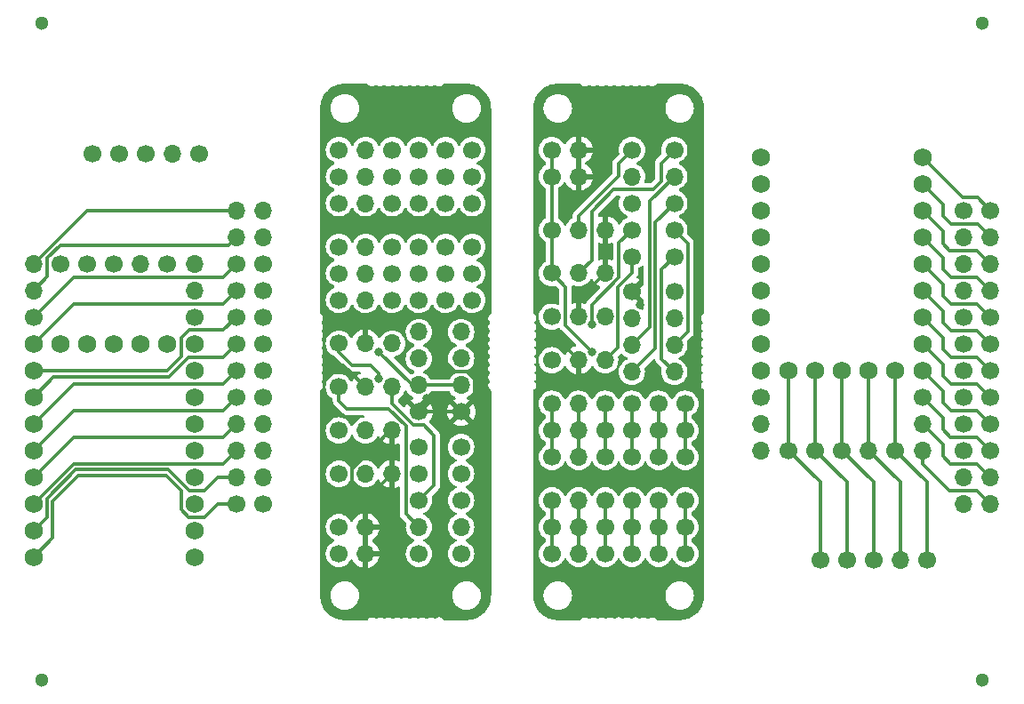
<source format=gbr>
%TF.GenerationSoftware,KiCad,Pcbnew,7.0.5*%
%TF.CreationDate,2024-01-10T23:57:27+08:00*%
%TF.ProjectId,4th,3474682e-6b69-4636-9164-5f7063625858,rev?*%
%TF.SameCoordinates,Original*%
%TF.FileFunction,Copper,L1,Top*%
%TF.FilePolarity,Positive*%
%FSLAX46Y46*%
G04 Gerber Fmt 4.6, Leading zero omitted, Abs format (unit mm)*
G04 Created by KiCad (PCBNEW 7.0.5) date 2024-01-10 23:57:27*
%MOMM*%
%LPD*%
G01*
G04 APERTURE LIST*
%TA.AperFunction,ComponentPad*%
%ADD10C,1.700000*%
%TD*%
%TA.AperFunction,ComponentPad*%
%ADD11O,1.700000X1.700000*%
%TD*%
%TA.AperFunction,SMDPad,CuDef*%
%ADD12C,1.300000*%
%TD*%
%TA.AperFunction,ComponentPad*%
%ADD13C,1.752600*%
%TD*%
%TA.AperFunction,ViaPad*%
%ADD14C,0.800000*%
%TD*%
%TA.AperFunction,Conductor*%
%ADD15C,0.350000*%
%TD*%
G04 APERTURE END LIST*
D10*
%TO.P,J18,1,Pin_1*%
%TO.N,Net-(J18-Pin_1)*%
X110520000Y-64090000D03*
D11*
%TO.P,J18,2,Pin_2*%
%TO.N,Net-(J18-Pin_2)*%
X110520000Y-66630000D03*
%TO.P,J18,3,Pin_3*%
%TO.N,Net-(J18-Pin_3)*%
X110520000Y-69170000D03*
%TD*%
D10*
%TO.P,J13,1,Pin_1*%
%TO.N,VCC*%
X54940000Y-67270000D03*
D11*
%TO.P,J13,2,Pin_2*%
%TO.N,Data2*%
X57480000Y-67270000D03*
%TO.P,J13,3,Pin_3*%
%TO.N,GND*%
X60020000Y-67270000D03*
%TD*%
D10*
%TO.P,J23,1,Pin_1*%
%TO.N,Net-(J18-Pin_1)*%
X117030000Y-69170000D03*
D11*
%TO.P,J23,2,Pin_2*%
%TO.N,Net-(J18-Pin_2)*%
X117030000Y-71710000D03*
%TO.P,J23,3,Pin_3*%
%TO.N,Net-(J18-Pin_3)*%
X117030000Y-74250000D03*
%TD*%
D12*
%TO.P,H19,*%
%TO.N,*%
X26650236Y-91080000D03*
%TD*%
D10*
%TO.P,J19,1,Pin_1*%
%TO.N,GND*%
X66600000Y-65510000D03*
D11*
%TO.P,J19,2,Pin_2*%
%TO.N,VCC*%
X66600000Y-62970000D03*
%TO.P,J19,3,Pin_3*%
%TO.N,SCL*%
X66600000Y-60430000D03*
%TO.P,J19,4,Pin_4*%
%TO.N,SDA*%
X66600000Y-57890000D03*
%TD*%
D10*
%TO.P,J16,1,Pin_1*%
%TO.N,col0*%
X54950000Y-40550000D03*
D11*
%TO.P,J16,2,Pin_2*%
%TO.N,col1*%
X57490000Y-40550000D03*
D10*
%TO.P,J16,3,Pin_3*%
%TO.N,col2*%
X60030000Y-40550000D03*
%TO.P,J16,4,Pin_4*%
%TO.N,col3*%
X62570000Y-40550000D03*
%TO.P,J16,5,Pin_5*%
%TO.N,col4*%
X65110000Y-40550000D03*
%TO.P,J16,6,Pin_6*%
%TO.N,col5*%
X67650000Y-40550000D03*
%TD*%
%TO.P,J21,1,Pin_1*%
%TO.N,GND*%
X62560000Y-65510000D03*
D11*
%TO.P,J21,2,Pin_2*%
%TO.N,VCC*%
X62560000Y-62970000D03*
%TO.P,J21,3,Pin_3*%
%TO.N,X*%
X62560000Y-60430000D03*
%TO.P,J21,4,Pin_4*%
%TO.N,Y*%
X62560000Y-57890000D03*
%TD*%
D10*
%TO.P,J9,1,Pin_1*%
%TO.N,col0*%
X54950000Y-45630000D03*
D11*
%TO.P,J9,2,Pin_2*%
%TO.N,col1*%
X57490000Y-45630000D03*
D10*
%TO.P,J9,3,Pin_3*%
%TO.N,col2*%
X60030000Y-45630000D03*
%TO.P,J9,4,Pin_4*%
%TO.N,col3*%
X62570000Y-45630000D03*
%TO.P,J9,5,Pin_5*%
%TO.N,col4*%
X65110000Y-45630000D03*
%TO.P,J9,6,Pin_6*%
%TO.N,col5*%
X67650000Y-45630000D03*
%TD*%
%TO.P,J4,1,Pin_1*%
%TO.N,Net-(J4-Pin_1)*%
X117030000Y-46310000D03*
D11*
%TO.P,J4,2,Pin_2*%
%TO.N,Net-(J4-Pin_2)*%
X117030000Y-48850000D03*
%TO.P,J4,3,Pin_3*%
%TO.N,Net-(J4-Pin_3)*%
X117030000Y-51390000D03*
%TO.P,J4,4,Pin_4*%
%TO.N,Net-(J4-Pin_4)*%
X117030000Y-53930000D03*
D10*
%TO.P,J4,5,Pin_5*%
%TO.N,Net-(J4-Pin_5)*%
X117030000Y-56470000D03*
%TO.P,J4,6,Pin_6*%
%TO.N,Net-(J4-Pin_6)*%
X117030000Y-59010000D03*
%TO.P,J4,7,Pin_7*%
%TO.N,Net-(J4-Pin_7)*%
X117030000Y-61550000D03*
%TO.P,J4,8,Pin_8*%
%TO.N,Net-(J4-Pin_8)*%
X117030000Y-64090000D03*
%TO.P,J4,9,Pin_9*%
%TO.N,Net-(J4-Pin_9)*%
X117030000Y-66630000D03*
%TD*%
%TO.P,J24,1,Pin_1*%
%TO.N,Net-(J20-Pin_1)*%
X95170000Y-64090000D03*
D11*
%TO.P,J24,2,Pin_2*%
%TO.N,Net-(J20-Pin_2)*%
X95170000Y-66630000D03*
%TO.P,J24,3,Pin_3*%
%TO.N,Net-(J20-Pin_3)*%
X95170000Y-69170000D03*
%TD*%
D10*
%TO.P,J6,1,Pin_1*%
%TO.N,Net-(J22-Pin_1)*%
X110950000Y-79650000D03*
D11*
%TO.P,J6,2,Pin_2*%
%TO.N,Net-(J22-Pin_2)*%
X108410000Y-79650000D03*
D10*
%TO.P,J6,3,Pin_3*%
%TO.N,Net-(J22-Pin_3)*%
X105870000Y-79650000D03*
%TO.P,J6,4,Pin_4*%
%TO.N,Net-(J22-Pin_4)*%
X103330000Y-79650000D03*
%TO.P,J6,5,Pin_5*%
%TO.N,Net-(J22-Pin_5)*%
X100790000Y-79650000D03*
%TD*%
D13*
%TO.P,U1,1,5V*%
%TO.N,Net-(J5-Pin_1)*%
X95170000Y-41230000D03*
%TO.P,U1,2,GND*%
%TO.N,Net-(J5-Pin_2)*%
X95170000Y-43770000D03*
%TO.P,U1,3,3V3*%
%TO.N,Net-(J5-Pin_3)*%
X95170000Y-46310000D03*
%TO.P,U1,4,GP29*%
%TO.N,Net-(J5-Pin_4)*%
X95170000Y-48850000D03*
%TO.P,U1,5,GP28*%
%TO.N,Net-(J5-Pin_5)*%
X95170000Y-51390000D03*
%TO.P,U1,6,GP27*%
%TO.N,Net-(J5-Pin_6)*%
X95170000Y-53930000D03*
%TO.P,U1,7,GP26*%
%TO.N,Net-(J5-Pin_7)*%
X95170000Y-56470000D03*
%TO.P,U1,8,GP15*%
%TO.N,Net-(J5-Pin_8)*%
X95170000Y-59010000D03*
%TO.P,U1,9,GP14*%
%TO.N,Net-(J5-Pin_9)*%
X95170000Y-61550000D03*
%TO.P,U1,10,GP0*%
%TO.N,Net-(J4-Pin_1)*%
X110520000Y-41230000D03*
%TO.P,U1,11,GP1*%
%TO.N,Net-(J4-Pin_2)*%
X110520000Y-43770000D03*
%TO.P,U1,12,GP2*%
%TO.N,Net-(J4-Pin_3)*%
X110520000Y-46310000D03*
%TO.P,U1,13,GP3*%
%TO.N,Net-(J4-Pin_4)*%
X110520000Y-48850000D03*
%TO.P,U1,14,GP4*%
%TO.N,Net-(J4-Pin_5)*%
X110520000Y-51390000D03*
%TO.P,U1,15,GP5*%
%TO.N,Net-(J4-Pin_6)*%
X110520000Y-53930000D03*
%TO.P,U1,16,GP6*%
%TO.N,Net-(J4-Pin_7)*%
X110520000Y-56470000D03*
%TO.P,U1,17,GP7*%
%TO.N,Net-(J4-Pin_8)*%
X110520000Y-59010000D03*
%TO.P,U1,18,GP8*%
%TO.N,Net-(J4-Pin_9)*%
X110520000Y-61550000D03*
%TO.P,U1,19,GP9*%
%TO.N,Net-(J22-Pin_1)*%
X107925000Y-61550000D03*
%TO.P,U1,20,GP10*%
%TO.N,Net-(J22-Pin_2)*%
X105385000Y-61550000D03*
%TO.P,U1,21,GP11*%
%TO.N,Net-(J22-Pin_3)*%
X102845000Y-61550000D03*
%TO.P,U1,22,GP12*%
%TO.N,Net-(J22-Pin_4)*%
X100305000Y-61550000D03*
%TO.P,U1,23,GP13*%
%TO.N,Net-(J22-Pin_5)*%
X97765000Y-61550000D03*
%TD*%
D10*
%TO.P,J1,1,Pin_1*%
%TO.N,VCC*%
X54940000Y-79020000D03*
D11*
%TO.P,J1,2,Pin_2*%
%TO.N,GND*%
X57480000Y-79020000D03*
%TD*%
D12*
%TO.P,H17,*%
%TO.N,*%
X116250000Y-28490000D03*
%TD*%
%TO.P,H16,*%
%TO.N,*%
X26650236Y-28490000D03*
%TD*%
D10*
%TO.P,J20,1,Pin_1*%
%TO.N,Net-(J20-Pin_1)*%
X114490000Y-69170000D03*
D11*
%TO.P,J20,2,Pin_2*%
%TO.N,Net-(J20-Pin_2)*%
X114490000Y-71710000D03*
%TO.P,J20,3,Pin_3*%
%TO.N,Net-(J20-Pin_3)*%
X114490000Y-74250000D03*
%TD*%
D10*
%TO.P,J14,1,Pin_1*%
%TO.N,Data2*%
X66600000Y-79020000D03*
D11*
%TO.P,J14,2,Pin_2*%
%TO.N,X*%
X66600000Y-76480000D03*
D10*
%TO.P,J14,3,Pin_3*%
%TO.N,Y*%
X66600000Y-73940000D03*
%TO.P,J14,4,Pin_4*%
%TO.N,SCL*%
X66600000Y-71400000D03*
%TO.P,J14,5,Pin_5*%
%TO.N,SDA*%
X66600000Y-68860000D03*
%TD*%
%TO.P,J12,1,Pin_1*%
%TO.N,row0*%
X54950000Y-52310000D03*
D11*
%TO.P,J12,2,Pin_2*%
%TO.N,row1*%
X57490000Y-52310000D03*
D10*
%TO.P,J12,3,Pin_3*%
%TO.N,row2*%
X60030000Y-52310000D03*
%TO.P,J12,4,Pin_4*%
%TO.N,row3*%
X62570000Y-52310000D03*
%TO.P,J12,5,Pin_5*%
%TO.N,row4*%
X65110000Y-52310000D03*
%TO.P,J12,6,Pin_6*%
%TO.N,row5*%
X67650000Y-52310000D03*
%TD*%
%TO.P,J8,1,Pin_1*%
%TO.N,Data*%
X62570000Y-79020000D03*
D11*
%TO.P,J8,2,Pin_2*%
%TO.N,A1*%
X62570000Y-76480000D03*
D10*
%TO.P,J8,3,Pin_3*%
%TO.N,B1*%
X62570000Y-73940000D03*
%TO.P,J8,4,Pin_4*%
%TO.N,A2*%
X62570000Y-71400000D03*
%TO.P,J8,5,Pin_5*%
%TO.N,B2*%
X62570000Y-68860000D03*
%TD*%
%TO.P,J2,1,Pin_1*%
%TO.N,VCC*%
X54940000Y-76480000D03*
D11*
%TO.P,J2,2,Pin_2*%
%TO.N,GND*%
X57480000Y-76480000D03*
%TD*%
D10*
%TO.P,J11,1,Pin_1*%
%TO.N,col0*%
X54950000Y-43090000D03*
D11*
%TO.P,J11,2,Pin_2*%
%TO.N,col1*%
X57490000Y-43090000D03*
D10*
%TO.P,J11,3,Pin_3*%
%TO.N,col2*%
X60030000Y-43090000D03*
%TO.P,J11,4,Pin_4*%
%TO.N,col3*%
X62570000Y-43090000D03*
%TO.P,J11,5,Pin_5*%
%TO.N,col4*%
X65110000Y-43090000D03*
%TO.P,J11,6,Pin_6*%
%TO.N,col5*%
X67650000Y-43090000D03*
%TD*%
%TO.P,J3,1,Pin_1*%
%TO.N,A2*%
X54940000Y-58990000D03*
D11*
%TO.P,J3,2,Pin_2*%
%TO.N,GND*%
X57480000Y-58990000D03*
%TO.P,J3,3,Pin_3*%
%TO.N,B2*%
X60020000Y-58990000D03*
%TD*%
D10*
%TO.P,J7,1,Pin_1*%
%TO.N,VCC*%
X54940000Y-71400000D03*
D11*
%TO.P,J7,2,Pin_2*%
%TO.N,Data*%
X57480000Y-71400000D03*
%TO.P,J7,3,Pin_3*%
%TO.N,GND*%
X60020000Y-71400000D03*
%TD*%
D10*
%TO.P,J5,1,Pin_1*%
%TO.N,Net-(J5-Pin_1)*%
X114490000Y-46310000D03*
D11*
%TO.P,J5,2,Pin_2*%
%TO.N,Net-(J5-Pin_2)*%
X114490000Y-48850000D03*
%TO.P,J5,3,Pin_3*%
%TO.N,Net-(J5-Pin_3)*%
X114490000Y-51390000D03*
%TO.P,J5,4,Pin_4*%
%TO.N,Net-(J5-Pin_4)*%
X114490000Y-53930000D03*
D10*
%TO.P,J5,5,Pin_5*%
%TO.N,Net-(J5-Pin_5)*%
X114490000Y-56470000D03*
%TO.P,J5,6,Pin_6*%
%TO.N,Net-(J5-Pin_6)*%
X114490000Y-59010000D03*
%TO.P,J5,7,Pin_7*%
%TO.N,Net-(J5-Pin_7)*%
X114490000Y-61550000D03*
%TO.P,J5,8,Pin_8*%
%TO.N,Net-(J5-Pin_8)*%
X114490000Y-64090000D03*
%TO.P,J5,9,Pin_9*%
%TO.N,Net-(J5-Pin_9)*%
X114490000Y-66630000D03*
%TD*%
%TO.P,J10,1,Pin_1*%
%TO.N,row0*%
X54950000Y-54850000D03*
D11*
%TO.P,J10,2,Pin_2*%
%TO.N,row1*%
X57490000Y-54850000D03*
D10*
%TO.P,J10,3,Pin_3*%
%TO.N,row2*%
X60030000Y-54850000D03*
%TO.P,J10,4,Pin_4*%
%TO.N,row3*%
X62570000Y-54850000D03*
%TO.P,J10,5,Pin_5*%
%TO.N,row4*%
X65110000Y-54850000D03*
%TO.P,J10,6,Pin_6*%
%TO.N,row5*%
X67650000Y-54850000D03*
%TD*%
%TO.P,J22,1,Pin_1*%
%TO.N,Net-(J22-Pin_1)*%
X38625236Y-51390000D03*
D11*
%TO.P,J22,2,Pin_2*%
%TO.N,Net-(J22-Pin_2)*%
X36085236Y-51390000D03*
D10*
%TO.P,J22,3,Pin_3*%
%TO.N,Net-(J22-Pin_3)*%
X33545236Y-51390000D03*
%TO.P,J22,4,Pin_4*%
%TO.N,Net-(J22-Pin_4)*%
X31005236Y-51390000D03*
%TO.P,J22,5,Pin_5*%
%TO.N,Net-(J22-Pin_5)*%
X28465236Y-51390000D03*
%TD*%
%TO.P,J15,1,Pin_1*%
%TO.N,A1*%
X54940000Y-63130000D03*
D11*
%TO.P,J15,2,Pin_2*%
%TO.N,GND*%
X57480000Y-63130000D03*
%TO.P,J15,3,Pin_3*%
%TO.N,B1*%
X60020000Y-63130000D03*
%TD*%
D10*
%TO.P,J17,1,Pin_1*%
%TO.N,row0*%
X54950000Y-49770000D03*
D11*
%TO.P,J17,2,Pin_2*%
%TO.N,row1*%
X57490000Y-49770000D03*
D10*
%TO.P,J17,3,Pin_3*%
%TO.N,row2*%
X60030000Y-49770000D03*
%TO.P,J17,4,Pin_4*%
%TO.N,row3*%
X62570000Y-49770000D03*
%TO.P,J17,5,Pin_5*%
%TO.N,row4*%
X65110000Y-49770000D03*
%TO.P,J17,6,Pin_6*%
%TO.N,row5*%
X67650000Y-49770000D03*
%TD*%
D12*
%TO.P,H18,*%
%TO.N,*%
X116250000Y-91080000D03*
%TD*%
D10*
%TO.P,J8,1,Pin_1*%
%TO.N,Data*%
X82870299Y-40549703D03*
D11*
%TO.P,J8,2,Pin_2*%
%TO.N,A1*%
X82870299Y-43089703D03*
D10*
%TO.P,J8,3,Pin_3*%
%TO.N,B1*%
X82870299Y-45629703D03*
%TO.P,J8,4,Pin_4*%
%TO.N,A2*%
X82870299Y-48169703D03*
%TO.P,J8,5,Pin_5*%
%TO.N,B2*%
X82870299Y-50709703D03*
%TD*%
D13*
%TO.P,U1,1,5V*%
%TO.N,Net-(J5-Pin_1)*%
X25870236Y-79330000D03*
%TO.P,U1,2,GND*%
%TO.N,Net-(J5-Pin_2)*%
X25870236Y-76790000D03*
%TO.P,U1,3,3V3*%
%TO.N,Net-(J5-Pin_3)*%
X25870236Y-74250000D03*
%TO.P,U1,4,GP29*%
%TO.N,Net-(J5-Pin_4)*%
X25870236Y-71710000D03*
%TO.P,U1,5,GP28*%
%TO.N,Net-(J5-Pin_5)*%
X25870236Y-69170000D03*
%TO.P,U1,6,GP27*%
%TO.N,Net-(J5-Pin_6)*%
X25870236Y-66630000D03*
%TO.P,U1,7,GP26*%
%TO.N,Net-(J5-Pin_7)*%
X25870236Y-64090000D03*
%TO.P,U1,8,GP15*%
%TO.N,Net-(J5-Pin_8)*%
X25870236Y-61550000D03*
%TO.P,U1,9,GP14*%
%TO.N,Net-(J5-Pin_9)*%
X25870236Y-59010000D03*
%TO.P,U1,10,GP0*%
%TO.N,Net-(J4-Pin_1)*%
X41220236Y-79330000D03*
%TO.P,U1,11,GP1*%
%TO.N,Net-(J4-Pin_2)*%
X41220236Y-76790000D03*
%TO.P,U1,12,GP2*%
%TO.N,Net-(J4-Pin_3)*%
X41220236Y-74250000D03*
%TO.P,U1,13,GP3*%
%TO.N,Net-(J4-Pin_4)*%
X41220236Y-71710000D03*
%TO.P,U1,14,GP4*%
%TO.N,Net-(J4-Pin_5)*%
X41220236Y-69170000D03*
%TO.P,U1,15,GP5*%
%TO.N,Net-(J4-Pin_6)*%
X41220236Y-66630000D03*
%TO.P,U1,16,GP6*%
%TO.N,Net-(J4-Pin_7)*%
X41220236Y-64090000D03*
%TO.P,U1,17,GP7*%
%TO.N,Net-(J4-Pin_8)*%
X41220236Y-61550000D03*
%TO.P,U1,18,GP8*%
%TO.N,Net-(J4-Pin_9)*%
X41220236Y-59010000D03*
%TO.P,U1,19,GP9*%
%TO.N,Net-(J22-Pin_1)*%
X38625236Y-59010000D03*
%TO.P,U1,20,GP10*%
%TO.N,Net-(J22-Pin_2)*%
X36085236Y-59010000D03*
%TO.P,U1,21,GP11*%
%TO.N,Net-(J22-Pin_3)*%
X33545236Y-59010000D03*
%TO.P,U1,22,GP12*%
%TO.N,Net-(J22-Pin_4)*%
X31005236Y-59010000D03*
%TO.P,U1,23,GP13*%
%TO.N,Net-(J22-Pin_5)*%
X28465236Y-59010000D03*
%TD*%
D10*
%TO.P,J17,1,Pin_1*%
%TO.N,row0*%
X75250299Y-69799703D03*
D11*
%TO.P,J17,2,Pin_2*%
%TO.N,row1*%
X77790299Y-69799703D03*
D10*
%TO.P,J17,3,Pin_3*%
%TO.N,row2*%
X80330299Y-69799703D03*
%TO.P,J17,4,Pin_4*%
%TO.N,row3*%
X82870299Y-69799703D03*
%TO.P,J17,5,Pin_5*%
%TO.N,row4*%
X85410299Y-69799703D03*
%TO.P,J17,6,Pin_6*%
%TO.N,row5*%
X87950299Y-69799703D03*
%TD*%
%TO.P,J2,1,Pin_1*%
%TO.N,VCC*%
X75240299Y-43089703D03*
D11*
%TO.P,J2,2,Pin_2*%
%TO.N,GND*%
X77780299Y-43089703D03*
%TD*%
D10*
%TO.P,J4,1,Pin_1*%
%TO.N,Net-(J4-Pin_1)*%
X47730236Y-74250000D03*
D11*
%TO.P,J4,2,Pin_2*%
%TO.N,Net-(J4-Pin_2)*%
X47730236Y-71710000D03*
%TO.P,J4,3,Pin_3*%
%TO.N,Net-(J4-Pin_3)*%
X47730236Y-69170000D03*
%TO.P,J4,4,Pin_4*%
%TO.N,Net-(J4-Pin_4)*%
X47730236Y-66630000D03*
D10*
%TO.P,J4,5,Pin_5*%
%TO.N,Net-(J4-Pin_5)*%
X47730236Y-64090000D03*
%TO.P,J4,6,Pin_6*%
%TO.N,Net-(J4-Pin_6)*%
X47730236Y-61550000D03*
%TO.P,J4,7,Pin_7*%
%TO.N,Net-(J4-Pin_7)*%
X47730236Y-59010000D03*
%TO.P,J4,8,Pin_8*%
%TO.N,Net-(J4-Pin_8)*%
X47730236Y-56470000D03*
%TO.P,J4,9,Pin_9*%
%TO.N,Net-(J4-Pin_9)*%
X47730236Y-53930000D03*
%TD*%
%TO.P,J14,1,Pin_1*%
%TO.N,Data2*%
X86900299Y-40549703D03*
D11*
%TO.P,J14,2,Pin_2*%
%TO.N,X*%
X86900299Y-43089703D03*
D10*
%TO.P,J14,3,Pin_3*%
%TO.N,Y*%
X86900299Y-45629703D03*
%TO.P,J14,4,Pin_4*%
%TO.N,SCL*%
X86900299Y-48169703D03*
%TO.P,J14,5,Pin_5*%
%TO.N,SDA*%
X86900299Y-50709703D03*
%TD*%
%TO.P,J7,1,Pin_1*%
%TO.N,VCC*%
X75240299Y-48169703D03*
D11*
%TO.P,J7,2,Pin_2*%
%TO.N,Data*%
X77780299Y-48169703D03*
%TO.P,J7,3,Pin_3*%
%TO.N,GND*%
X80320299Y-48169703D03*
%TD*%
D10*
%TO.P,J11,1,Pin_1*%
%TO.N,col0*%
X75250299Y-76479703D03*
D11*
%TO.P,J11,2,Pin_2*%
%TO.N,col1*%
X77790299Y-76479703D03*
D10*
%TO.P,J11,3,Pin_3*%
%TO.N,col2*%
X80330299Y-76479703D03*
%TO.P,J11,4,Pin_4*%
%TO.N,col3*%
X82870299Y-76479703D03*
%TO.P,J11,5,Pin_5*%
%TO.N,col4*%
X85410299Y-76479703D03*
%TO.P,J11,6,Pin_6*%
%TO.N,col5*%
X87950299Y-76479703D03*
%TD*%
%TO.P,J18,1,Pin_1*%
%TO.N,Net-(J18-Pin_1)*%
X41220236Y-56470000D03*
D11*
%TO.P,J18,2,Pin_2*%
%TO.N,Net-(J18-Pin_2)*%
X41220236Y-53930000D03*
%TO.P,J18,3,Pin_3*%
%TO.N,Net-(J18-Pin_3)*%
X41220236Y-51390000D03*
%TD*%
D10*
%TO.P,J24,1,Pin_1*%
%TO.N,Net-(J20-Pin_1)*%
X25870236Y-56470000D03*
D11*
%TO.P,J24,2,Pin_2*%
%TO.N,Net-(J20-Pin_2)*%
X25870236Y-53930000D03*
%TO.P,J24,3,Pin_3*%
%TO.N,Net-(J20-Pin_3)*%
X25870236Y-51390000D03*
%TD*%
D10*
%TO.P,J1,1,Pin_1*%
%TO.N,VCC*%
X75240299Y-40549703D03*
D11*
%TO.P,J1,2,Pin_2*%
%TO.N,GND*%
X77780299Y-40549703D03*
%TD*%
D10*
%TO.P,J3,1,Pin_1*%
%TO.N,A2*%
X75240299Y-60579703D03*
D11*
%TO.P,J3,2,Pin_2*%
%TO.N,GND*%
X77780299Y-60579703D03*
%TO.P,J3,3,Pin_3*%
%TO.N,B2*%
X80320299Y-60579703D03*
%TD*%
D10*
%TO.P,J10,1,Pin_1*%
%TO.N,row0*%
X75250299Y-64719703D03*
D11*
%TO.P,J10,2,Pin_2*%
%TO.N,row1*%
X77790299Y-64719703D03*
D10*
%TO.P,J10,3,Pin_3*%
%TO.N,row2*%
X80330299Y-64719703D03*
%TO.P,J10,4,Pin_4*%
%TO.N,row3*%
X82870299Y-64719703D03*
%TO.P,J10,5,Pin_5*%
%TO.N,row4*%
X85410299Y-64719703D03*
%TO.P,J10,6,Pin_6*%
%TO.N,row5*%
X87950299Y-64719703D03*
%TD*%
%TO.P,J13,1,Pin_1*%
%TO.N,VCC*%
X75240299Y-52299703D03*
D11*
%TO.P,J13,2,Pin_2*%
%TO.N,Data2*%
X77780299Y-52299703D03*
%TO.P,J13,3,Pin_3*%
%TO.N,GND*%
X80320299Y-52299703D03*
%TD*%
D10*
%TO.P,J19,1,Pin_1*%
%TO.N,GND*%
X86900299Y-54059703D03*
D11*
%TO.P,J19,2,Pin_2*%
%TO.N,VCC*%
X86900299Y-56599703D03*
%TO.P,J19,3,Pin_3*%
%TO.N,SCL*%
X86900299Y-59139703D03*
%TO.P,J19,4,Pin_4*%
%TO.N,SDA*%
X86900299Y-61679703D03*
%TD*%
D10*
%TO.P,J21,1,Pin_1*%
%TO.N,GND*%
X82860299Y-54059703D03*
D11*
%TO.P,J21,2,Pin_2*%
%TO.N,VCC*%
X82860299Y-56599703D03*
%TO.P,J21,3,Pin_3*%
%TO.N,X*%
X82860299Y-59139703D03*
%TO.P,J21,4,Pin_4*%
%TO.N,Y*%
X82860299Y-61679703D03*
%TD*%
D10*
%TO.P,J9,1,Pin_1*%
%TO.N,col0*%
X75250299Y-73939703D03*
D11*
%TO.P,J9,2,Pin_2*%
%TO.N,col1*%
X77790299Y-73939703D03*
D10*
%TO.P,J9,3,Pin_3*%
%TO.N,col2*%
X80330299Y-73939703D03*
%TO.P,J9,4,Pin_4*%
%TO.N,col3*%
X82870299Y-73939703D03*
%TO.P,J9,5,Pin_5*%
%TO.N,col4*%
X85410299Y-73939703D03*
%TO.P,J9,6,Pin_6*%
%TO.N,col5*%
X87950299Y-73939703D03*
%TD*%
%TO.P,J5,1,Pin_1*%
%TO.N,Net-(J5-Pin_1)*%
X45190236Y-74250000D03*
D11*
%TO.P,J5,2,Pin_2*%
%TO.N,Net-(J5-Pin_2)*%
X45190236Y-71710000D03*
%TO.P,J5,3,Pin_3*%
%TO.N,Net-(J5-Pin_3)*%
X45190236Y-69170000D03*
%TO.P,J5,4,Pin_4*%
%TO.N,Net-(J5-Pin_4)*%
X45190236Y-66630000D03*
D10*
%TO.P,J5,5,Pin_5*%
%TO.N,Net-(J5-Pin_5)*%
X45190236Y-64090000D03*
%TO.P,J5,6,Pin_6*%
%TO.N,Net-(J5-Pin_6)*%
X45190236Y-61550000D03*
%TO.P,J5,7,Pin_7*%
%TO.N,Net-(J5-Pin_7)*%
X45190236Y-59010000D03*
%TO.P,J5,8,Pin_8*%
%TO.N,Net-(J5-Pin_8)*%
X45190236Y-56470000D03*
%TO.P,J5,9,Pin_9*%
%TO.N,Net-(J5-Pin_9)*%
X45190236Y-53930000D03*
%TD*%
%TO.P,J22,1,Pin_1*%
%TO.N,Net-(J22-Pin_1)*%
X107925000Y-69170000D03*
D11*
%TO.P,J22,2,Pin_2*%
%TO.N,Net-(J22-Pin_2)*%
X105385000Y-69170000D03*
D10*
%TO.P,J22,3,Pin_3*%
%TO.N,Net-(J22-Pin_3)*%
X102845000Y-69170000D03*
%TO.P,J22,4,Pin_4*%
%TO.N,Net-(J22-Pin_4)*%
X100305000Y-69170000D03*
%TO.P,J22,5,Pin_5*%
%TO.N,Net-(J22-Pin_5)*%
X97765000Y-69170000D03*
%TD*%
%TO.P,J6,1,Pin_1*%
%TO.N,Net-(J22-Pin_1)*%
X41650236Y-40910000D03*
D11*
%TO.P,J6,2,Pin_2*%
%TO.N,Net-(J22-Pin_2)*%
X39110236Y-40910000D03*
D10*
%TO.P,J6,3,Pin_3*%
%TO.N,Net-(J22-Pin_3)*%
X36570236Y-40910000D03*
%TO.P,J6,4,Pin_4*%
%TO.N,Net-(J22-Pin_4)*%
X34030236Y-40910000D03*
%TO.P,J6,5,Pin_5*%
%TO.N,Net-(J22-Pin_5)*%
X31490236Y-40910000D03*
%TD*%
%TO.P,J15,1,Pin_1*%
%TO.N,A1*%
X75240299Y-56439703D03*
D11*
%TO.P,J15,2,Pin_2*%
%TO.N,GND*%
X77780299Y-56439703D03*
%TO.P,J15,3,Pin_3*%
%TO.N,B1*%
X80320299Y-56439703D03*
%TD*%
D10*
%TO.P,J16,1,Pin_1*%
%TO.N,col0*%
X75250299Y-79019703D03*
D11*
%TO.P,J16,2,Pin_2*%
%TO.N,col1*%
X77790299Y-79019703D03*
D10*
%TO.P,J16,3,Pin_3*%
%TO.N,col2*%
X80330299Y-79019703D03*
%TO.P,J16,4,Pin_4*%
%TO.N,col3*%
X82870299Y-79019703D03*
%TO.P,J16,5,Pin_5*%
%TO.N,col4*%
X85410299Y-79019703D03*
%TO.P,J16,6,Pin_6*%
%TO.N,col5*%
X87950299Y-79019703D03*
%TD*%
%TO.P,J12,1,Pin_1*%
%TO.N,row0*%
X75250299Y-67259703D03*
D11*
%TO.P,J12,2,Pin_2*%
%TO.N,row1*%
X77790299Y-67259703D03*
D10*
%TO.P,J12,3,Pin_3*%
%TO.N,row2*%
X80330299Y-67259703D03*
%TO.P,J12,4,Pin_4*%
%TO.N,row3*%
X82870299Y-67259703D03*
%TO.P,J12,5,Pin_5*%
%TO.N,row4*%
X85410299Y-67259703D03*
%TO.P,J12,6,Pin_6*%
%TO.N,row5*%
X87950299Y-67259703D03*
%TD*%
%TO.P,J23,1,Pin_1*%
%TO.N,Net-(J18-Pin_1)*%
X47730236Y-51390000D03*
D11*
%TO.P,J23,2,Pin_2*%
%TO.N,Net-(J18-Pin_2)*%
X47730236Y-48850000D03*
%TO.P,J23,3,Pin_3*%
%TO.N,Net-(J18-Pin_3)*%
X47730236Y-46310000D03*
%TD*%
D10*
%TO.P,J20,1,Pin_1*%
%TO.N,Net-(J20-Pin_1)*%
X45190236Y-51390000D03*
D11*
%TO.P,J20,2,Pin_2*%
%TO.N,Net-(J20-Pin_2)*%
X45190236Y-48850000D03*
%TO.P,J20,3,Pin_3*%
%TO.N,Net-(J20-Pin_3)*%
X45190236Y-46310000D03*
%TD*%
D14*
%TO.N,GND*%
X53870000Y-61030000D03*
X63330000Y-64240000D03*
X76510000Y-46190000D03*
X56210000Y-73360000D03*
X74170299Y-58539703D03*
X83630000Y-55330000D03*
%TO.N,VCC*%
X79050299Y-59809703D03*
X58750000Y-59760000D03*
%TO.N,A2*%
X58750000Y-62360000D03*
X79050299Y-57209703D03*
%TD*%
D15*
%TO.N,Net-(J4-Pin_1)*%
X114337000Y-45047000D02*
X115767000Y-45047000D01*
X110520000Y-41230000D02*
X114337000Y-45047000D01*
X115767000Y-45047000D02*
X117030000Y-46310000D01*
%TO.N,Net-(J4-Pin_2)*%
X112510000Y-46852000D02*
X113225000Y-47567000D01*
X110520000Y-43770000D02*
X112510000Y-45760000D01*
X113225000Y-47567000D02*
X115765000Y-47567000D01*
X117030000Y-48832000D02*
X117030000Y-48850000D01*
X115765000Y-47567000D02*
X117030000Y-48832000D01*
X112510000Y-45760000D02*
X112510000Y-46852000D01*
%TO.N,Net-(J4-Pin_3)*%
X110520000Y-46310000D02*
X112500000Y-48290000D01*
X113115000Y-50117000D02*
X115757000Y-50117000D01*
X112500000Y-48290000D02*
X112500000Y-49502000D01*
X112500000Y-49502000D02*
X113115000Y-50117000D01*
X115757000Y-50117000D02*
X117030000Y-51390000D01*
%TO.N,Net-(J4-Pin_4)*%
X113225000Y-52657000D02*
X115757000Y-52657000D01*
X110520000Y-48850000D02*
X112500000Y-50830000D01*
X115757000Y-52657000D02*
X117030000Y-53930000D01*
X112500000Y-51932000D02*
X113225000Y-52657000D01*
X112500000Y-50830000D02*
X112500000Y-51932000D01*
%TO.N,Net-(J4-Pin_5)*%
X115757000Y-55197000D02*
X117030000Y-56470000D01*
X113225000Y-55197000D02*
X115757000Y-55197000D01*
X112500000Y-53370000D02*
X112500000Y-54472000D01*
X110520000Y-51390000D02*
X112500000Y-53370000D01*
X112500000Y-54472000D02*
X113225000Y-55197000D01*
%TO.N,Net-(J4-Pin_6)*%
X112490000Y-57002000D02*
X113225000Y-57737000D01*
X110520000Y-53930000D02*
X112490000Y-55900000D01*
X115757000Y-57737000D02*
X117030000Y-59010000D01*
X113225000Y-57737000D02*
X115757000Y-57737000D01*
X112490000Y-55900000D02*
X112490000Y-57002000D01*
%TO.N,Net-(J4-Pin_7)*%
X112490000Y-59542000D02*
X113225000Y-60277000D01*
X115757000Y-60277000D02*
X117030000Y-61550000D01*
X110520000Y-56470000D02*
X112490000Y-58440000D01*
X112490000Y-58440000D02*
X112490000Y-59542000D01*
X113225000Y-60277000D02*
X115757000Y-60277000D01*
%TO.N,Net-(J4-Pin_8)*%
X112490000Y-60980000D02*
X112490000Y-62082000D01*
X115760000Y-62820000D02*
X117030000Y-64090000D01*
X110520000Y-59010000D02*
X112490000Y-60980000D01*
X113228000Y-62820000D02*
X115760000Y-62820000D01*
X112490000Y-62082000D02*
X113228000Y-62820000D01*
%TO.N,Net-(J4-Pin_9)*%
X110520000Y-61550000D02*
X112490000Y-63520000D01*
X112490000Y-63520000D02*
X112490000Y-64610000D01*
X112490000Y-64610000D02*
X113240000Y-65360000D01*
X113240000Y-65360000D02*
X115760000Y-65360000D01*
X115760000Y-65360000D02*
X117030000Y-66630000D01*
%TO.N,Net-(J5-Pin_1)*%
X30132872Y-71543000D02*
X27690236Y-73985636D01*
X38475418Y-71543000D02*
X30132872Y-71543000D01*
X40630236Y-75520000D02*
X39930236Y-74820000D01*
X43428054Y-74250000D02*
X42158054Y-75520000D01*
X27690236Y-77510000D02*
X25870236Y-79330000D01*
X27690236Y-73985636D02*
X27690236Y-77510000D01*
X45190236Y-74250000D02*
X43428054Y-74250000D01*
X39930236Y-74820000D02*
X39930236Y-72997818D01*
X42158054Y-75520000D02*
X40630236Y-75520000D01*
X39930236Y-72997818D02*
X38475418Y-71543000D01*
%TO.N,Net-(J5-Pin_2)*%
X42158054Y-72980000D02*
X40690236Y-72980000D01*
X27140236Y-73757818D02*
X27140236Y-75520000D01*
X29905054Y-70993000D02*
X27140236Y-73757818D01*
X43428054Y-71710000D02*
X42158054Y-72980000D01*
X38703236Y-70993000D02*
X29905054Y-70993000D01*
X27140236Y-75520000D02*
X25870236Y-76790000D01*
X40690236Y-72980000D02*
X38703236Y-70993000D01*
X45190236Y-71710000D02*
X43428054Y-71710000D01*
%TO.N,Net-(J5-Pin_3)*%
X29677236Y-70443000D02*
X25870236Y-74250000D01*
X45190236Y-69170000D02*
X43917236Y-70443000D01*
X43917236Y-70443000D02*
X29677236Y-70443000D01*
%TO.N,Net-(J5-Pin_4)*%
X45190236Y-66630000D02*
X43917236Y-67903000D01*
X43917236Y-67903000D02*
X29677236Y-67903000D01*
X29677236Y-67903000D02*
X25870236Y-71710000D01*
%TO.N,Net-(J5-Pin_5)*%
X43907236Y-65373000D02*
X29667236Y-65373000D01*
X29667236Y-65373000D02*
X25870236Y-69170000D01*
X45190236Y-64090000D02*
X43907236Y-65373000D01*
%TO.N,Net-(J5-Pin_6)*%
X43917236Y-62823000D02*
X29677236Y-62823000D01*
X29677236Y-62823000D02*
X25870236Y-66630000D01*
X45190236Y-61550000D02*
X43917236Y-62823000D01*
%TO.N,Net-(J5-Pin_7)*%
X43901536Y-60298700D02*
X40621536Y-60298700D01*
X27780236Y-62180000D02*
X25870236Y-64090000D01*
X38740236Y-62180000D02*
X27780236Y-62180000D01*
X40621536Y-60298700D02*
X38740236Y-62180000D01*
X45190236Y-59010000D02*
X43901536Y-60298700D01*
%TO.N,Net-(J5-Pin_8)*%
X43940236Y-57720000D02*
X45190236Y-56470000D01*
X38592418Y-61550000D02*
X39920236Y-60222182D01*
X39920236Y-60222182D02*
X39920236Y-58470000D01*
X25870236Y-61550000D02*
X38592418Y-61550000D01*
X39920236Y-58470000D02*
X40670236Y-57720000D01*
X40670236Y-57720000D02*
X43940236Y-57720000D01*
%TO.N,Net-(J5-Pin_9)*%
X29680236Y-55200000D02*
X43920236Y-55200000D01*
X25870236Y-59010000D02*
X29680236Y-55200000D01*
X43920236Y-55200000D02*
X45190236Y-53930000D01*
%TO.N,GND*%
X66030000Y-61700000D02*
X64590000Y-60260000D01*
X67140000Y-61700000D02*
X66030000Y-61700000D01*
X60020000Y-67270000D02*
X59877588Y-67270000D01*
X77780299Y-40549703D02*
X77780299Y-43089703D01*
X62560000Y-65010000D02*
X63330000Y-64240000D01*
X63710000Y-56370000D02*
X61922412Y-56370000D01*
X57480000Y-73940000D02*
X60020000Y-71400000D01*
X64590000Y-60260000D02*
X64590000Y-57250000D01*
X57480000Y-57720000D02*
X57480000Y-58990000D01*
X58240000Y-56960000D02*
X57480000Y-57720000D01*
X75740299Y-58539703D02*
X74170299Y-58539703D01*
X61332412Y-56960000D02*
X58240000Y-56960000D01*
X62560000Y-65510000D02*
X66600000Y-65510000D01*
X64590000Y-57250000D02*
X63710000Y-56370000D01*
X67870000Y-62430000D02*
X67140000Y-61700000D01*
X61922412Y-56370000D02*
X61332412Y-56960000D01*
X56210000Y-70937588D02*
X56210000Y-73360000D01*
X80320299Y-52299703D02*
X77780299Y-54839703D01*
X62560000Y-65510000D02*
X62560000Y-65010000D01*
X77780299Y-60579703D02*
X75740299Y-58539703D01*
X53870000Y-61030000D02*
X55380000Y-61030000D01*
X59877588Y-67270000D02*
X56210000Y-70937588D01*
X67870000Y-64240000D02*
X67870000Y-62430000D01*
X66600000Y-65510000D02*
X67870000Y-64240000D01*
X77780299Y-54839703D02*
X77780299Y-56439703D01*
X80320299Y-48169703D02*
X80320299Y-52299703D01*
X57480000Y-76480000D02*
X57480000Y-73940000D01*
X55380000Y-61030000D02*
X57480000Y-63130000D01*
%TO.N,Data*%
X81600299Y-43049703D02*
X77780299Y-46869703D01*
X81600299Y-41819703D02*
X81600299Y-43049703D01*
X77780299Y-46869703D02*
X77780299Y-48169703D01*
X82870299Y-40549703D02*
X81600299Y-41819703D01*
%TO.N,col0*%
X75250299Y-73939703D02*
X75250299Y-79019703D01*
%TO.N,col1*%
X77790299Y-79019703D02*
X77790299Y-73939703D01*
%TO.N,col2*%
X80330299Y-73939703D02*
X80330299Y-79019703D01*
%TO.N,col3*%
X82870299Y-79019703D02*
X82870299Y-73939703D01*
%TO.N,col4*%
X85410299Y-73939703D02*
X85410299Y-79019703D01*
%TO.N,col5*%
X87950299Y-79019703D02*
X87950299Y-73939703D01*
%TO.N,row0*%
X75250299Y-64719703D02*
X75250299Y-69799703D01*
%TO.N,row1*%
X77790299Y-69799703D02*
X77790299Y-64719703D01*
%TO.N,row2*%
X80330299Y-64719703D02*
X80330299Y-69799703D01*
%TO.N,row3*%
X82870299Y-69799703D02*
X82870299Y-64719703D01*
%TO.N,row4*%
X85410299Y-64719703D02*
X85410299Y-69799703D01*
%TO.N,row5*%
X87950299Y-69799703D02*
X87950299Y-64719703D01*
%TO.N,A1*%
X61340000Y-66837818D02*
X59712182Y-65210000D01*
X54940000Y-64420000D02*
X54940000Y-63130000D01*
X55730000Y-65210000D02*
X54940000Y-64420000D01*
X61340000Y-75250000D02*
X61340000Y-66837818D01*
X59712182Y-65210000D02*
X55730000Y-65210000D01*
X62570000Y-76480000D02*
X61340000Y-75250000D01*
%TO.N,B1*%
X62060000Y-66780000D02*
X60020000Y-64740000D01*
X64020000Y-67760000D02*
X63040000Y-66780000D01*
X63040000Y-66780000D02*
X62060000Y-66780000D01*
X62570000Y-73940000D02*
X64020000Y-72490000D01*
X64020000Y-72490000D02*
X64020000Y-67760000D01*
X60020000Y-64740000D02*
X60020000Y-63130000D01*
%TO.N,VCC*%
X76520299Y-53579703D02*
X76520299Y-57279703D01*
X76520299Y-57279703D02*
X79050299Y-59809703D01*
X75240299Y-52299703D02*
X76520299Y-53579703D01*
X58750000Y-59760000D02*
X61960000Y-62970000D01*
X75240299Y-40549703D02*
X75240299Y-52299703D01*
X62560000Y-62970000D02*
X66600000Y-62970000D01*
X61960000Y-62970000D02*
X62560000Y-62970000D01*
%TO.N,SCL*%
X88170299Y-49439703D02*
X88170299Y-57869703D01*
X86900299Y-48169703D02*
X88170299Y-49439703D01*
X88170299Y-57869703D02*
X86900299Y-59139703D01*
%TO.N,SDA*%
X85660000Y-51950002D02*
X85660000Y-60439404D01*
X85660000Y-60439404D02*
X86900299Y-61679703D01*
X86900299Y-50709703D02*
X85660000Y-51950002D01*
%TO.N,X*%
X84560000Y-57440002D02*
X82860299Y-59139703D01*
X86900299Y-43089703D02*
X84560000Y-45430002D01*
X84560000Y-45430002D02*
X84560000Y-57440002D01*
%TO.N,Y*%
X86900299Y-45629703D02*
X85110000Y-47420002D01*
X85110000Y-59430002D02*
X82860299Y-61679703D01*
X85110000Y-47420002D02*
X85110000Y-59430002D01*
%TO.N,Data2*%
X84897481Y-44314703D02*
X81113117Y-44314703D01*
X85630299Y-41819703D02*
X85630299Y-43581885D01*
X81113117Y-44314703D02*
X79040299Y-46387521D01*
X86900299Y-40549703D02*
X85630299Y-41819703D01*
X85630299Y-43581885D02*
X84897481Y-44314703D01*
X79040299Y-51039703D02*
X77780299Y-52299703D01*
X79040299Y-46387521D02*
X79040299Y-51039703D01*
%TO.N,A2*%
X54940000Y-59812182D02*
X54940000Y-58990000D01*
X56197818Y-61070000D02*
X54940000Y-59812182D01*
X82870299Y-48169703D02*
X81640299Y-49399703D01*
X57970000Y-61070000D02*
X56197818Y-61070000D01*
X81640299Y-52729703D02*
X79050299Y-55319703D01*
X58750000Y-61850000D02*
X57970000Y-61070000D01*
X81640299Y-49399703D02*
X81640299Y-52729703D01*
X79050299Y-55319703D02*
X79050299Y-57209703D01*
X58750000Y-62360000D02*
X58750000Y-61850000D01*
%TO.N,B2*%
X82870299Y-50709703D02*
X82870299Y-52277521D01*
X82870299Y-52277521D02*
X81545299Y-53602521D01*
X81545299Y-53602521D02*
X81545299Y-59354703D01*
X81545299Y-59354703D02*
X80320299Y-60579703D01*
%TO.N,Net-(J22-Pin_1)*%
X107925000Y-61550000D02*
X107925000Y-69170000D01*
X110950000Y-72195000D02*
X107925000Y-69170000D01*
X110950000Y-79650000D02*
X110950000Y-72195000D01*
%TO.N,Net-(J22-Pin_5)*%
X100790000Y-79650000D02*
X100790000Y-72195000D01*
X100790000Y-72195000D02*
X97765000Y-69170000D01*
X97765000Y-61550000D02*
X97765000Y-69170000D01*
%TO.N,Net-(J18-Pin_1)*%
X110520000Y-64090000D02*
X112490000Y-66060000D01*
X113200000Y-67900000D02*
X115760000Y-67900000D01*
X115760000Y-67900000D02*
X117030000Y-69170000D01*
X112490000Y-67190000D02*
X113200000Y-67900000D01*
X112490000Y-66060000D02*
X112490000Y-67190000D01*
%TO.N,Net-(J18-Pin_2)*%
X112490000Y-69720000D02*
X113210000Y-70440000D01*
X113210000Y-70440000D02*
X115760000Y-70440000D01*
X115760000Y-70440000D02*
X117030000Y-71710000D01*
X110520000Y-66630000D02*
X112490000Y-68600000D01*
X112490000Y-68600000D02*
X112490000Y-69720000D01*
%TO.N,Net-(J18-Pin_3)*%
X110520000Y-70430000D02*
X113070000Y-72980000D01*
X113070000Y-72980000D02*
X115760000Y-72980000D01*
X110520000Y-69170000D02*
X110520000Y-70430000D01*
X115760000Y-72980000D02*
X117030000Y-74250000D01*
%TO.N,Net-(J20-Pin_1)*%
X25870236Y-56470000D02*
X29680236Y-52660000D01*
X29680236Y-52660000D02*
X43920236Y-52660000D01*
X43920236Y-52660000D02*
X45190236Y-51390000D01*
%TO.N,Net-(J20-Pin_2)*%
X25870236Y-53930000D02*
X27180236Y-52620000D01*
X28418054Y-49620000D02*
X44420236Y-49620000D01*
X44420236Y-49620000D02*
X45190236Y-48850000D01*
X27180236Y-50857818D02*
X28418054Y-49620000D01*
X27180236Y-52620000D02*
X27180236Y-50857818D01*
%TO.N,Net-(J20-Pin_3)*%
X25870236Y-51390000D02*
X30950236Y-46310000D01*
X30950236Y-46310000D02*
X45190236Y-46310000D01*
%TO.N,Net-(J22-Pin_2)*%
X108410000Y-72195000D02*
X105385000Y-69170000D01*
X105385000Y-61550000D02*
X105385000Y-69170000D01*
X108410000Y-79650000D02*
X108410000Y-72195000D01*
%TO.N,Net-(J22-Pin_3)*%
X105870000Y-72195000D02*
X102845000Y-69170000D01*
X102845000Y-61550000D02*
X102845000Y-69170000D01*
X105870000Y-79650000D02*
X105870000Y-72195000D01*
%TO.N,Net-(J22-Pin_4)*%
X103330000Y-72195000D02*
X100305000Y-69170000D01*
X103330000Y-79650000D02*
X103330000Y-72195000D01*
X100305000Y-61550000D02*
X100305000Y-69170000D01*
%TD*%
%TA.AperFunction,Conductor*%
%TO.N,GND*%
G36*
X57730000Y-78584498D02*
G01*
X57622315Y-78535320D01*
X57515763Y-78520000D01*
X57444237Y-78520000D01*
X57337685Y-78535320D01*
X57230000Y-78584498D01*
X57230000Y-76915501D01*
X57337685Y-76964680D01*
X57444237Y-76980000D01*
X57515763Y-76980000D01*
X57622315Y-76964680D01*
X57730000Y-76915501D01*
X57730000Y-78584498D01*
G37*
%TD.AperFunction*%
%TA.AperFunction,Conductor*%
G36*
X61373206Y-63458596D02*
G01*
X61427086Y-63503080D01*
X61436779Y-63520181D01*
X61472897Y-63597638D01*
X61472898Y-63597639D01*
X61598402Y-63776877D01*
X61753123Y-63931598D01*
X61932361Y-64057102D01*
X61965867Y-64072726D01*
X62018305Y-64118896D01*
X62037457Y-64186090D01*
X62017242Y-64252971D01*
X61965866Y-64297489D01*
X61882419Y-64336401D01*
X61798625Y-64395072D01*
X61798625Y-64395073D01*
X62427465Y-65023913D01*
X62417685Y-65025320D01*
X62286900Y-65085048D01*
X62178239Y-65179202D01*
X62100507Y-65300156D01*
X62076923Y-65380476D01*
X61445072Y-64748625D01*
X61386401Y-64832419D01*
X61314923Y-64985704D01*
X61268750Y-65038143D01*
X61201557Y-65057295D01*
X61134676Y-65037079D01*
X61114863Y-65020983D01*
X60631819Y-64537938D01*
X60598334Y-64476615D01*
X60595500Y-64450257D01*
X60595500Y-64318159D01*
X60615185Y-64251120D01*
X60648373Y-64216587D01*
X60826877Y-64091598D01*
X60981598Y-63936877D01*
X61107102Y-63757639D01*
X61199575Y-63559330D01*
X61204622Y-63540494D01*
X61240985Y-63480834D01*
X61303831Y-63450303D01*
X61373206Y-63458596D01*
G37*
%TD.AperFunction*%
%TA.AperFunction,Conductor*%
G36*
X67048147Y-34230492D02*
G01*
X67048174Y-34230500D01*
X67098122Y-34230500D01*
X67101866Y-34230613D01*
X67164249Y-34234386D01*
X67198889Y-34236481D01*
X67235469Y-34238879D01*
X67387540Y-34248846D01*
X67394642Y-34249727D01*
X67524231Y-34273475D01*
X67678242Y-34304110D01*
X67684571Y-34305720D01*
X67815936Y-34346655D01*
X67817260Y-34347086D01*
X67959688Y-34395434D01*
X67965172Y-34397593D01*
X68092917Y-34455087D01*
X68094795Y-34455973D01*
X68212373Y-34513956D01*
X68227393Y-34521363D01*
X68232048Y-34523912D01*
X68352924Y-34596984D01*
X68355293Y-34598490D01*
X68477233Y-34679968D01*
X68480979Y-34682681D01*
X68592645Y-34770166D01*
X68595271Y-34772344D01*
X68705156Y-34868711D01*
X68708118Y-34871485D01*
X68808513Y-34971880D01*
X68811287Y-34974842D01*
X68907654Y-35084727D01*
X68909839Y-35087361D01*
X68941249Y-35127454D01*
X68997305Y-35199003D01*
X69000037Y-35202776D01*
X69051254Y-35279426D01*
X69081507Y-35324704D01*
X69083014Y-35327074D01*
X69156086Y-35447950D01*
X69158635Y-35452605D01*
X69224002Y-35585154D01*
X69224934Y-35587130D01*
X69282400Y-35714815D01*
X69284573Y-35720334D01*
X69332890Y-35862672D01*
X69333373Y-35864156D01*
X69374274Y-35995414D01*
X69375891Y-36001768D01*
X69406520Y-36155752D01*
X69430269Y-36285345D01*
X69431153Y-36292472D01*
X69443517Y-36481110D01*
X69449386Y-36578135D01*
X69449499Y-36581879D01*
X69449497Y-56075105D01*
X69429812Y-56142144D01*
X69396943Y-56175015D01*
X69396984Y-56175062D01*
X69396330Y-56175628D01*
X69392541Y-56179418D01*
X69390279Y-56180871D01*
X69286946Y-56270409D01*
X69286942Y-56270413D01*
X69213021Y-56385440D01*
X69174500Y-56516632D01*
X69174500Y-56653367D01*
X69213021Y-56784559D01*
X69213020Y-56784559D01*
X69286942Y-56899586D01*
X69290593Y-56903799D01*
X69319616Y-56967356D01*
X69309671Y-57036514D01*
X69290593Y-57066201D01*
X69286942Y-57070413D01*
X69213021Y-57185440D01*
X69174500Y-57316632D01*
X69174500Y-57453367D01*
X69213021Y-57584559D01*
X69213020Y-57584559D01*
X69286942Y-57699586D01*
X69290593Y-57703799D01*
X69319616Y-57767356D01*
X69309671Y-57836514D01*
X69290593Y-57866201D01*
X69286942Y-57870413D01*
X69213021Y-57985440D01*
X69174500Y-58116632D01*
X69174500Y-58253367D01*
X69213021Y-58384559D01*
X69213020Y-58384559D01*
X69286942Y-58499586D01*
X69290593Y-58503799D01*
X69319616Y-58567356D01*
X69309671Y-58636514D01*
X69290593Y-58666201D01*
X69286942Y-58670413D01*
X69213021Y-58785440D01*
X69174500Y-58916632D01*
X69174500Y-59053367D01*
X69213021Y-59184559D01*
X69213020Y-59184559D01*
X69286942Y-59299586D01*
X69290593Y-59303799D01*
X69319616Y-59367356D01*
X69309671Y-59436514D01*
X69290593Y-59466201D01*
X69286942Y-59470413D01*
X69213021Y-59585440D01*
X69174500Y-59716632D01*
X69174500Y-59853367D01*
X69213021Y-59984559D01*
X69213020Y-59984559D01*
X69286942Y-60099586D01*
X69290593Y-60103799D01*
X69319616Y-60167356D01*
X69309671Y-60236514D01*
X69290593Y-60266201D01*
X69286942Y-60270413D01*
X69213021Y-60385440D01*
X69174500Y-60516632D01*
X69174500Y-60653367D01*
X69213021Y-60784559D01*
X69213020Y-60784559D01*
X69286942Y-60899586D01*
X69290593Y-60903799D01*
X69319616Y-60967356D01*
X69309671Y-61036514D01*
X69290593Y-61066201D01*
X69286942Y-61070413D01*
X69213021Y-61185440D01*
X69174500Y-61316632D01*
X69174500Y-61453367D01*
X69213021Y-61584559D01*
X69213020Y-61584559D01*
X69286942Y-61699586D01*
X69290593Y-61703799D01*
X69319616Y-61767356D01*
X69309671Y-61836514D01*
X69290593Y-61866201D01*
X69286942Y-61870413D01*
X69213021Y-61985440D01*
X69174500Y-62116632D01*
X69174500Y-62253367D01*
X69213021Y-62384559D01*
X69213020Y-62384559D01*
X69286942Y-62499586D01*
X69290593Y-62503799D01*
X69319616Y-62567356D01*
X69309671Y-62636514D01*
X69290593Y-62666201D01*
X69286942Y-62670413D01*
X69213021Y-62785440D01*
X69174500Y-62916632D01*
X69174500Y-63053367D01*
X69213021Y-63184559D01*
X69213020Y-63184559D01*
X69286942Y-63299586D01*
X69286946Y-63299590D01*
X69386092Y-63385500D01*
X69390282Y-63389130D01*
X69390288Y-63389132D01*
X69392533Y-63390576D01*
X69394290Y-63392603D01*
X69396984Y-63394938D01*
X69396648Y-63395325D01*
X69438290Y-63443379D01*
X69449497Y-63494894D01*
X69449497Y-82988121D01*
X69449384Y-82991866D01*
X69443498Y-83089159D01*
X69431155Y-83277495D01*
X69430271Y-83284622D01*
X69406477Y-83414466D01*
X69375898Y-83568200D01*
X69374281Y-83574555D01*
X69333322Y-83705994D01*
X69332839Y-83707478D01*
X69284585Y-83849627D01*
X69282412Y-83855146D01*
X69224891Y-83982957D01*
X69223959Y-83984934D01*
X69158654Y-84117359D01*
X69156105Y-84122015D01*
X69082974Y-84242986D01*
X69081467Y-84245356D01*
X69000080Y-84367159D01*
X68997333Y-84370953D01*
X68909791Y-84482691D01*
X68907599Y-84485334D01*
X68811331Y-84595107D01*
X68808557Y-84598069D01*
X68708068Y-84698558D01*
X68705106Y-84701332D01*
X68595328Y-84797605D01*
X68592685Y-84799797D01*
X68480947Y-84887338D01*
X68477154Y-84890084D01*
X68355368Y-84971460D01*
X68352997Y-84972967D01*
X68232005Y-85046110D01*
X68227350Y-85048659D01*
X68094945Y-85113953D01*
X68092968Y-85114885D01*
X67965139Y-85172416D01*
X67959620Y-85174589D01*
X67817471Y-85222841D01*
X67815988Y-85223324D01*
X67684552Y-85264282D01*
X67678197Y-85265899D01*
X67524473Y-85296476D01*
X67394615Y-85320273D01*
X67387489Y-85321157D01*
X67199660Y-85333467D01*
X67111249Y-85338816D01*
X67101796Y-85339388D01*
X67098057Y-85339501D01*
X65004085Y-85339501D01*
X64937046Y-85319816D01*
X64899769Y-85282540D01*
X64892306Y-85270927D01*
X64863055Y-85225411D01*
X64860670Y-85223344D01*
X64759721Y-85135872D01*
X64759714Y-85135867D01*
X64635345Y-85079070D01*
X64635343Y-85079069D01*
X64635342Y-85079069D01*
X64635337Y-85079068D01*
X64635336Y-85079068D01*
X64534011Y-85064500D01*
X64465989Y-85064500D01*
X64465988Y-85064500D01*
X64364663Y-85079068D01*
X64364654Y-85079070D01*
X64240285Y-85135867D01*
X64240281Y-85135870D01*
X64181202Y-85187062D01*
X64117646Y-85216086D01*
X64048487Y-85206142D01*
X64018798Y-85187062D01*
X63959718Y-85135870D01*
X63959714Y-85135867D01*
X63835345Y-85079070D01*
X63835343Y-85079069D01*
X63835342Y-85079069D01*
X63835337Y-85079068D01*
X63835336Y-85079068D01*
X63734011Y-85064500D01*
X63665989Y-85064500D01*
X63665988Y-85064500D01*
X63564663Y-85079068D01*
X63564654Y-85079070D01*
X63440285Y-85135867D01*
X63440281Y-85135870D01*
X63381202Y-85187062D01*
X63317646Y-85216086D01*
X63248487Y-85206142D01*
X63218798Y-85187062D01*
X63159718Y-85135870D01*
X63159714Y-85135867D01*
X63035345Y-85079070D01*
X63035343Y-85079069D01*
X63035342Y-85079069D01*
X63035337Y-85079068D01*
X63035336Y-85079068D01*
X62934011Y-85064500D01*
X62865989Y-85064500D01*
X62865988Y-85064500D01*
X62764663Y-85079068D01*
X62764654Y-85079070D01*
X62640285Y-85135867D01*
X62640281Y-85135870D01*
X62581202Y-85187062D01*
X62517646Y-85216086D01*
X62448487Y-85206142D01*
X62418798Y-85187062D01*
X62359718Y-85135870D01*
X62359714Y-85135867D01*
X62235345Y-85079070D01*
X62235343Y-85079069D01*
X62235342Y-85079069D01*
X62235337Y-85079068D01*
X62235336Y-85079068D01*
X62134011Y-85064500D01*
X62065989Y-85064500D01*
X62065988Y-85064500D01*
X61964663Y-85079068D01*
X61964654Y-85079070D01*
X61840285Y-85135867D01*
X61840281Y-85135870D01*
X61781202Y-85187062D01*
X61717646Y-85216086D01*
X61648487Y-85206142D01*
X61618798Y-85187062D01*
X61559718Y-85135870D01*
X61559714Y-85135867D01*
X61435345Y-85079070D01*
X61435343Y-85079069D01*
X61435342Y-85079069D01*
X61435337Y-85079068D01*
X61435336Y-85079068D01*
X61334011Y-85064500D01*
X61265989Y-85064500D01*
X61265988Y-85064500D01*
X61164663Y-85079068D01*
X61164654Y-85079070D01*
X61040285Y-85135867D01*
X61040281Y-85135870D01*
X60981202Y-85187062D01*
X60917646Y-85216086D01*
X60848487Y-85206142D01*
X60818798Y-85187062D01*
X60759718Y-85135870D01*
X60759714Y-85135867D01*
X60635345Y-85079070D01*
X60635343Y-85079069D01*
X60635342Y-85079069D01*
X60635337Y-85079068D01*
X60635336Y-85079068D01*
X60534011Y-85064500D01*
X60465989Y-85064500D01*
X60465988Y-85064500D01*
X60364663Y-85079068D01*
X60364654Y-85079070D01*
X60240285Y-85135867D01*
X60240281Y-85135870D01*
X60181202Y-85187062D01*
X60117646Y-85216086D01*
X60048487Y-85206142D01*
X60018798Y-85187062D01*
X59959718Y-85135870D01*
X59959714Y-85135867D01*
X59835345Y-85079070D01*
X59835343Y-85079069D01*
X59835342Y-85079069D01*
X59835337Y-85079068D01*
X59835336Y-85079068D01*
X59734011Y-85064500D01*
X59665989Y-85064500D01*
X59665988Y-85064500D01*
X59564663Y-85079068D01*
X59564654Y-85079070D01*
X59440285Y-85135867D01*
X59440281Y-85135870D01*
X59381202Y-85187062D01*
X59317646Y-85216086D01*
X59248487Y-85206142D01*
X59218798Y-85187062D01*
X59159718Y-85135870D01*
X59159714Y-85135867D01*
X59035345Y-85079070D01*
X59035343Y-85079069D01*
X59035342Y-85079069D01*
X59035337Y-85079068D01*
X59035336Y-85079068D01*
X58934011Y-85064500D01*
X58865989Y-85064500D01*
X58865988Y-85064500D01*
X58764663Y-85079068D01*
X58764654Y-85079070D01*
X58640285Y-85135867D01*
X58640281Y-85135870D01*
X58581202Y-85187062D01*
X58517646Y-85216086D01*
X58448487Y-85206142D01*
X58418798Y-85187062D01*
X58359718Y-85135870D01*
X58359714Y-85135867D01*
X58235345Y-85079070D01*
X58235343Y-85079069D01*
X58235342Y-85079069D01*
X58235337Y-85079068D01*
X58235336Y-85079068D01*
X58134011Y-85064500D01*
X58065989Y-85064500D01*
X58065988Y-85064500D01*
X57964663Y-85079068D01*
X57964654Y-85079070D01*
X57840285Y-85135867D01*
X57840278Y-85135872D01*
X57736946Y-85225409D01*
X57736945Y-85225411D01*
X57700231Y-85282540D01*
X57647427Y-85328295D01*
X57595915Y-85339501D01*
X55501875Y-85339501D01*
X55498130Y-85339388D01*
X55400977Y-85333511D01*
X55212487Y-85321157D01*
X55205360Y-85320273D01*
X55075614Y-85296496D01*
X54921785Y-85265898D01*
X54915431Y-85264281D01*
X54914439Y-85263972D01*
X54901269Y-85259867D01*
X54784063Y-85223344D01*
X54782579Y-85222861D01*
X54640353Y-85174582D01*
X54634834Y-85172409D01*
X54507079Y-85114911D01*
X54505102Y-85113979D01*
X54372613Y-85048642D01*
X54367964Y-85046097D01*
X54247061Y-84973009D01*
X54244701Y-84971509D01*
X54202089Y-84943036D01*
X54122811Y-84890064D01*
X54119019Y-84887318D01*
X54007335Y-84799819D01*
X54004692Y-84797627D01*
X53894865Y-84701311D01*
X53891903Y-84698537D01*
X53791459Y-84598093D01*
X53788692Y-84595140D01*
X53760643Y-84563156D01*
X53692371Y-84485305D01*
X53690180Y-84482662D01*
X53632330Y-84408825D01*
X53602668Y-84370963D01*
X53599943Y-84367202D01*
X53518493Y-84245302D01*
X53517002Y-84242957D01*
X53443890Y-84122015D01*
X53441355Y-84117383D01*
X53441224Y-84117117D01*
X53376003Y-83984862D01*
X53375097Y-83982942D01*
X53317581Y-83855146D01*
X53315422Y-83849661D01*
X53267105Y-83707326D01*
X53266672Y-83705994D01*
X53225710Y-83574543D01*
X53224106Y-83568237D01*
X53193498Y-83414365D01*
X53169723Y-83284622D01*
X53168842Y-83277522D01*
X53156504Y-83089274D01*
X53156497Y-83089159D01*
X53150609Y-82991832D01*
X53150554Y-82990001D01*
X54144338Y-82990001D01*
X54164933Y-83225404D01*
X54164935Y-83225414D01*
X54226091Y-83453656D01*
X54226093Y-83453660D01*
X54226094Y-83453664D01*
X54276028Y-83560747D01*
X54325961Y-83667829D01*
X54325962Y-83667831D01*
X54461502Y-83861403D01*
X54628594Y-84028495D01*
X54822166Y-84164035D01*
X54822168Y-84164036D01*
X55036334Y-84263904D01*
X55264589Y-84325064D01*
X55441029Y-84340500D01*
X55441030Y-84340501D01*
X55441031Y-84340501D01*
X55558964Y-84340501D01*
X55558964Y-84340500D01*
X55735405Y-84325064D01*
X55963660Y-84263904D01*
X56177826Y-84164036D01*
X56371398Y-84028496D01*
X56538492Y-83861402D01*
X56674032Y-83667831D01*
X56773900Y-83453664D01*
X56835060Y-83225409D01*
X56855656Y-82990001D01*
X65744338Y-82990001D01*
X65764933Y-83225404D01*
X65764935Y-83225414D01*
X65826091Y-83453656D01*
X65826093Y-83453660D01*
X65826094Y-83453664D01*
X65876028Y-83560747D01*
X65925961Y-83667829D01*
X65925962Y-83667831D01*
X66061502Y-83861403D01*
X66228594Y-84028495D01*
X66422166Y-84164035D01*
X66422168Y-84164036D01*
X66636334Y-84263904D01*
X66864589Y-84325064D01*
X67041029Y-84340500D01*
X67041030Y-84340501D01*
X67041031Y-84340501D01*
X67158964Y-84340501D01*
X67158964Y-84340500D01*
X67335405Y-84325064D01*
X67563660Y-84263904D01*
X67777826Y-84164036D01*
X67971398Y-84028496D01*
X68138492Y-83861402D01*
X68274032Y-83667831D01*
X68373900Y-83453664D01*
X68435060Y-83225409D01*
X68455656Y-82990001D01*
X68455465Y-82987823D01*
X68435060Y-82754597D01*
X68435060Y-82754593D01*
X68373900Y-82526338D01*
X68274032Y-82312172D01*
X68274031Y-82312170D01*
X68138491Y-82118598D01*
X67971399Y-81951506D01*
X67777827Y-81815966D01*
X67777825Y-81815965D01*
X67626710Y-81745499D01*
X67563660Y-81716098D01*
X67563656Y-81716097D01*
X67563652Y-81716095D01*
X67335410Y-81654939D01*
X67335400Y-81654937D01*
X67158964Y-81639501D01*
X67158963Y-81639501D01*
X67041031Y-81639501D01*
X67041030Y-81639501D01*
X66864593Y-81654937D01*
X66864583Y-81654939D01*
X66636341Y-81716095D01*
X66636332Y-81716099D01*
X66422168Y-81815965D01*
X66422166Y-81815966D01*
X66228594Y-81951506D01*
X66061503Y-82118598D01*
X66061498Y-82118605D01*
X65925964Y-82312166D01*
X65925962Y-82312170D01*
X65826095Y-82526336D01*
X65826091Y-82526345D01*
X65764935Y-82754587D01*
X65764933Y-82754597D01*
X65744338Y-82990000D01*
X65744338Y-82990001D01*
X56855656Y-82990001D01*
X56855465Y-82987823D01*
X56835060Y-82754597D01*
X56835060Y-82754593D01*
X56773900Y-82526338D01*
X56674032Y-82312172D01*
X56674031Y-82312170D01*
X56538491Y-82118598D01*
X56371399Y-81951506D01*
X56177827Y-81815966D01*
X56177825Y-81815965D01*
X56026710Y-81745499D01*
X55963660Y-81716098D01*
X55963656Y-81716097D01*
X55963652Y-81716095D01*
X55735410Y-81654939D01*
X55735400Y-81654937D01*
X55558964Y-81639501D01*
X55558963Y-81639501D01*
X55441031Y-81639501D01*
X55441030Y-81639501D01*
X55264593Y-81654937D01*
X55264583Y-81654939D01*
X55036341Y-81716095D01*
X55036332Y-81716099D01*
X54822168Y-81815965D01*
X54822166Y-81815966D01*
X54628594Y-81951506D01*
X54461503Y-82118598D01*
X54461498Y-82118605D01*
X54325964Y-82312166D01*
X54325962Y-82312170D01*
X54226095Y-82526336D01*
X54226091Y-82526345D01*
X54164935Y-82754587D01*
X54164933Y-82754597D01*
X54144338Y-82990000D01*
X54144338Y-82990001D01*
X53150554Y-82990001D01*
X53150497Y-82988095D01*
X53150497Y-79020002D01*
X53684723Y-79020002D01*
X53691012Y-79091889D01*
X53703081Y-79229844D01*
X53703793Y-79237975D01*
X53703793Y-79237979D01*
X53760422Y-79449322D01*
X53760424Y-79449326D01*
X53760425Y-79449330D01*
X53776355Y-79483492D01*
X53852897Y-79647638D01*
X53877998Y-79683486D01*
X53978402Y-79826877D01*
X54133123Y-79981598D01*
X54312361Y-80107102D01*
X54510670Y-80199575D01*
X54722023Y-80256207D01*
X54904926Y-80272208D01*
X54939998Y-80275277D01*
X54940000Y-80275277D01*
X54940002Y-80275277D01*
X54968254Y-80272805D01*
X55157977Y-80256207D01*
X55369330Y-80199575D01*
X55567639Y-80107102D01*
X55746877Y-79981598D01*
X55901598Y-79826877D01*
X56027102Y-79647639D01*
X56042726Y-79614132D01*
X56088896Y-79561695D01*
X56156090Y-79542543D01*
X56222971Y-79562758D01*
X56267489Y-79614134D01*
X56306399Y-79697578D01*
X56441894Y-79891082D01*
X56608917Y-80058105D01*
X56802421Y-80193600D01*
X57016507Y-80293429D01*
X57016516Y-80293433D01*
X57230000Y-80350634D01*
X57230000Y-79455501D01*
X57337685Y-79504680D01*
X57444237Y-79520000D01*
X57515763Y-79520000D01*
X57622315Y-79504680D01*
X57729999Y-79455501D01*
X57729999Y-80350633D01*
X57943483Y-80293433D01*
X57943492Y-80293429D01*
X58157578Y-80193600D01*
X58351082Y-80058105D01*
X58518105Y-79891082D01*
X58653600Y-79697578D01*
X58753429Y-79483492D01*
X58753432Y-79483486D01*
X58810636Y-79270000D01*
X57913686Y-79270000D01*
X57939493Y-79229844D01*
X57980000Y-79091889D01*
X57980000Y-78948111D01*
X57939493Y-78810156D01*
X57913686Y-78770000D01*
X58810636Y-78770000D01*
X58810635Y-78769999D01*
X58753432Y-78556513D01*
X58753429Y-78556507D01*
X58653600Y-78342422D01*
X58653599Y-78342420D01*
X58518113Y-78148926D01*
X58518108Y-78148920D01*
X58351082Y-77981894D01*
X58164968Y-77851575D01*
X58121344Y-77796998D01*
X58114151Y-77727499D01*
X58145673Y-77665145D01*
X58164968Y-77648425D01*
X58351082Y-77518105D01*
X58518105Y-77351082D01*
X58653600Y-77157578D01*
X58753429Y-76943492D01*
X58753432Y-76943486D01*
X58810636Y-76730000D01*
X57913686Y-76730000D01*
X57939493Y-76689844D01*
X57980000Y-76551889D01*
X57980000Y-76408111D01*
X57939493Y-76270156D01*
X57913686Y-76230000D01*
X58810636Y-76230000D01*
X58810635Y-76229999D01*
X58753432Y-76016513D01*
X58753429Y-76016507D01*
X58653600Y-75802422D01*
X58653599Y-75802420D01*
X58518113Y-75608926D01*
X58518108Y-75608920D01*
X58351082Y-75441894D01*
X58157578Y-75306399D01*
X57943492Y-75206570D01*
X57943486Y-75206567D01*
X57729999Y-75149364D01*
X57729999Y-76044498D01*
X57622315Y-75995320D01*
X57515763Y-75980000D01*
X57444237Y-75980000D01*
X57337685Y-75995320D01*
X57230000Y-76044498D01*
X57230000Y-75149364D01*
X57229999Y-75149364D01*
X57016513Y-75206567D01*
X57016507Y-75206570D01*
X56802422Y-75306399D01*
X56802420Y-75306400D01*
X56608926Y-75441886D01*
X56608920Y-75441891D01*
X56441891Y-75608920D01*
X56441886Y-75608926D01*
X56306400Y-75802420D01*
X56306399Y-75802422D01*
X56267489Y-75885866D01*
X56221317Y-75938305D01*
X56154123Y-75957457D01*
X56087242Y-75937241D01*
X56042725Y-75885866D01*
X56027102Y-75852362D01*
X56027100Y-75852359D01*
X56027099Y-75852357D01*
X55901599Y-75673124D01*
X55837395Y-75608920D01*
X55746877Y-75518402D01*
X55608978Y-75421844D01*
X55567638Y-75392897D01*
X55447984Y-75337102D01*
X55369330Y-75300425D01*
X55369326Y-75300424D01*
X55369322Y-75300422D01*
X55157977Y-75243793D01*
X54940002Y-75224723D01*
X54939998Y-75224723D01*
X54794681Y-75237436D01*
X54722023Y-75243793D01*
X54722020Y-75243793D01*
X54510677Y-75300422D01*
X54510668Y-75300426D01*
X54312361Y-75392898D01*
X54312357Y-75392900D01*
X54133121Y-75518402D01*
X53978402Y-75673121D01*
X53852900Y-75852357D01*
X53852898Y-75852361D01*
X53793379Y-75980000D01*
X53760564Y-76050373D01*
X53760426Y-76050668D01*
X53760422Y-76050677D01*
X53703793Y-76262020D01*
X53703793Y-76262023D01*
X53700099Y-76304250D01*
X53695448Y-76357415D01*
X53684723Y-76480000D01*
X53703081Y-76689844D01*
X53703793Y-76697975D01*
X53703793Y-76697979D01*
X53760422Y-76909322D01*
X53760424Y-76909326D01*
X53760425Y-76909330D01*
X53776355Y-76943492D01*
X53852897Y-77107638D01*
X53877998Y-77143486D01*
X53978402Y-77286877D01*
X54133123Y-77441598D01*
X54284681Y-77547720D01*
X54312361Y-77567102D01*
X54463583Y-77637618D01*
X54516022Y-77683790D01*
X54535174Y-77750984D01*
X54514958Y-77817865D01*
X54463583Y-77862382D01*
X54312361Y-77932898D01*
X54312357Y-77932900D01*
X54133121Y-78058402D01*
X53978402Y-78213121D01*
X53852900Y-78392357D01*
X53852898Y-78392361D01*
X53799835Y-78506155D01*
X53760564Y-78590373D01*
X53760426Y-78590668D01*
X53760422Y-78590677D01*
X53703793Y-78802020D01*
X53703793Y-78802023D01*
X53700197Y-78843123D01*
X53684723Y-79019997D01*
X53684723Y-79020002D01*
X53150497Y-79020002D01*
X53150497Y-78115504D01*
X53150497Y-71400002D01*
X53684723Y-71400002D01*
X53691012Y-71471889D01*
X53703081Y-71609844D01*
X53703793Y-71617975D01*
X53703793Y-71617979D01*
X53760422Y-71829322D01*
X53760424Y-71829326D01*
X53760425Y-71829330D01*
X53795602Y-71904767D01*
X53852897Y-72027638D01*
X53864888Y-72044763D01*
X53978402Y-72206877D01*
X54133123Y-72361598D01*
X54312361Y-72487102D01*
X54510670Y-72579575D01*
X54722023Y-72636207D01*
X54904926Y-72652208D01*
X54939998Y-72655277D01*
X54940000Y-72655277D01*
X54940002Y-72655277D01*
X54968254Y-72652805D01*
X55157977Y-72636207D01*
X55369330Y-72579575D01*
X55567639Y-72487102D01*
X55746877Y-72361598D01*
X55901598Y-72206877D01*
X56027102Y-72027639D01*
X56097618Y-71876414D01*
X56143790Y-71823977D01*
X56210984Y-71804825D01*
X56277865Y-71825041D01*
X56322381Y-71876414D01*
X56392898Y-72027639D01*
X56518402Y-72206877D01*
X56673123Y-72361598D01*
X56852361Y-72487102D01*
X57050670Y-72579575D01*
X57262023Y-72636207D01*
X57444926Y-72652208D01*
X57479998Y-72655277D01*
X57480000Y-72655277D01*
X57480002Y-72655277D01*
X57508254Y-72652805D01*
X57697977Y-72636207D01*
X57909330Y-72579575D01*
X58107639Y-72487102D01*
X58286877Y-72361598D01*
X58441598Y-72206877D01*
X58567102Y-72027639D01*
X58582726Y-71994132D01*
X58628896Y-71941695D01*
X58696090Y-71922543D01*
X58762971Y-71942758D01*
X58807489Y-71994134D01*
X58846399Y-72077578D01*
X58981894Y-72271082D01*
X59148917Y-72438105D01*
X59342421Y-72573600D01*
X59556507Y-72673429D01*
X59556516Y-72673433D01*
X59769998Y-72730635D01*
X59769999Y-72730634D01*
X59769999Y-71835501D01*
X59877685Y-71884680D01*
X59984237Y-71900000D01*
X60055763Y-71900000D01*
X60162315Y-71884680D01*
X60270000Y-71835501D01*
X60270000Y-72730633D01*
X60483483Y-72673433D01*
X60483492Y-72673430D01*
X60588094Y-72624653D01*
X60657171Y-72614161D01*
X60720955Y-72642680D01*
X60759195Y-72701157D01*
X60764499Y-72737035D01*
X60764499Y-75208215D01*
X60763968Y-75216314D01*
X60759535Y-75250000D01*
X60764498Y-75287715D01*
X60764500Y-75287720D01*
X60779313Y-75400236D01*
X60791466Y-75429576D01*
X60837302Y-75540234D01*
X60908258Y-75632705D01*
X60908278Y-75632731D01*
X60929546Y-75660448D01*
X60929547Y-75660449D01*
X60929549Y-75660451D01*
X60946065Y-75673124D01*
X60956506Y-75681136D01*
X60962609Y-75686489D01*
X61326354Y-76050234D01*
X61359839Y-76111557D01*
X61358448Y-76170008D01*
X61333793Y-76262020D01*
X61333793Y-76262023D01*
X61330099Y-76304250D01*
X61325448Y-76357415D01*
X61314723Y-76480000D01*
X61333081Y-76689844D01*
X61333793Y-76697975D01*
X61333793Y-76697979D01*
X61390422Y-76909322D01*
X61390424Y-76909326D01*
X61390425Y-76909330D01*
X61406355Y-76943492D01*
X61482897Y-77107638D01*
X61507998Y-77143486D01*
X61608402Y-77286877D01*
X61763123Y-77441598D01*
X61914681Y-77547720D01*
X61942361Y-77567102D01*
X62093583Y-77637618D01*
X62146022Y-77683790D01*
X62165174Y-77750984D01*
X62144958Y-77817865D01*
X62093583Y-77862382D01*
X61942361Y-77932898D01*
X61942357Y-77932900D01*
X61763121Y-78058402D01*
X61608402Y-78213121D01*
X61482900Y-78392357D01*
X61482898Y-78392361D01*
X61429835Y-78506155D01*
X61390564Y-78590373D01*
X61390426Y-78590668D01*
X61390422Y-78590677D01*
X61333793Y-78802020D01*
X61333793Y-78802023D01*
X61330197Y-78843123D01*
X61314723Y-79019997D01*
X61314723Y-79020002D01*
X61321012Y-79091889D01*
X61333081Y-79229844D01*
X61333793Y-79237975D01*
X61333793Y-79237979D01*
X61390422Y-79449322D01*
X61390424Y-79449326D01*
X61390425Y-79449330D01*
X61406355Y-79483492D01*
X61482897Y-79647638D01*
X61507998Y-79683486D01*
X61608402Y-79826877D01*
X61763123Y-79981598D01*
X61942361Y-80107102D01*
X62140670Y-80199575D01*
X62352023Y-80256207D01*
X62534926Y-80272208D01*
X62569998Y-80275277D01*
X62570000Y-80275277D01*
X62570002Y-80275277D01*
X62598254Y-80272805D01*
X62787977Y-80256207D01*
X62999330Y-80199575D01*
X63197639Y-80107102D01*
X63376877Y-79981598D01*
X63531598Y-79826877D01*
X63657102Y-79647639D01*
X63749575Y-79449330D01*
X63806207Y-79237977D01*
X63822805Y-79048254D01*
X63825277Y-79020002D01*
X65344723Y-79020002D01*
X65351012Y-79091889D01*
X65363081Y-79229844D01*
X65363793Y-79237975D01*
X65363793Y-79237979D01*
X65420422Y-79449322D01*
X65420424Y-79449326D01*
X65420425Y-79449330D01*
X65436355Y-79483492D01*
X65512897Y-79647638D01*
X65537998Y-79683486D01*
X65638402Y-79826877D01*
X65793123Y-79981598D01*
X65972361Y-80107102D01*
X66170670Y-80199575D01*
X66382023Y-80256207D01*
X66564926Y-80272208D01*
X66599998Y-80275277D01*
X66600000Y-80275277D01*
X66600002Y-80275277D01*
X66628254Y-80272805D01*
X66817977Y-80256207D01*
X67029330Y-80199575D01*
X67227639Y-80107102D01*
X67406877Y-79981598D01*
X67561598Y-79826877D01*
X67687102Y-79647639D01*
X67779575Y-79449330D01*
X67836207Y-79237977D01*
X67852805Y-79048254D01*
X67855277Y-79020002D01*
X67855277Y-79019997D01*
X67851569Y-78977618D01*
X67836207Y-78802023D01*
X67786061Y-78614877D01*
X67779577Y-78590677D01*
X67779576Y-78590676D01*
X67779575Y-78590670D01*
X67687102Y-78392362D01*
X67687100Y-78392359D01*
X67687099Y-78392357D01*
X67561599Y-78213124D01*
X67497395Y-78148920D01*
X67406877Y-78058402D01*
X67227639Y-77932898D01*
X67076414Y-77862381D01*
X67023977Y-77816210D01*
X67004825Y-77749016D01*
X67025041Y-77682135D01*
X67076414Y-77637618D01*
X67227639Y-77567102D01*
X67406877Y-77441598D01*
X67561598Y-77286877D01*
X67687102Y-77107639D01*
X67779575Y-76909330D01*
X67836207Y-76697977D01*
X67855277Y-76480000D01*
X67836207Y-76262023D01*
X67784406Y-76068699D01*
X67779577Y-76050677D01*
X67779576Y-76050676D01*
X67779575Y-76050670D01*
X67687102Y-75852362D01*
X67687100Y-75852359D01*
X67687099Y-75852357D01*
X67561599Y-75673124D01*
X67497395Y-75608920D01*
X67406877Y-75518402D01*
X67227639Y-75392898D01*
X67076414Y-75322381D01*
X67023977Y-75276210D01*
X67004825Y-75209016D01*
X67025041Y-75142135D01*
X67076414Y-75097618D01*
X67227639Y-75027102D01*
X67406877Y-74901598D01*
X67561598Y-74746877D01*
X67687102Y-74567639D01*
X67779575Y-74369330D01*
X67836207Y-74157977D01*
X67855277Y-73940000D01*
X67836207Y-73722023D01*
X67792835Y-73560158D01*
X67779577Y-73510677D01*
X67779576Y-73510676D01*
X67779575Y-73510670D01*
X67687102Y-73312362D01*
X67687100Y-73312359D01*
X67687099Y-73312357D01*
X67561599Y-73133124D01*
X67485452Y-73056977D01*
X67406877Y-72978402D01*
X67227639Y-72852898D01*
X67076414Y-72782381D01*
X67023977Y-72736210D01*
X67004825Y-72669016D01*
X67025041Y-72602135D01*
X67076414Y-72557618D01*
X67227639Y-72487102D01*
X67406877Y-72361598D01*
X67561598Y-72206877D01*
X67687102Y-72027639D01*
X67779575Y-71829330D01*
X67836207Y-71617977D01*
X67855277Y-71400000D01*
X67836207Y-71182023D01*
X67779575Y-70970670D01*
X67687102Y-70772362D01*
X67687099Y-70772358D01*
X67687099Y-70772357D01*
X67561599Y-70593124D01*
X67485452Y-70516977D01*
X67406877Y-70438402D01*
X67227639Y-70312898D01*
X67076414Y-70242381D01*
X67023977Y-70196210D01*
X67004825Y-70129016D01*
X67025041Y-70062135D01*
X67076414Y-70017618D01*
X67227639Y-69947102D01*
X67406877Y-69821598D01*
X67561598Y-69666877D01*
X67687102Y-69487639D01*
X67779575Y-69289330D01*
X67836207Y-69077977D01*
X67855277Y-68860000D01*
X67853361Y-68838105D01*
X67846848Y-68763658D01*
X67836207Y-68642023D01*
X67779575Y-68430670D01*
X67687102Y-68232362D01*
X67687100Y-68232359D01*
X67687099Y-68232357D01*
X67561599Y-68053124D01*
X67485452Y-67976977D01*
X67406877Y-67898402D01*
X67254500Y-67791706D01*
X67227638Y-67772897D01*
X67078096Y-67703165D01*
X67029330Y-67680425D01*
X67029326Y-67680424D01*
X67029322Y-67680422D01*
X66817977Y-67623793D01*
X66600002Y-67604723D01*
X66599998Y-67604723D01*
X66454682Y-67617436D01*
X66382023Y-67623793D01*
X66382020Y-67623793D01*
X66170677Y-67680422D01*
X66170670Y-67680424D01*
X66170670Y-67680425D01*
X66152227Y-67689025D01*
X65972361Y-67772898D01*
X65972357Y-67772900D01*
X65793121Y-67898402D01*
X65638402Y-68053121D01*
X65512900Y-68232357D01*
X65512898Y-68232361D01*
X65420426Y-68430668D01*
X65420422Y-68430677D01*
X65363793Y-68642020D01*
X65363793Y-68642024D01*
X65344723Y-68859997D01*
X65344723Y-68860002D01*
X65363793Y-69077975D01*
X65363793Y-69077979D01*
X65420422Y-69289322D01*
X65420424Y-69289326D01*
X65420425Y-69289330D01*
X65460712Y-69375725D01*
X65512897Y-69487638D01*
X65512898Y-69487639D01*
X65638402Y-69666877D01*
X65793123Y-69821598D01*
X65920624Y-69910875D01*
X65972361Y-69947102D01*
X66123583Y-70017618D01*
X66176022Y-70063790D01*
X66195174Y-70130984D01*
X66174958Y-70197865D01*
X66123583Y-70242382D01*
X65972361Y-70312898D01*
X65972357Y-70312900D01*
X65793121Y-70438402D01*
X65638402Y-70593121D01*
X65512900Y-70772357D01*
X65512898Y-70772361D01*
X65420426Y-70970668D01*
X65420422Y-70970677D01*
X65363793Y-71182020D01*
X65363793Y-71182023D01*
X65362727Y-71194205D01*
X65344723Y-71399997D01*
X65344723Y-71400002D01*
X65351012Y-71471889D01*
X65363081Y-71609844D01*
X65363793Y-71617975D01*
X65363793Y-71617979D01*
X65420422Y-71829322D01*
X65420424Y-71829326D01*
X65420425Y-71829330D01*
X65455602Y-71904767D01*
X65512897Y-72027638D01*
X65524888Y-72044763D01*
X65638402Y-72206877D01*
X65793123Y-72361598D01*
X65968989Y-72484741D01*
X65972361Y-72487102D01*
X66123583Y-72557618D01*
X66176022Y-72603790D01*
X66195174Y-72670984D01*
X66174958Y-72737865D01*
X66123583Y-72782382D01*
X65972361Y-72852898D01*
X65972357Y-72852900D01*
X65793121Y-72978402D01*
X65638402Y-73133121D01*
X65512900Y-73312357D01*
X65512898Y-73312361D01*
X65451924Y-73443120D01*
X65420564Y-73510373D01*
X65420426Y-73510668D01*
X65420422Y-73510677D01*
X65363793Y-73722020D01*
X65363793Y-73722023D01*
X65361582Y-73747301D01*
X65344723Y-73939997D01*
X65344723Y-73940002D01*
X65363793Y-74157975D01*
X65363793Y-74157979D01*
X65420422Y-74369322D01*
X65420424Y-74369326D01*
X65420425Y-74369330D01*
X65422148Y-74373024D01*
X65512897Y-74567638D01*
X65512898Y-74567639D01*
X65638402Y-74746877D01*
X65793123Y-74901598D01*
X65971197Y-75026287D01*
X65972361Y-75027102D01*
X66123583Y-75097618D01*
X66176022Y-75143790D01*
X66195174Y-75210984D01*
X66174958Y-75277865D01*
X66123583Y-75322382D01*
X65972361Y-75392898D01*
X65972357Y-75392900D01*
X65793121Y-75518402D01*
X65638402Y-75673121D01*
X65512900Y-75852357D01*
X65512898Y-75852361D01*
X65453379Y-75980000D01*
X65420564Y-76050373D01*
X65420426Y-76050668D01*
X65420422Y-76050677D01*
X65363793Y-76262020D01*
X65363793Y-76262023D01*
X65360099Y-76304250D01*
X65355448Y-76357415D01*
X65344723Y-76480000D01*
X65363081Y-76689844D01*
X65363793Y-76697975D01*
X65363793Y-76697979D01*
X65420422Y-76909322D01*
X65420424Y-76909326D01*
X65420425Y-76909330D01*
X65436355Y-76943492D01*
X65512897Y-77107638D01*
X65537998Y-77143486D01*
X65638402Y-77286877D01*
X65793123Y-77441598D01*
X65944681Y-77547720D01*
X65972361Y-77567102D01*
X66123583Y-77637618D01*
X66176022Y-77683790D01*
X66195174Y-77750984D01*
X66174958Y-77817865D01*
X66123583Y-77862382D01*
X65972361Y-77932898D01*
X65972357Y-77932900D01*
X65793121Y-78058402D01*
X65638402Y-78213121D01*
X65512900Y-78392357D01*
X65512898Y-78392361D01*
X65459835Y-78506155D01*
X65420564Y-78590373D01*
X65420426Y-78590668D01*
X65420422Y-78590677D01*
X65363793Y-78802020D01*
X65363793Y-78802023D01*
X65360197Y-78843123D01*
X65344723Y-79019997D01*
X65344723Y-79020002D01*
X63825277Y-79020002D01*
X63825277Y-79019997D01*
X63821569Y-78977618D01*
X63806207Y-78802023D01*
X63756061Y-78614877D01*
X63749577Y-78590677D01*
X63749576Y-78590676D01*
X63749575Y-78590670D01*
X63657102Y-78392362D01*
X63657100Y-78392359D01*
X63657099Y-78392357D01*
X63531599Y-78213124D01*
X63467395Y-78148920D01*
X63376877Y-78058402D01*
X63197639Y-77932898D01*
X63046414Y-77862381D01*
X62993977Y-77816210D01*
X62974825Y-77749016D01*
X62995041Y-77682135D01*
X63046414Y-77637618D01*
X63197639Y-77567102D01*
X63376877Y-77441598D01*
X63531598Y-77286877D01*
X63657102Y-77107639D01*
X63749575Y-76909330D01*
X63806207Y-76697977D01*
X63825277Y-76480000D01*
X63806207Y-76262023D01*
X63754406Y-76068699D01*
X63749577Y-76050677D01*
X63749576Y-76050676D01*
X63749575Y-76050670D01*
X63657102Y-75852362D01*
X63657100Y-75852359D01*
X63657099Y-75852357D01*
X63531599Y-75673124D01*
X63467395Y-75608920D01*
X63376877Y-75518402D01*
X63238978Y-75421844D01*
X63197638Y-75392897D01*
X63046416Y-75322381D01*
X62993977Y-75276208D01*
X62974825Y-75209015D01*
X62995041Y-75142134D01*
X63046414Y-75097619D01*
X63197639Y-75027102D01*
X63376877Y-74901598D01*
X63531598Y-74746877D01*
X63657102Y-74567639D01*
X63749575Y-74369330D01*
X63806207Y-74157977D01*
X63825277Y-73940000D01*
X63806207Y-73722023D01*
X63781551Y-73630007D01*
X63783214Y-73560158D01*
X63813643Y-73510235D01*
X64397398Y-72926480D01*
X64403489Y-72921138D01*
X64430451Y-72900451D01*
X64453609Y-72870270D01*
X64453612Y-72870268D01*
X64522699Y-72780232D01*
X64567696Y-72671598D01*
X64580687Y-72640236D01*
X64594255Y-72537179D01*
X64600466Y-72490000D01*
X64600084Y-72487102D01*
X64596031Y-72456312D01*
X64595500Y-72448211D01*
X64595500Y-67801780D01*
X64596031Y-67793678D01*
X64596181Y-67792543D01*
X64600465Y-67760000D01*
X64595766Y-67724313D01*
X64595765Y-67724294D01*
X64594818Y-67717101D01*
X64580687Y-67609764D01*
X64522698Y-67469767D01*
X64522697Y-67469766D01*
X64522697Y-67469765D01*
X64522697Y-67469764D01*
X64510483Y-67453848D01*
X64510481Y-67453846D01*
X64453612Y-67379732D01*
X64451140Y-67376510D01*
X64451139Y-67376510D01*
X64438392Y-67359898D01*
X64430451Y-67349549D01*
X64430449Y-67349548D01*
X64430449Y-67349547D01*
X64417111Y-67339313D01*
X64403490Y-67328861D01*
X64397400Y-67323520D01*
X63612726Y-66538847D01*
X63579242Y-66477524D01*
X63584226Y-66407832D01*
X63598834Y-66380042D01*
X63733596Y-66187585D01*
X63733599Y-66187579D01*
X63833429Y-65973492D01*
X63833433Y-65973483D01*
X63894567Y-65745326D01*
X63894569Y-65745315D01*
X63915157Y-65510001D01*
X63915157Y-65509998D01*
X63894569Y-65274684D01*
X63894567Y-65274673D01*
X63833433Y-65046516D01*
X63833429Y-65046507D01*
X63733600Y-64832423D01*
X63733599Y-64832421D01*
X63674925Y-64748626D01*
X63674925Y-64748625D01*
X63043076Y-65380474D01*
X63019493Y-65300156D01*
X62941761Y-65179202D01*
X62833100Y-65085048D01*
X62702315Y-65025320D01*
X62692532Y-65023913D01*
X63321373Y-64395073D01*
X63321373Y-64395072D01*
X63237583Y-64336402D01*
X63237579Y-64336400D01*
X63154134Y-64297489D01*
X63101695Y-64251317D01*
X63082543Y-64184123D01*
X63102759Y-64117242D01*
X63154132Y-64072726D01*
X63187639Y-64057102D01*
X63366877Y-63931598D01*
X63521598Y-63776877D01*
X63646587Y-63598374D01*
X63701162Y-63554752D01*
X63748160Y-63545500D01*
X65411840Y-63545500D01*
X65478879Y-63565185D01*
X65513412Y-63598373D01*
X65638402Y-63776877D01*
X65793123Y-63931598D01*
X65972361Y-64057102D01*
X66005867Y-64072726D01*
X66058305Y-64118896D01*
X66077457Y-64186090D01*
X66057242Y-64252971D01*
X66005866Y-64297489D01*
X65922419Y-64336401D01*
X65838625Y-64395072D01*
X65838625Y-64395073D01*
X66467465Y-65023913D01*
X66457685Y-65025320D01*
X66326900Y-65085048D01*
X66218239Y-65179202D01*
X66140507Y-65300156D01*
X66116923Y-65380475D01*
X65485073Y-64748625D01*
X65485072Y-64748626D01*
X65426401Y-64832419D01*
X65326570Y-65046507D01*
X65326566Y-65046516D01*
X65265432Y-65274673D01*
X65265430Y-65274684D01*
X65244843Y-65509998D01*
X65244843Y-65510001D01*
X65265430Y-65745315D01*
X65265432Y-65745326D01*
X65326566Y-65973483D01*
X65326570Y-65973492D01*
X65426400Y-66187579D01*
X65426402Y-66187583D01*
X65485072Y-66271373D01*
X65485073Y-66271373D01*
X66116923Y-65639523D01*
X66140507Y-65719844D01*
X66218239Y-65840798D01*
X66326900Y-65934952D01*
X66457685Y-65994680D01*
X66467466Y-65996086D01*
X65838625Y-66624925D01*
X65922421Y-66683599D01*
X66136507Y-66783429D01*
X66136516Y-66783433D01*
X66364673Y-66844567D01*
X66364684Y-66844569D01*
X66599998Y-66865157D01*
X66600002Y-66865157D01*
X66835315Y-66844569D01*
X66835326Y-66844567D01*
X67063483Y-66783433D01*
X67063492Y-66783429D01*
X67277578Y-66683600D01*
X67277582Y-66683598D01*
X67361373Y-66624926D01*
X67361373Y-66624925D01*
X66732533Y-65996086D01*
X66742315Y-65994680D01*
X66873100Y-65934952D01*
X66981761Y-65840798D01*
X67059493Y-65719844D01*
X67083076Y-65639524D01*
X67714925Y-66271373D01*
X67714926Y-66271373D01*
X67773598Y-66187582D01*
X67773600Y-66187578D01*
X67873429Y-65973492D01*
X67873433Y-65973483D01*
X67934567Y-65745326D01*
X67934569Y-65745315D01*
X67955157Y-65510001D01*
X67955157Y-65509998D01*
X67934569Y-65274684D01*
X67934567Y-65274673D01*
X67873433Y-65046516D01*
X67873429Y-65046507D01*
X67773600Y-64832423D01*
X67773599Y-64832421D01*
X67714925Y-64748626D01*
X67714925Y-64748625D01*
X67083076Y-65380475D01*
X67059493Y-65300156D01*
X66981761Y-65179202D01*
X66873100Y-65085048D01*
X66742315Y-65025320D01*
X66732532Y-65023913D01*
X67361373Y-64395073D01*
X67361373Y-64395072D01*
X67277583Y-64336402D01*
X67277579Y-64336400D01*
X67194134Y-64297489D01*
X67141695Y-64251317D01*
X67122543Y-64184123D01*
X67142759Y-64117242D01*
X67194132Y-64072726D01*
X67227639Y-64057102D01*
X67406877Y-63931598D01*
X67561598Y-63776877D01*
X67687102Y-63597639D01*
X67779575Y-63399330D01*
X67836207Y-63187977D01*
X67855277Y-62970000D01*
X67855030Y-62967181D01*
X67850205Y-62912023D01*
X67836207Y-62752023D01*
X67779575Y-62540670D01*
X67687102Y-62342362D01*
X67687100Y-62342359D01*
X67687099Y-62342357D01*
X67561599Y-62163124D01*
X67484839Y-62086364D01*
X67406877Y-62008402D01*
X67227639Y-61882898D01*
X67076414Y-61812381D01*
X67023977Y-61766210D01*
X67004825Y-61699016D01*
X67025041Y-61632135D01*
X67076414Y-61587618D01*
X67227639Y-61517102D01*
X67406877Y-61391598D01*
X67561598Y-61236877D01*
X67687102Y-61057639D01*
X67779575Y-60859330D01*
X67836207Y-60647977D01*
X67855277Y-60430000D01*
X67854789Y-60424426D01*
X67848888Y-60356977D01*
X67836207Y-60212023D01*
X67798292Y-60070524D01*
X67779577Y-60000677D01*
X67779576Y-60000676D01*
X67779575Y-60000670D01*
X67687102Y-59802362D01*
X67687100Y-59802359D01*
X67687099Y-59802357D01*
X67561599Y-59623124D01*
X67484839Y-59546364D01*
X67406877Y-59468402D01*
X67227639Y-59342898D01*
X67076414Y-59272381D01*
X67023977Y-59226210D01*
X67004825Y-59159016D01*
X67025041Y-59092135D01*
X67076414Y-59047618D01*
X67227639Y-58977102D01*
X67406877Y-58851598D01*
X67561598Y-58696877D01*
X67687102Y-58517639D01*
X67779575Y-58319330D01*
X67836207Y-58107977D01*
X67854096Y-57903496D01*
X67855277Y-57890002D01*
X67855277Y-57889997D01*
X67850861Y-57839519D01*
X67836207Y-57672023D01*
X67779575Y-57460670D01*
X67687102Y-57262362D01*
X67687100Y-57262359D01*
X67687099Y-57262357D01*
X67561599Y-57083124D01*
X67508923Y-57030448D01*
X67406877Y-56928402D01*
X67268978Y-56831844D01*
X67227638Y-56802897D01*
X67103652Y-56745082D01*
X67029330Y-56710425D01*
X67029326Y-56710424D01*
X67029322Y-56710422D01*
X66817977Y-56653793D01*
X66600002Y-56634723D01*
X66599998Y-56634723D01*
X66464310Y-56646594D01*
X66382023Y-56653793D01*
X66382020Y-56653793D01*
X66170677Y-56710422D01*
X66170668Y-56710426D01*
X65972361Y-56802898D01*
X65972357Y-56802900D01*
X65793121Y-56928402D01*
X65638402Y-57083121D01*
X65512900Y-57262357D01*
X65512898Y-57262361D01*
X65460621Y-57374470D01*
X65422945Y-57455267D01*
X65420426Y-57460668D01*
X65420422Y-57460677D01*
X65363793Y-57672020D01*
X65363793Y-57672023D01*
X65361013Y-57703799D01*
X65344723Y-57889997D01*
X65344723Y-57890002D01*
X65363793Y-58107975D01*
X65363793Y-58107979D01*
X65420422Y-58319322D01*
X65420424Y-58319326D01*
X65420425Y-58319330D01*
X65449815Y-58382357D01*
X65512897Y-58517638D01*
X65512898Y-58517639D01*
X65638402Y-58696877D01*
X65793123Y-58851598D01*
X65972360Y-58977101D01*
X65972361Y-58977102D01*
X66123583Y-59047618D01*
X66176022Y-59093790D01*
X66195174Y-59160984D01*
X66174958Y-59227865D01*
X66123583Y-59272382D01*
X65972361Y-59342898D01*
X65972357Y-59342900D01*
X65793121Y-59468402D01*
X65638402Y-59623121D01*
X65512900Y-59802357D01*
X65512898Y-59802361D01*
X65420426Y-60000668D01*
X65420422Y-60000677D01*
X65363793Y-60212020D01*
X65363793Y-60212023D01*
X65363572Y-60214551D01*
X65344723Y-60429997D01*
X65344723Y-60430002D01*
X65350366Y-60494500D01*
X65360931Y-60615268D01*
X65363793Y-60647975D01*
X65363793Y-60647979D01*
X65420422Y-60859322D01*
X65420424Y-60859326D01*
X65420425Y-60859330D01*
X65445220Y-60912502D01*
X65512897Y-61057638D01*
X65521837Y-61070405D01*
X65638402Y-61236877D01*
X65793123Y-61391598D01*
X65972360Y-61517101D01*
X65972361Y-61517102D01*
X66123583Y-61587618D01*
X66176022Y-61633790D01*
X66195174Y-61700984D01*
X66174958Y-61767865D01*
X66123583Y-61812382D01*
X65972361Y-61882898D01*
X65972357Y-61882900D01*
X65793121Y-62008402D01*
X65638403Y-62163120D01*
X65571324Y-62258920D01*
X65513414Y-62341623D01*
X65458840Y-62385248D01*
X65411841Y-62394500D01*
X63748159Y-62394500D01*
X63681120Y-62374815D01*
X63646585Y-62341624D01*
X63565760Y-62226193D01*
X63521599Y-62163124D01*
X63444839Y-62086364D01*
X63366877Y-62008402D01*
X63187639Y-61882898D01*
X63036414Y-61812381D01*
X62983977Y-61766210D01*
X62964825Y-61699016D01*
X62985041Y-61632135D01*
X63036414Y-61587618D01*
X63187639Y-61517102D01*
X63366877Y-61391598D01*
X63521598Y-61236877D01*
X63647102Y-61057639D01*
X63739575Y-60859330D01*
X63796207Y-60647977D01*
X63815277Y-60430000D01*
X63814789Y-60424426D01*
X63808888Y-60356977D01*
X63796207Y-60212023D01*
X63758292Y-60070524D01*
X63739577Y-60000677D01*
X63739576Y-60000676D01*
X63739575Y-60000670D01*
X63647102Y-59802362D01*
X63647100Y-59802359D01*
X63647099Y-59802357D01*
X63521599Y-59623124D01*
X63444839Y-59546364D01*
X63366877Y-59468402D01*
X63222559Y-59367349D01*
X63187638Y-59342897D01*
X63036416Y-59272381D01*
X62983977Y-59226208D01*
X62964825Y-59159015D01*
X62985041Y-59092134D01*
X63036414Y-59047619D01*
X63187639Y-58977102D01*
X63366877Y-58851598D01*
X63521598Y-58696877D01*
X63647102Y-58517639D01*
X63739575Y-58319330D01*
X63796207Y-58107977D01*
X63814096Y-57903496D01*
X63815277Y-57890002D01*
X63815277Y-57889997D01*
X63810861Y-57839519D01*
X63796207Y-57672023D01*
X63739575Y-57460670D01*
X63647102Y-57262362D01*
X63647100Y-57262359D01*
X63647099Y-57262357D01*
X63521599Y-57083124D01*
X63468923Y-57030448D01*
X63366877Y-56928402D01*
X63228978Y-56831844D01*
X63187638Y-56802897D01*
X63063652Y-56745082D01*
X62989330Y-56710425D01*
X62989326Y-56710424D01*
X62989322Y-56710422D01*
X62777977Y-56653793D01*
X62560002Y-56634723D01*
X62559998Y-56634723D01*
X62424310Y-56646594D01*
X62342023Y-56653793D01*
X62342020Y-56653793D01*
X62130677Y-56710422D01*
X62130668Y-56710426D01*
X61932361Y-56802898D01*
X61932357Y-56802900D01*
X61753121Y-56928402D01*
X61598402Y-57083121D01*
X61472900Y-57262357D01*
X61472898Y-57262361D01*
X61420621Y-57374470D01*
X61382945Y-57455267D01*
X61380426Y-57460668D01*
X61380422Y-57460677D01*
X61323793Y-57672020D01*
X61323793Y-57672023D01*
X61321013Y-57703799D01*
X61304723Y-57889997D01*
X61304723Y-57890002D01*
X61323793Y-58107975D01*
X61323793Y-58107979D01*
X61380422Y-58319322D01*
X61380424Y-58319326D01*
X61380425Y-58319330D01*
X61409815Y-58382357D01*
X61472897Y-58517638D01*
X61472898Y-58517639D01*
X61598402Y-58696877D01*
X61753123Y-58851598D01*
X61932360Y-58977101D01*
X61932361Y-58977102D01*
X62083583Y-59047618D01*
X62136022Y-59093790D01*
X62155174Y-59160984D01*
X62134958Y-59227865D01*
X62083583Y-59272382D01*
X61932361Y-59342898D01*
X61932357Y-59342900D01*
X61753121Y-59468402D01*
X61598402Y-59623121D01*
X61472900Y-59802357D01*
X61472898Y-59802361D01*
X61380426Y-60000668D01*
X61380422Y-60000677D01*
X61323793Y-60212020D01*
X61323793Y-60212023D01*
X61323572Y-60214551D01*
X61304723Y-60429997D01*
X61304723Y-60430002D01*
X61310366Y-60494500D01*
X61320931Y-60615268D01*
X61323793Y-60647975D01*
X61323793Y-60647979D01*
X61380422Y-60859322D01*
X61380424Y-60859326D01*
X61380425Y-60859330D01*
X61405220Y-60912502D01*
X61472897Y-61057638D01*
X61481837Y-61070405D01*
X61598402Y-61236877D01*
X61753123Y-61391598D01*
X61932360Y-61517101D01*
X61932361Y-61517102D01*
X62083583Y-61587618D01*
X62136022Y-61633790D01*
X62155174Y-61700984D01*
X62134958Y-61767865D01*
X62083583Y-61812382D01*
X61932363Y-61882897D01*
X61932361Y-61882898D01*
X61873149Y-61924359D01*
X61806942Y-61946687D01*
X61739175Y-61929675D01*
X61714345Y-61910465D01*
X60225887Y-60422007D01*
X60192402Y-60360684D01*
X60197386Y-60290992D01*
X60239258Y-60235059D01*
X60281471Y-60214552D01*
X60449330Y-60169575D01*
X60647639Y-60077102D01*
X60826877Y-59951598D01*
X60981598Y-59796877D01*
X61107102Y-59617639D01*
X61199575Y-59419330D01*
X61256207Y-59207977D01*
X61275277Y-58990000D01*
X61256207Y-58772023D01*
X61204934Y-58580670D01*
X61199577Y-58560677D01*
X61199576Y-58560676D01*
X61199575Y-58560670D01*
X61107102Y-58362362D01*
X61107100Y-58362359D01*
X61107099Y-58362357D01*
X60981599Y-58183124D01*
X60906450Y-58107975D01*
X60826877Y-58028402D01*
X60676202Y-57922898D01*
X60647638Y-57902897D01*
X60548484Y-57856661D01*
X60449330Y-57810425D01*
X60449326Y-57810424D01*
X60449322Y-57810422D01*
X60237977Y-57753793D01*
X60020002Y-57734723D01*
X60019998Y-57734723D01*
X59885213Y-57746515D01*
X59802023Y-57753793D01*
X59802020Y-57753793D01*
X59590677Y-57810422D01*
X59590668Y-57810426D01*
X59392361Y-57902898D01*
X59392357Y-57902900D01*
X59213121Y-58028402D01*
X59058402Y-58183121D01*
X58932900Y-58362357D01*
X58932897Y-58362363D01*
X58917273Y-58395868D01*
X58871099Y-58448307D01*
X58803905Y-58467457D01*
X58737025Y-58447240D01*
X58692509Y-58395865D01*
X58653598Y-58312419D01*
X58518113Y-58118926D01*
X58518108Y-58118920D01*
X58351082Y-57951894D01*
X58157578Y-57816399D01*
X57943492Y-57716570D01*
X57943486Y-57716567D01*
X57729999Y-57659364D01*
X57729999Y-58554498D01*
X57622315Y-58505320D01*
X57515763Y-58490000D01*
X57444237Y-58490000D01*
X57337685Y-58505320D01*
X57230000Y-58554498D01*
X57230000Y-57659364D01*
X57229999Y-57659364D01*
X57016513Y-57716567D01*
X57016507Y-57716570D01*
X56802422Y-57816399D01*
X56802420Y-57816400D01*
X56608926Y-57951886D01*
X56608920Y-57951891D01*
X56441891Y-58118920D01*
X56441886Y-58118926D01*
X56306400Y-58312420D01*
X56306399Y-58312422D01*
X56267489Y-58395866D01*
X56221317Y-58448305D01*
X56154123Y-58467457D01*
X56087242Y-58447241D01*
X56042725Y-58395866D01*
X56042725Y-58395865D01*
X56027102Y-58362362D01*
X56027100Y-58362359D01*
X56027099Y-58362357D01*
X55901599Y-58183124D01*
X55826450Y-58107975D01*
X55746877Y-58028402D01*
X55596202Y-57922898D01*
X55567638Y-57902897D01*
X55468484Y-57856661D01*
X55369330Y-57810425D01*
X55369326Y-57810424D01*
X55369322Y-57810422D01*
X55157977Y-57753793D01*
X54940002Y-57734723D01*
X54939998Y-57734723D01*
X54805213Y-57746515D01*
X54722023Y-57753793D01*
X54722020Y-57753793D01*
X54510677Y-57810422D01*
X54510668Y-57810426D01*
X54312361Y-57902898D01*
X54312357Y-57902900D01*
X54133121Y-58028402D01*
X53978402Y-58183121D01*
X53852900Y-58362357D01*
X53852898Y-58362361D01*
X53760426Y-58560668D01*
X53760422Y-58560677D01*
X53703793Y-58772020D01*
X53703793Y-58772023D01*
X53702619Y-58785439D01*
X53684723Y-58989997D01*
X53684723Y-58990002D01*
X53686473Y-59010000D01*
X53703081Y-59199844D01*
X53703793Y-59207975D01*
X53703793Y-59207979D01*
X53760422Y-59419322D01*
X53760424Y-59419326D01*
X53760425Y-59419330D01*
X53786235Y-59474680D01*
X53852897Y-59617638D01*
X53866901Y-59637638D01*
X53978402Y-59796877D01*
X54133123Y-59951598D01*
X54283881Y-60057160D01*
X54312361Y-60077102D01*
X54449170Y-60140897D01*
X54495138Y-60177789D01*
X54506388Y-60192450D01*
X54506390Y-60192452D01*
X54507431Y-60193808D01*
X54529546Y-60222630D01*
X54529547Y-60222631D01*
X54529549Y-60222633D01*
X54545743Y-60235059D01*
X54556506Y-60243318D01*
X54562609Y-60248671D01*
X55761338Y-61447400D01*
X55766679Y-61453490D01*
X55787367Y-61480451D01*
X55798729Y-61489169D01*
X55815315Y-61501897D01*
X55815332Y-61501911D01*
X55883784Y-61554435D01*
X55907586Y-61572699D01*
X55959300Y-61594119D01*
X56047582Y-61630687D01*
X56160098Y-61645500D01*
X56160099Y-61645500D01*
X56162112Y-61645765D01*
X56162131Y-61645766D01*
X56197818Y-61650465D01*
X56197819Y-61650465D01*
X56211083Y-61648718D01*
X56231500Y-61646030D01*
X56239599Y-61645500D01*
X56909821Y-61645500D01*
X56976860Y-61665185D01*
X57022615Y-61717989D01*
X57032559Y-61787147D01*
X57003534Y-61850703D01*
X56962226Y-61881882D01*
X56802422Y-61956399D01*
X56802420Y-61956400D01*
X56608926Y-62091886D01*
X56608920Y-62091891D01*
X56441891Y-62258920D01*
X56441886Y-62258926D01*
X56306400Y-62452420D01*
X56306399Y-62452422D01*
X56267489Y-62535866D01*
X56221317Y-62588305D01*
X56154123Y-62607457D01*
X56087242Y-62587241D01*
X56042725Y-62535866D01*
X56040839Y-62531822D01*
X56027102Y-62502362D01*
X56027100Y-62502359D01*
X56027099Y-62502357D01*
X55901599Y-62323124D01*
X55825975Y-62247500D01*
X55746877Y-62168402D01*
X55567639Y-62042898D01*
X55567640Y-62042898D01*
X55567638Y-62042897D01*
X55459884Y-61992651D01*
X55369330Y-61950425D01*
X55369326Y-61950424D01*
X55369322Y-61950422D01*
X55157977Y-61893793D01*
X54940002Y-61874723D01*
X54939998Y-61874723D01*
X54794682Y-61887436D01*
X54722023Y-61893793D01*
X54722020Y-61893793D01*
X54510677Y-61950422D01*
X54510668Y-61950426D01*
X54312361Y-62042898D01*
X54312357Y-62042900D01*
X54133121Y-62168402D01*
X53978402Y-62323121D01*
X53852900Y-62502357D01*
X53852898Y-62502361D01*
X53760426Y-62700668D01*
X53760422Y-62700677D01*
X53703793Y-62912020D01*
X53703793Y-62912023D01*
X53702012Y-62932382D01*
X53684863Y-63128403D01*
X53684723Y-63130000D01*
X53703081Y-63339844D01*
X53703793Y-63347975D01*
X53703793Y-63347979D01*
X53760422Y-63559322D01*
X53760424Y-63559326D01*
X53760425Y-63559330D01*
X53793379Y-63630000D01*
X53852897Y-63757638D01*
X53866371Y-63776881D01*
X53978402Y-63936877D01*
X54133123Y-64091598D01*
X54311625Y-64216586D01*
X54355248Y-64271161D01*
X54364500Y-64318159D01*
X54364500Y-64378219D01*
X54363969Y-64386321D01*
X54359535Y-64419998D01*
X54363970Y-64453695D01*
X54364500Y-64457720D01*
X54378410Y-64563380D01*
X54379313Y-64570235D01*
X54379314Y-64570239D01*
X54421634Y-64672408D01*
X54437300Y-64710230D01*
X54437302Y-64710233D01*
X54508258Y-64802705D01*
X54508278Y-64802731D01*
X54529546Y-64830448D01*
X54529547Y-64830449D01*
X54529549Y-64830451D01*
X54553053Y-64848486D01*
X54556506Y-64851136D01*
X54562609Y-64856489D01*
X55293520Y-65587400D01*
X55298861Y-65593490D01*
X55319549Y-65620451D01*
X55330911Y-65629169D01*
X55347497Y-65641897D01*
X55347514Y-65641911D01*
X55398849Y-65681301D01*
X55439768Y-65712699D01*
X55480328Y-65729499D01*
X55480329Y-65729500D01*
X55480330Y-65729500D01*
X55579764Y-65770687D01*
X55692280Y-65785500D01*
X55730000Y-65790466D01*
X55763688Y-65786030D01*
X55771786Y-65785500D01*
X57259962Y-65785500D01*
X57327001Y-65805185D01*
X57372756Y-65857989D01*
X57382700Y-65927147D01*
X57353675Y-65990703D01*
X57294897Y-66028477D01*
X57270770Y-66033027D01*
X57262023Y-66033793D01*
X57262020Y-66033793D01*
X57050677Y-66090422D01*
X57050668Y-66090426D01*
X56852361Y-66182898D01*
X56852357Y-66182900D01*
X56673121Y-66308402D01*
X56518402Y-66463121D01*
X56392900Y-66642357D01*
X56392898Y-66642361D01*
X56322382Y-66793583D01*
X56276209Y-66846022D01*
X56209016Y-66865174D01*
X56142135Y-66844958D01*
X56097618Y-66793583D01*
X56066682Y-66727241D01*
X56027102Y-66642362D01*
X56027100Y-66642359D01*
X56027099Y-66642357D01*
X55901599Y-66463124D01*
X55837395Y-66398920D01*
X55746877Y-66308402D01*
X55608978Y-66211844D01*
X55567638Y-66182897D01*
X55449125Y-66127634D01*
X55369330Y-66090425D01*
X55369326Y-66090424D01*
X55369322Y-66090422D01*
X55157977Y-66033793D01*
X54940002Y-66014723D01*
X54939998Y-66014723D01*
X54794681Y-66027436D01*
X54722023Y-66033793D01*
X54722020Y-66033793D01*
X54510677Y-66090422D01*
X54510668Y-66090426D01*
X54312361Y-66182898D01*
X54312357Y-66182900D01*
X54133121Y-66308402D01*
X53978402Y-66463121D01*
X53852900Y-66642357D01*
X53852898Y-66642361D01*
X53760426Y-66840668D01*
X53760422Y-66840677D01*
X53703793Y-67052020D01*
X53703793Y-67052023D01*
X53702365Y-67068351D01*
X53684723Y-67269997D01*
X53684723Y-67270002D01*
X53692588Y-67359898D01*
X53703081Y-67479844D01*
X53703793Y-67487975D01*
X53703793Y-67487979D01*
X53760422Y-67699322D01*
X53760424Y-67699326D01*
X53760425Y-67699330D01*
X53788716Y-67760000D01*
X53852897Y-67897638D01*
X53853432Y-67898402D01*
X53978402Y-68076877D01*
X54133123Y-68231598D01*
X54312361Y-68357102D01*
X54510670Y-68449575D01*
X54722023Y-68506207D01*
X54903046Y-68522044D01*
X54939998Y-68525277D01*
X54940000Y-68525277D01*
X54940002Y-68525277D01*
X54976954Y-68522044D01*
X55157977Y-68506207D01*
X55369330Y-68449575D01*
X55567639Y-68357102D01*
X55746877Y-68231598D01*
X55901598Y-68076877D01*
X56027102Y-67897639D01*
X56097618Y-67746414D01*
X56143790Y-67693977D01*
X56210984Y-67674825D01*
X56277865Y-67695041D01*
X56322381Y-67746414D01*
X56392898Y-67897639D01*
X56518402Y-68076877D01*
X56673123Y-68231598D01*
X56852361Y-68357102D01*
X57050670Y-68449575D01*
X57262023Y-68506207D01*
X57443046Y-68522044D01*
X57479998Y-68525277D01*
X57480000Y-68525277D01*
X57480002Y-68525277D01*
X57516954Y-68522044D01*
X57697977Y-68506207D01*
X57909330Y-68449575D01*
X58107639Y-68357102D01*
X58286877Y-68231598D01*
X58441598Y-68076877D01*
X58567102Y-67897639D01*
X58582726Y-67864132D01*
X58628896Y-67811695D01*
X58696090Y-67792543D01*
X58762971Y-67812758D01*
X58807489Y-67864134D01*
X58846399Y-67947578D01*
X58981894Y-68141082D01*
X59148917Y-68308105D01*
X59342421Y-68443600D01*
X59556507Y-68543429D01*
X59556516Y-68543433D01*
X59769998Y-68600635D01*
X59769999Y-68600634D01*
X59769999Y-67705501D01*
X59877685Y-67754680D01*
X59984237Y-67770000D01*
X60055763Y-67770000D01*
X60162315Y-67754680D01*
X60270000Y-67705501D01*
X60270000Y-68600633D01*
X60483483Y-68543433D01*
X60483492Y-68543430D01*
X60588094Y-68494653D01*
X60657171Y-68484161D01*
X60720955Y-68512680D01*
X60759195Y-68571157D01*
X60764499Y-68607035D01*
X60764499Y-70062964D01*
X60744814Y-70130003D01*
X60692010Y-70175758D01*
X60622852Y-70185702D01*
X60588095Y-70175346D01*
X60483497Y-70126571D01*
X60483486Y-70126567D01*
X60270000Y-70069364D01*
X60270000Y-70964498D01*
X60162315Y-70915320D01*
X60055763Y-70900000D01*
X59984237Y-70900000D01*
X59877685Y-70915320D01*
X59769999Y-70964498D01*
X59769999Y-70069364D01*
X59769998Y-70069364D01*
X59556505Y-70126570D01*
X59342422Y-70226399D01*
X59342420Y-70226400D01*
X59148926Y-70361886D01*
X59148920Y-70361891D01*
X58981891Y-70528920D01*
X58981886Y-70528926D01*
X58846400Y-70722420D01*
X58846399Y-70722422D01*
X58807489Y-70805866D01*
X58761317Y-70858305D01*
X58694123Y-70877457D01*
X58627242Y-70857241D01*
X58582725Y-70805866D01*
X58567102Y-70772362D01*
X58567099Y-70772358D01*
X58567099Y-70772357D01*
X58441599Y-70593124D01*
X58365452Y-70516977D01*
X58286877Y-70438402D01*
X58134500Y-70331706D01*
X58107638Y-70312897D01*
X57976198Y-70251606D01*
X57909330Y-70220425D01*
X57909326Y-70220424D01*
X57909322Y-70220422D01*
X57697977Y-70163793D01*
X57480002Y-70144723D01*
X57479998Y-70144723D01*
X57345510Y-70156489D01*
X57262023Y-70163793D01*
X57262020Y-70163793D01*
X57050677Y-70220422D01*
X57050668Y-70220426D01*
X56852361Y-70312898D01*
X56852357Y-70312900D01*
X56673121Y-70438402D01*
X56518402Y-70593121D01*
X56392900Y-70772357D01*
X56392900Y-70772358D01*
X56322381Y-70923584D01*
X56276208Y-70976023D01*
X56209014Y-70995174D01*
X56142133Y-70974958D01*
X56097618Y-70923584D01*
X56027102Y-70772362D01*
X56027099Y-70772358D01*
X56027099Y-70772357D01*
X55901599Y-70593124D01*
X55825452Y-70516977D01*
X55746877Y-70438402D01*
X55594500Y-70331706D01*
X55567638Y-70312897D01*
X55436198Y-70251606D01*
X55369330Y-70220425D01*
X55369326Y-70220424D01*
X55369322Y-70220422D01*
X55157977Y-70163793D01*
X54940002Y-70144723D01*
X54939998Y-70144723D01*
X54805510Y-70156489D01*
X54722023Y-70163793D01*
X54722020Y-70163793D01*
X54510677Y-70220422D01*
X54510668Y-70220426D01*
X54312361Y-70312898D01*
X54312357Y-70312900D01*
X54133121Y-70438402D01*
X53978402Y-70593121D01*
X53852900Y-70772357D01*
X53852898Y-70772361D01*
X53760426Y-70970668D01*
X53760422Y-70970677D01*
X53703793Y-71182020D01*
X53703793Y-71182023D01*
X53702727Y-71194205D01*
X53684723Y-71399997D01*
X53684723Y-71400002D01*
X53150497Y-71400002D01*
X53150498Y-63494893D01*
X53170183Y-63427858D01*
X53203056Y-63394985D01*
X53203016Y-63394938D01*
X53203674Y-63394367D01*
X53207464Y-63390578D01*
X53209710Y-63389133D01*
X53209718Y-63389130D01*
X53313055Y-63299589D01*
X53386978Y-63184561D01*
X53425500Y-63053367D01*
X53425500Y-62916633D01*
X53425287Y-62915909D01*
X53388851Y-62791819D01*
X53386978Y-62785440D01*
X53386979Y-62785440D01*
X53313059Y-62670417D01*
X53313056Y-62670413D01*
X53313055Y-62670411D01*
X53313050Y-62670406D01*
X53309410Y-62666206D01*
X53280384Y-62602651D01*
X53290325Y-62533492D01*
X53309410Y-62503794D01*
X53313046Y-62499596D01*
X53313055Y-62499589D01*
X53386978Y-62384561D01*
X53425500Y-62253367D01*
X53425500Y-62116633D01*
X53423268Y-62109033D01*
X53402197Y-62037269D01*
X53386978Y-61985440D01*
X53386979Y-61985440D01*
X53313059Y-61870417D01*
X53313056Y-61870413D01*
X53313055Y-61870411D01*
X53313050Y-61870406D01*
X53309410Y-61866206D01*
X53280384Y-61802651D01*
X53290325Y-61733492D01*
X53309410Y-61703794D01*
X53313046Y-61699596D01*
X53313055Y-61699589D01*
X53386978Y-61584561D01*
X53425500Y-61453367D01*
X53425500Y-61316633D01*
X53423922Y-61311260D01*
X53402083Y-61236881D01*
X53386978Y-61185440D01*
X53386979Y-61185440D01*
X53313059Y-61070417D01*
X53313056Y-61070413D01*
X53313055Y-61070411D01*
X53313050Y-61070406D01*
X53309410Y-61066206D01*
X53280384Y-61002651D01*
X53290325Y-60933492D01*
X53309410Y-60903794D01*
X53313046Y-60899596D01*
X53313055Y-60899589D01*
X53386978Y-60784561D01*
X53425500Y-60653367D01*
X53425500Y-60516633D01*
X53416443Y-60485789D01*
X53403009Y-60440035D01*
X53386978Y-60385440D01*
X53386979Y-60385440D01*
X53313059Y-60270417D01*
X53313056Y-60270413D01*
X53313055Y-60270411D01*
X53313050Y-60270406D01*
X53309410Y-60266206D01*
X53280384Y-60202651D01*
X53290325Y-60133492D01*
X53309410Y-60103794D01*
X53313046Y-60099596D01*
X53313055Y-60099589D01*
X53386978Y-59984561D01*
X53425500Y-59853367D01*
X53425500Y-59716633D01*
X53386978Y-59585440D01*
X53386979Y-59585440D01*
X53313059Y-59470417D01*
X53313056Y-59470413D01*
X53313055Y-59470411D01*
X53313050Y-59470406D01*
X53309410Y-59466206D01*
X53280384Y-59402651D01*
X53290325Y-59333492D01*
X53309410Y-59303794D01*
X53313046Y-59299596D01*
X53313055Y-59299589D01*
X53386978Y-59184561D01*
X53425500Y-59053367D01*
X53425500Y-58916633D01*
X53386978Y-58785440D01*
X53386979Y-58785440D01*
X53313059Y-58670417D01*
X53313056Y-58670413D01*
X53313055Y-58670411D01*
X53313050Y-58670406D01*
X53309410Y-58666206D01*
X53280384Y-58602651D01*
X53290325Y-58533492D01*
X53309410Y-58503794D01*
X53313046Y-58499596D01*
X53313055Y-58499589D01*
X53386978Y-58384561D01*
X53425500Y-58253367D01*
X53425500Y-58116633D01*
X53422958Y-58107977D01*
X53405466Y-58048402D01*
X53386978Y-57985440D01*
X53386979Y-57985440D01*
X53313059Y-57870417D01*
X53313056Y-57870413D01*
X53313055Y-57870411D01*
X53313050Y-57870406D01*
X53309410Y-57866206D01*
X53280384Y-57802651D01*
X53290325Y-57733492D01*
X53309410Y-57703794D01*
X53313046Y-57699596D01*
X53313055Y-57699589D01*
X53386978Y-57584561D01*
X53425500Y-57453367D01*
X53425500Y-57316633D01*
X53418809Y-57293847D01*
X53395853Y-57215665D01*
X53386978Y-57185440D01*
X53386979Y-57185440D01*
X53313059Y-57070417D01*
X53313056Y-57070413D01*
X53313055Y-57070411D01*
X53313050Y-57070406D01*
X53309410Y-57066206D01*
X53280384Y-57002651D01*
X53290325Y-56933492D01*
X53309410Y-56903794D01*
X53313046Y-56899596D01*
X53313055Y-56899589D01*
X53386978Y-56784561D01*
X53425500Y-56653367D01*
X53425500Y-56516633D01*
X53411806Y-56469997D01*
X53402910Y-56439700D01*
X53386978Y-56385440D01*
X53386979Y-56385440D01*
X53313057Y-56270413D01*
X53313053Y-56270409D01*
X53209716Y-56180867D01*
X53207456Y-56179415D01*
X53205697Y-56177385D01*
X53203016Y-56175062D01*
X53203350Y-56174676D01*
X53161703Y-56126609D01*
X53150500Y-56075103D01*
X53150500Y-54850002D01*
X53694723Y-54850002D01*
X53697629Y-54883213D01*
X53711342Y-55039966D01*
X53713793Y-55067975D01*
X53713793Y-55067979D01*
X53770422Y-55279322D01*
X53770424Y-55279326D01*
X53770425Y-55279330D01*
X53808058Y-55360034D01*
X53862897Y-55477638D01*
X53884439Y-55508403D01*
X53988402Y-55656877D01*
X54143123Y-55811598D01*
X54322361Y-55937102D01*
X54520670Y-56029575D01*
X54520676Y-56029576D01*
X54520677Y-56029577D01*
X54549440Y-56037284D01*
X54732023Y-56086207D01*
X54914926Y-56102208D01*
X54949998Y-56105277D01*
X54950000Y-56105277D01*
X54950002Y-56105277D01*
X54978254Y-56102805D01*
X55167977Y-56086207D01*
X55379330Y-56029575D01*
X55577639Y-55937102D01*
X55756877Y-55811598D01*
X55911598Y-55656877D01*
X56037102Y-55477639D01*
X56107618Y-55326414D01*
X56153790Y-55273977D01*
X56220984Y-55254825D01*
X56287865Y-55275041D01*
X56332381Y-55326414D01*
X56402898Y-55477639D01*
X56528402Y-55656877D01*
X56683123Y-55811598D01*
X56862361Y-55937102D01*
X57060670Y-56029575D01*
X57060676Y-56029576D01*
X57060677Y-56029577D01*
X57089440Y-56037284D01*
X57272023Y-56086207D01*
X57454926Y-56102208D01*
X57489998Y-56105277D01*
X57490000Y-56105277D01*
X57490002Y-56105277D01*
X57518254Y-56102805D01*
X57707977Y-56086207D01*
X57919330Y-56029575D01*
X58117639Y-55937102D01*
X58296877Y-55811598D01*
X58451598Y-55656877D01*
X58577102Y-55477639D01*
X58647619Y-55326414D01*
X58693789Y-55273977D01*
X58760982Y-55254825D01*
X58827863Y-55275040D01*
X58872381Y-55326416D01*
X58942897Y-55477638D01*
X58964439Y-55508403D01*
X59068402Y-55656877D01*
X59223123Y-55811598D01*
X59402361Y-55937102D01*
X59600670Y-56029575D01*
X59600676Y-56029576D01*
X59600677Y-56029577D01*
X59629440Y-56037284D01*
X59812023Y-56086207D01*
X59994926Y-56102208D01*
X60029998Y-56105277D01*
X60030000Y-56105277D01*
X60030002Y-56105277D01*
X60058254Y-56102805D01*
X60247977Y-56086207D01*
X60459330Y-56029575D01*
X60657639Y-55937102D01*
X60836877Y-55811598D01*
X60991598Y-55656877D01*
X61117102Y-55477639D01*
X61187618Y-55326414D01*
X61233790Y-55273977D01*
X61300984Y-55254825D01*
X61367865Y-55275041D01*
X61412381Y-55326414D01*
X61482898Y-55477639D01*
X61608402Y-55656877D01*
X61763123Y-55811598D01*
X61942361Y-55937102D01*
X62140670Y-56029575D01*
X62140676Y-56029576D01*
X62140677Y-56029577D01*
X62169440Y-56037284D01*
X62352023Y-56086207D01*
X62534926Y-56102208D01*
X62569998Y-56105277D01*
X62570000Y-56105277D01*
X62570002Y-56105277D01*
X62598254Y-56102805D01*
X62787977Y-56086207D01*
X62999330Y-56029575D01*
X63197639Y-55937102D01*
X63376877Y-55811598D01*
X63531598Y-55656877D01*
X63657102Y-55477639D01*
X63727618Y-55326414D01*
X63773790Y-55273977D01*
X63840984Y-55254825D01*
X63907865Y-55275041D01*
X63952381Y-55326414D01*
X64022898Y-55477639D01*
X64148402Y-55656877D01*
X64303123Y-55811598D01*
X64482361Y-55937102D01*
X64680670Y-56029575D01*
X64680676Y-56029576D01*
X64680677Y-56029577D01*
X64709440Y-56037284D01*
X64892023Y-56086207D01*
X65074926Y-56102208D01*
X65109998Y-56105277D01*
X65110000Y-56105277D01*
X65110002Y-56105277D01*
X65138254Y-56102805D01*
X65327977Y-56086207D01*
X65539330Y-56029575D01*
X65737639Y-55937102D01*
X65916877Y-55811598D01*
X66071598Y-55656877D01*
X66197102Y-55477639D01*
X66267619Y-55326414D01*
X66313789Y-55273977D01*
X66380982Y-55254825D01*
X66447863Y-55275040D01*
X66492381Y-55326416D01*
X66562897Y-55477638D01*
X66584439Y-55508403D01*
X66688402Y-55656877D01*
X66843123Y-55811598D01*
X67022361Y-55937102D01*
X67220670Y-56029575D01*
X67220676Y-56029576D01*
X67220677Y-56029577D01*
X67249440Y-56037284D01*
X67432023Y-56086207D01*
X67614926Y-56102208D01*
X67649998Y-56105277D01*
X67650000Y-56105277D01*
X67650002Y-56105277D01*
X67678254Y-56102805D01*
X67867977Y-56086207D01*
X68079330Y-56029575D01*
X68277639Y-55937102D01*
X68456877Y-55811598D01*
X68611598Y-55656877D01*
X68737102Y-55477639D01*
X68829575Y-55279330D01*
X68886207Y-55067977D01*
X68902805Y-54878254D01*
X68905277Y-54850002D01*
X68905277Y-54849997D01*
X68896864Y-54753840D01*
X68886207Y-54632023D01*
X68836141Y-54445174D01*
X68829577Y-54420677D01*
X68829576Y-54420676D01*
X68829575Y-54420670D01*
X68737102Y-54222362D01*
X68737099Y-54222358D01*
X68737099Y-54222357D01*
X68611599Y-54043124D01*
X68540496Y-53972021D01*
X68456877Y-53888402D01*
X68277639Y-53762898D01*
X68126414Y-53692381D01*
X68073977Y-53646210D01*
X68054825Y-53579016D01*
X68075041Y-53512135D01*
X68126414Y-53467618D01*
X68277639Y-53397102D01*
X68456877Y-53271598D01*
X68611598Y-53116877D01*
X68737102Y-52937639D01*
X68829575Y-52739330D01*
X68886207Y-52527977D01*
X68902805Y-52338254D01*
X68905277Y-52310002D01*
X68905277Y-52309997D01*
X68896864Y-52213840D01*
X68886207Y-52092023D01*
X68843329Y-51932000D01*
X68829577Y-51880677D01*
X68829576Y-51880676D01*
X68829575Y-51880670D01*
X68737102Y-51682362D01*
X68737099Y-51682358D01*
X68737099Y-51682357D01*
X68611599Y-51503124D01*
X68558629Y-51450154D01*
X68456877Y-51348402D01*
X68277639Y-51222898D01*
X68126414Y-51152381D01*
X68073977Y-51106210D01*
X68054825Y-51039016D01*
X68075041Y-50972135D01*
X68126414Y-50927618D01*
X68277639Y-50857102D01*
X68456877Y-50731598D01*
X68611598Y-50576877D01*
X68737102Y-50397639D01*
X68829575Y-50199330D01*
X68886207Y-49987977D01*
X68905277Y-49770000D01*
X68903361Y-49748105D01*
X68896864Y-49673840D01*
X68886207Y-49552023D01*
X68838370Y-49373493D01*
X68829577Y-49340677D01*
X68829576Y-49340676D01*
X68829575Y-49340670D01*
X68737102Y-49142362D01*
X68737099Y-49142358D01*
X68737099Y-49142357D01*
X68611599Y-48963124D01*
X68543929Y-48895454D01*
X68456877Y-48808402D01*
X68277639Y-48682898D01*
X68277640Y-48682898D01*
X68277638Y-48682897D01*
X68158694Y-48627433D01*
X68079330Y-48590425D01*
X68079326Y-48590424D01*
X68079322Y-48590422D01*
X67867977Y-48533793D01*
X67650002Y-48514723D01*
X67649998Y-48514723D01*
X67504681Y-48527436D01*
X67432023Y-48533793D01*
X67432020Y-48533793D01*
X67220677Y-48590422D01*
X67220668Y-48590426D01*
X67022361Y-48682898D01*
X67022357Y-48682900D01*
X66843121Y-48808402D01*
X66688402Y-48963121D01*
X66562900Y-49142357D01*
X66562898Y-49142361D01*
X66492382Y-49293583D01*
X66446209Y-49346022D01*
X66379016Y-49365174D01*
X66312135Y-49344958D01*
X66267618Y-49293583D01*
X66200417Y-49149472D01*
X66197102Y-49142362D01*
X66197099Y-49142358D01*
X66197099Y-49142357D01*
X66071599Y-48963124D01*
X66003929Y-48895454D01*
X65916877Y-48808402D01*
X65737639Y-48682898D01*
X65737640Y-48682898D01*
X65737638Y-48682897D01*
X65618694Y-48627433D01*
X65539330Y-48590425D01*
X65539326Y-48590424D01*
X65539322Y-48590422D01*
X65327977Y-48533793D01*
X65110002Y-48514723D01*
X65109998Y-48514723D01*
X64964682Y-48527436D01*
X64892023Y-48533793D01*
X64892020Y-48533793D01*
X64680677Y-48590422D01*
X64680668Y-48590426D01*
X64482361Y-48682898D01*
X64482357Y-48682900D01*
X64303121Y-48808402D01*
X64148402Y-48963121D01*
X64022900Y-49142357D01*
X64022898Y-49142361D01*
X63952382Y-49293583D01*
X63906209Y-49346022D01*
X63839016Y-49365174D01*
X63772135Y-49344958D01*
X63727618Y-49293583D01*
X63660417Y-49149472D01*
X63657102Y-49142362D01*
X63657099Y-49142358D01*
X63657099Y-49142357D01*
X63531599Y-48963124D01*
X63463929Y-48895454D01*
X63376877Y-48808402D01*
X63197639Y-48682898D01*
X63197640Y-48682898D01*
X63197638Y-48682897D01*
X63078694Y-48627433D01*
X62999330Y-48590425D01*
X62999326Y-48590424D01*
X62999322Y-48590422D01*
X62787977Y-48533793D01*
X62570002Y-48514723D01*
X62569998Y-48514723D01*
X62424681Y-48527436D01*
X62352023Y-48533793D01*
X62352020Y-48533793D01*
X62140677Y-48590422D01*
X62140668Y-48590426D01*
X61942361Y-48682898D01*
X61942357Y-48682900D01*
X61763121Y-48808402D01*
X61608402Y-48963121D01*
X61482900Y-49142357D01*
X61482898Y-49142361D01*
X61412382Y-49293583D01*
X61366209Y-49346022D01*
X61299016Y-49365174D01*
X61232135Y-49344958D01*
X61187618Y-49293583D01*
X61120417Y-49149472D01*
X61117102Y-49142362D01*
X61117099Y-49142358D01*
X61117099Y-49142357D01*
X60991599Y-48963124D01*
X60923929Y-48895454D01*
X60836877Y-48808402D01*
X60657639Y-48682898D01*
X60657640Y-48682898D01*
X60657638Y-48682897D01*
X60538694Y-48627433D01*
X60459330Y-48590425D01*
X60459326Y-48590424D01*
X60459322Y-48590422D01*
X60247977Y-48533793D01*
X60030002Y-48514723D01*
X60029998Y-48514723D01*
X59884682Y-48527436D01*
X59812023Y-48533793D01*
X59812020Y-48533793D01*
X59600677Y-48590422D01*
X59600668Y-48590426D01*
X59402361Y-48682898D01*
X59402357Y-48682900D01*
X59223121Y-48808402D01*
X59068402Y-48963121D01*
X58942900Y-49142357D01*
X58942898Y-49142361D01*
X58872382Y-49293583D01*
X58826209Y-49346022D01*
X58759016Y-49365174D01*
X58692135Y-49344958D01*
X58647618Y-49293583D01*
X58580417Y-49149472D01*
X58577102Y-49142362D01*
X58577099Y-49142358D01*
X58577099Y-49142357D01*
X58451599Y-48963124D01*
X58383929Y-48895454D01*
X58296877Y-48808402D01*
X58117639Y-48682898D01*
X58117640Y-48682898D01*
X58117638Y-48682897D01*
X57998694Y-48627433D01*
X57919330Y-48590425D01*
X57919326Y-48590424D01*
X57919322Y-48590422D01*
X57707977Y-48533793D01*
X57490002Y-48514723D01*
X57489998Y-48514723D01*
X57344682Y-48527436D01*
X57272023Y-48533793D01*
X57272020Y-48533793D01*
X57060677Y-48590422D01*
X57060668Y-48590426D01*
X56862361Y-48682898D01*
X56862357Y-48682900D01*
X56683121Y-48808402D01*
X56528402Y-48963121D01*
X56402900Y-49142357D01*
X56402900Y-49142358D01*
X56402898Y-49142361D01*
X56402898Y-49142362D01*
X56399583Y-49149472D01*
X56332381Y-49293584D01*
X56286208Y-49346023D01*
X56219014Y-49365174D01*
X56152133Y-49344958D01*
X56107618Y-49293584D01*
X56037102Y-49142362D01*
X56037099Y-49142358D01*
X56037099Y-49142357D01*
X55911599Y-48963124D01*
X55843929Y-48895454D01*
X55756877Y-48808402D01*
X55577639Y-48682898D01*
X55577640Y-48682898D01*
X55577638Y-48682897D01*
X55458694Y-48627433D01*
X55379330Y-48590425D01*
X55379326Y-48590424D01*
X55379322Y-48590422D01*
X55167977Y-48533793D01*
X54950002Y-48514723D01*
X54949998Y-48514723D01*
X54804682Y-48527436D01*
X54732023Y-48533793D01*
X54732020Y-48533793D01*
X54520677Y-48590422D01*
X54520668Y-48590426D01*
X54322361Y-48682898D01*
X54322357Y-48682900D01*
X54143121Y-48808402D01*
X53988402Y-48963121D01*
X53862900Y-49142357D01*
X53862898Y-49142361D01*
X53801317Y-49274423D01*
X53775132Y-49330577D01*
X53770426Y-49340668D01*
X53770422Y-49340677D01*
X53713793Y-49552020D01*
X53713793Y-49552024D01*
X53696639Y-49748105D01*
X53694723Y-49770000D01*
X53711342Y-49959966D01*
X53713793Y-49987975D01*
X53713793Y-49987979D01*
X53770422Y-50199322D01*
X53770424Y-50199326D01*
X53770425Y-50199330D01*
X53808058Y-50280034D01*
X53862897Y-50397638D01*
X53884439Y-50428403D01*
X53988402Y-50576877D01*
X54143123Y-50731598D01*
X54294568Y-50837641D01*
X54322361Y-50857102D01*
X54473583Y-50927618D01*
X54526022Y-50973790D01*
X54545174Y-51040984D01*
X54524958Y-51107865D01*
X54473583Y-51152382D01*
X54322361Y-51222898D01*
X54322357Y-51222900D01*
X54143121Y-51348402D01*
X53988402Y-51503121D01*
X53862900Y-51682357D01*
X53862898Y-51682361D01*
X53801317Y-51814423D01*
X53778488Y-51863380D01*
X53770426Y-51880668D01*
X53770422Y-51880677D01*
X53713793Y-52092020D01*
X53713793Y-52092024D01*
X53694723Y-52309997D01*
X53694723Y-52310002D01*
X53698362Y-52351593D01*
X53713362Y-52523055D01*
X53713793Y-52527975D01*
X53713793Y-52527979D01*
X53770422Y-52739322D01*
X53770424Y-52739326D01*
X53770425Y-52739330D01*
X53816661Y-52838484D01*
X53862897Y-52937638D01*
X53884439Y-52968403D01*
X53988402Y-53116877D01*
X54143123Y-53271598D01*
X54317251Y-53393524D01*
X54322361Y-53397102D01*
X54473583Y-53467618D01*
X54526022Y-53513790D01*
X54545174Y-53580984D01*
X54524958Y-53647865D01*
X54473583Y-53692382D01*
X54322361Y-53762898D01*
X54322357Y-53762900D01*
X54143121Y-53888402D01*
X53988402Y-54043121D01*
X53862900Y-54222357D01*
X53862898Y-54222361D01*
X53801317Y-54354423D01*
X53778488Y-54403380D01*
X53770426Y-54420668D01*
X53770422Y-54420677D01*
X53713793Y-54632020D01*
X53713793Y-54632024D01*
X53694723Y-54849997D01*
X53694723Y-54850002D01*
X53150500Y-54850002D01*
X53150500Y-45630002D01*
X53694723Y-45630002D01*
X53699304Y-45682361D01*
X53713767Y-45847685D01*
X53713793Y-45847975D01*
X53713793Y-45847979D01*
X53770422Y-46059322D01*
X53770424Y-46059326D01*
X53770425Y-46059330D01*
X53785670Y-46092023D01*
X53862897Y-46257638D01*
X53862898Y-46257639D01*
X53988402Y-46436877D01*
X54143123Y-46591598D01*
X54322361Y-46717102D01*
X54520670Y-46809575D01*
X54732023Y-46866207D01*
X54914926Y-46882208D01*
X54949998Y-46885277D01*
X54950000Y-46885277D01*
X54950002Y-46885277D01*
X54978254Y-46882805D01*
X55167977Y-46866207D01*
X55379330Y-46809575D01*
X55577639Y-46717102D01*
X55756877Y-46591598D01*
X55911598Y-46436877D01*
X56037102Y-46257639D01*
X56107618Y-46106414D01*
X56153790Y-46053977D01*
X56220984Y-46034825D01*
X56287865Y-46055041D01*
X56332381Y-46106414D01*
X56402898Y-46257639D01*
X56528402Y-46436877D01*
X56683123Y-46591598D01*
X56862361Y-46717102D01*
X57060670Y-46809575D01*
X57272023Y-46866207D01*
X57454926Y-46882208D01*
X57489998Y-46885277D01*
X57490000Y-46885277D01*
X57490002Y-46885277D01*
X57518254Y-46882805D01*
X57707977Y-46866207D01*
X57919330Y-46809575D01*
X58117639Y-46717102D01*
X58296877Y-46591598D01*
X58451598Y-46436877D01*
X58577102Y-46257639D01*
X58647619Y-46106414D01*
X58693789Y-46053977D01*
X58760982Y-46034825D01*
X58827863Y-46055040D01*
X58872381Y-46106416D01*
X58942897Y-46257638D01*
X58942898Y-46257639D01*
X59068402Y-46436877D01*
X59223123Y-46591598D01*
X59402361Y-46717102D01*
X59600670Y-46809575D01*
X59812023Y-46866207D01*
X59994926Y-46882208D01*
X60029998Y-46885277D01*
X60030000Y-46885277D01*
X60030002Y-46885277D01*
X60058254Y-46882805D01*
X60247977Y-46866207D01*
X60459330Y-46809575D01*
X60657639Y-46717102D01*
X60836877Y-46591598D01*
X60991598Y-46436877D01*
X61117102Y-46257639D01*
X61187618Y-46106414D01*
X61233790Y-46053977D01*
X61300984Y-46034825D01*
X61367865Y-46055041D01*
X61412381Y-46106414D01*
X61482898Y-46257639D01*
X61608402Y-46436877D01*
X61763123Y-46591598D01*
X61942361Y-46717102D01*
X62140670Y-46809575D01*
X62352023Y-46866207D01*
X62534926Y-46882208D01*
X62569998Y-46885277D01*
X62570000Y-46885277D01*
X62570002Y-46885277D01*
X62598254Y-46882805D01*
X62787977Y-46866207D01*
X62999330Y-46809575D01*
X63197639Y-46717102D01*
X63376877Y-46591598D01*
X63531598Y-46436877D01*
X63657102Y-46257639D01*
X63727618Y-46106414D01*
X63773790Y-46053977D01*
X63840984Y-46034825D01*
X63907865Y-46055041D01*
X63952381Y-46106414D01*
X64022898Y-46257639D01*
X64148402Y-46436877D01*
X64303123Y-46591598D01*
X64482361Y-46717102D01*
X64680670Y-46809575D01*
X64892023Y-46866207D01*
X65074926Y-46882208D01*
X65109998Y-46885277D01*
X65110000Y-46885277D01*
X65110002Y-46885277D01*
X65138254Y-46882805D01*
X65327977Y-46866207D01*
X65539330Y-46809575D01*
X65737639Y-46717102D01*
X65916877Y-46591598D01*
X66071598Y-46436877D01*
X66197102Y-46257639D01*
X66267618Y-46106414D01*
X66313790Y-46053977D01*
X66380984Y-46034825D01*
X66447865Y-46055041D01*
X66492381Y-46106414D01*
X66562898Y-46257639D01*
X66688402Y-46436877D01*
X66843123Y-46591598D01*
X67022361Y-46717102D01*
X67220670Y-46809575D01*
X67432023Y-46866207D01*
X67614926Y-46882208D01*
X67649998Y-46885277D01*
X67650000Y-46885277D01*
X67650002Y-46885277D01*
X67678254Y-46882805D01*
X67867977Y-46866207D01*
X68079330Y-46809575D01*
X68277639Y-46717102D01*
X68456877Y-46591598D01*
X68611598Y-46436877D01*
X68737102Y-46257639D01*
X68829575Y-46059330D01*
X68886207Y-45847977D01*
X68905277Y-45630000D01*
X68886207Y-45412023D01*
X68829575Y-45200670D01*
X68737102Y-45002362D01*
X68737099Y-45002358D01*
X68737099Y-45002357D01*
X68611599Y-44823124D01*
X68540295Y-44751820D01*
X68456877Y-44668402D01*
X68277639Y-44542898D01*
X68126414Y-44472381D01*
X68073977Y-44426210D01*
X68054825Y-44359016D01*
X68075041Y-44292135D01*
X68126414Y-44247618D01*
X68277639Y-44177102D01*
X68456877Y-44051598D01*
X68611598Y-43896877D01*
X68737102Y-43717639D01*
X68829575Y-43519330D01*
X68886207Y-43307977D01*
X68905277Y-43090000D01*
X68886207Y-42872023D01*
X68829575Y-42660670D01*
X68737102Y-42462362D01*
X68737100Y-42462359D01*
X68737099Y-42462357D01*
X68611599Y-42283124D01*
X68540295Y-42211820D01*
X68456877Y-42128402D01*
X68277639Y-42002898D01*
X68126414Y-41932381D01*
X68073977Y-41886210D01*
X68054825Y-41819016D01*
X68075041Y-41752135D01*
X68126414Y-41707618D01*
X68277639Y-41637102D01*
X68456877Y-41511598D01*
X68611598Y-41356877D01*
X68737102Y-41177639D01*
X68829575Y-40979330D01*
X68886207Y-40767977D01*
X68905277Y-40550000D01*
X68886207Y-40332023D01*
X68829575Y-40120670D01*
X68737102Y-39922362D01*
X68737100Y-39922359D01*
X68737099Y-39922357D01*
X68611599Y-39743124D01*
X68535365Y-39666890D01*
X68456877Y-39588402D01*
X68315798Y-39489617D01*
X68277638Y-39462897D01*
X68178484Y-39416661D01*
X68079330Y-39370425D01*
X68079326Y-39370424D01*
X68079322Y-39370422D01*
X67867977Y-39313793D01*
X67650002Y-39294723D01*
X67649998Y-39294723D01*
X67504681Y-39307436D01*
X67432023Y-39313793D01*
X67432020Y-39313793D01*
X67220677Y-39370422D01*
X67220668Y-39370426D01*
X67022361Y-39462898D01*
X67022357Y-39462900D01*
X66843121Y-39588402D01*
X66688402Y-39743121D01*
X66562900Y-39922357D01*
X66562898Y-39922361D01*
X66492382Y-40073583D01*
X66446209Y-40126022D01*
X66379016Y-40145174D01*
X66312135Y-40124958D01*
X66267618Y-40073583D01*
X66247562Y-40030573D01*
X66197102Y-39922362D01*
X66197100Y-39922359D01*
X66197099Y-39922357D01*
X66071599Y-39743124D01*
X65995365Y-39666890D01*
X65916877Y-39588402D01*
X65775798Y-39489617D01*
X65737638Y-39462897D01*
X65638484Y-39416661D01*
X65539330Y-39370425D01*
X65539326Y-39370424D01*
X65539322Y-39370422D01*
X65327977Y-39313793D01*
X65110002Y-39294723D01*
X65109998Y-39294723D01*
X64964681Y-39307436D01*
X64892023Y-39313793D01*
X64892020Y-39313793D01*
X64680677Y-39370422D01*
X64680668Y-39370426D01*
X64482361Y-39462898D01*
X64482357Y-39462900D01*
X64303121Y-39588402D01*
X64148402Y-39743121D01*
X64022900Y-39922357D01*
X64022898Y-39922361D01*
X63952382Y-40073583D01*
X63906209Y-40126022D01*
X63839016Y-40145174D01*
X63772135Y-40124958D01*
X63727618Y-40073583D01*
X63707562Y-40030573D01*
X63657102Y-39922362D01*
X63657100Y-39922359D01*
X63657099Y-39922357D01*
X63531599Y-39743124D01*
X63455365Y-39666890D01*
X63376877Y-39588402D01*
X63235798Y-39489617D01*
X63197638Y-39462897D01*
X63098484Y-39416661D01*
X62999330Y-39370425D01*
X62999326Y-39370424D01*
X62999322Y-39370422D01*
X62787977Y-39313793D01*
X62570002Y-39294723D01*
X62569998Y-39294723D01*
X62424681Y-39307436D01*
X62352023Y-39313793D01*
X62352020Y-39313793D01*
X62140677Y-39370422D01*
X62140668Y-39370426D01*
X61942361Y-39462898D01*
X61942357Y-39462900D01*
X61763121Y-39588402D01*
X61608402Y-39743121D01*
X61482900Y-39922357D01*
X61482898Y-39922361D01*
X61412382Y-40073583D01*
X61366209Y-40126022D01*
X61299016Y-40145174D01*
X61232135Y-40124958D01*
X61187618Y-40073583D01*
X61167562Y-40030573D01*
X61117102Y-39922362D01*
X61117100Y-39922359D01*
X61117099Y-39922357D01*
X60991599Y-39743124D01*
X60915365Y-39666890D01*
X60836877Y-39588402D01*
X60695798Y-39489617D01*
X60657638Y-39462897D01*
X60558484Y-39416661D01*
X60459330Y-39370425D01*
X60459326Y-39370424D01*
X60459322Y-39370422D01*
X60247977Y-39313793D01*
X60030002Y-39294723D01*
X60029998Y-39294723D01*
X59884682Y-39307436D01*
X59812023Y-39313793D01*
X59812020Y-39313793D01*
X59600677Y-39370422D01*
X59600668Y-39370426D01*
X59402361Y-39462898D01*
X59402357Y-39462900D01*
X59223121Y-39588402D01*
X59068402Y-39743121D01*
X58942900Y-39922357D01*
X58942898Y-39922361D01*
X58872382Y-40073583D01*
X58826209Y-40126022D01*
X58759016Y-40145174D01*
X58692135Y-40124958D01*
X58647618Y-40073583D01*
X58627562Y-40030573D01*
X58577102Y-39922362D01*
X58577100Y-39922359D01*
X58577099Y-39922357D01*
X58451599Y-39743124D01*
X58375365Y-39666890D01*
X58296877Y-39588402D01*
X58155798Y-39489617D01*
X58117638Y-39462897D01*
X58018484Y-39416661D01*
X57919330Y-39370425D01*
X57919326Y-39370424D01*
X57919322Y-39370422D01*
X57707977Y-39313793D01*
X57490002Y-39294723D01*
X57489998Y-39294723D01*
X57344681Y-39307436D01*
X57272023Y-39313793D01*
X57272020Y-39313793D01*
X57060677Y-39370422D01*
X57060668Y-39370426D01*
X56862361Y-39462898D01*
X56862357Y-39462900D01*
X56683121Y-39588402D01*
X56528402Y-39743121D01*
X56402900Y-39922357D01*
X56402898Y-39922361D01*
X56332382Y-40073583D01*
X56286209Y-40126022D01*
X56219016Y-40145174D01*
X56152135Y-40124958D01*
X56107618Y-40073583D01*
X56087562Y-40030573D01*
X56037102Y-39922362D01*
X56037100Y-39922359D01*
X56037099Y-39922357D01*
X55911599Y-39743124D01*
X55835365Y-39666890D01*
X55756877Y-39588402D01*
X55615798Y-39489617D01*
X55577638Y-39462897D01*
X55478484Y-39416661D01*
X55379330Y-39370425D01*
X55379326Y-39370424D01*
X55379322Y-39370422D01*
X55167977Y-39313793D01*
X54950002Y-39294723D01*
X54949998Y-39294723D01*
X54804681Y-39307436D01*
X54732023Y-39313793D01*
X54732020Y-39313793D01*
X54520677Y-39370422D01*
X54520668Y-39370426D01*
X54322361Y-39462898D01*
X54322357Y-39462900D01*
X54143121Y-39588402D01*
X53988402Y-39743121D01*
X53862900Y-39922357D01*
X53862898Y-39922361D01*
X53796374Y-40065023D01*
X53770564Y-40120373D01*
X53770426Y-40120668D01*
X53770422Y-40120677D01*
X53713793Y-40332020D01*
X53713793Y-40332023D01*
X53712494Y-40346867D01*
X53694723Y-40549997D01*
X53694723Y-40550002D01*
X53700986Y-40621592D01*
X53713767Y-40767685D01*
X53713793Y-40767975D01*
X53713793Y-40767979D01*
X53770422Y-40979322D01*
X53770424Y-40979326D01*
X53770425Y-40979330D01*
X53813752Y-41072246D01*
X53862897Y-41177638D01*
X53862898Y-41177639D01*
X53988402Y-41356877D01*
X54143123Y-41511598D01*
X54313097Y-41630615D01*
X54322361Y-41637102D01*
X54473583Y-41707618D01*
X54526022Y-41753790D01*
X54545174Y-41820984D01*
X54524958Y-41887865D01*
X54473583Y-41932382D01*
X54322361Y-42002898D01*
X54322357Y-42002900D01*
X54143121Y-42128402D01*
X53988402Y-42283121D01*
X53862900Y-42462357D01*
X53862898Y-42462361D01*
X53796374Y-42605023D01*
X53770564Y-42660373D01*
X53770426Y-42660668D01*
X53770422Y-42660677D01*
X53713793Y-42872020D01*
X53713793Y-42872023D01*
X53709025Y-42926517D01*
X53694723Y-43089997D01*
X53694723Y-43090002D01*
X53700986Y-43161592D01*
X53713055Y-43299547D01*
X53713793Y-43307975D01*
X53713793Y-43307979D01*
X53770422Y-43519322D01*
X53770424Y-43519326D01*
X53770425Y-43519330D01*
X53806902Y-43597556D01*
X53862897Y-43717638D01*
X53876013Y-43736369D01*
X53988402Y-43896877D01*
X54143123Y-44051598D01*
X54313097Y-44170615D01*
X54322361Y-44177102D01*
X54473583Y-44247618D01*
X54526022Y-44293790D01*
X54545174Y-44360984D01*
X54524958Y-44427865D01*
X54473583Y-44472382D01*
X54322361Y-44542898D01*
X54322357Y-44542900D01*
X54143121Y-44668402D01*
X53988402Y-44823121D01*
X53862900Y-45002357D01*
X53862898Y-45002361D01*
X53813701Y-45107865D01*
X53770564Y-45200373D01*
X53770426Y-45200668D01*
X53770422Y-45200677D01*
X53713793Y-45412020D01*
X53713793Y-45412024D01*
X53694723Y-45629997D01*
X53694723Y-45630002D01*
X53150500Y-45630002D01*
X53150500Y-36581875D01*
X53150557Y-36580000D01*
X54144341Y-36580000D01*
X54164936Y-36815403D01*
X54164938Y-36815413D01*
X54226094Y-37043655D01*
X54226096Y-37043659D01*
X54226097Y-37043663D01*
X54276030Y-37150746D01*
X54325964Y-37257828D01*
X54325965Y-37257830D01*
X54461505Y-37451402D01*
X54628597Y-37618494D01*
X54822169Y-37754034D01*
X54822171Y-37754035D01*
X55036337Y-37853903D01*
X55264592Y-37915063D01*
X55441032Y-37930499D01*
X55441033Y-37930500D01*
X55441034Y-37930500D01*
X55558967Y-37930500D01*
X55558967Y-37930499D01*
X55735408Y-37915063D01*
X55963663Y-37853903D01*
X56177829Y-37754035D01*
X56371401Y-37618495D01*
X56538495Y-37451401D01*
X56674035Y-37257830D01*
X56773903Y-37043663D01*
X56835063Y-36815408D01*
X56855659Y-36580000D01*
X65744341Y-36580000D01*
X65764936Y-36815403D01*
X65764938Y-36815413D01*
X65826094Y-37043655D01*
X65826096Y-37043659D01*
X65826097Y-37043663D01*
X65876030Y-37150746D01*
X65925964Y-37257828D01*
X65925965Y-37257830D01*
X66061505Y-37451402D01*
X66228597Y-37618494D01*
X66422169Y-37754034D01*
X66422171Y-37754035D01*
X66636337Y-37853903D01*
X66864592Y-37915063D01*
X67041032Y-37930499D01*
X67041033Y-37930500D01*
X67041034Y-37930500D01*
X67158967Y-37930500D01*
X67158967Y-37930499D01*
X67335408Y-37915063D01*
X67563663Y-37853903D01*
X67777829Y-37754035D01*
X67971401Y-37618495D01*
X68138495Y-37451401D01*
X68274035Y-37257830D01*
X68373903Y-37043663D01*
X68435063Y-36815408D01*
X68455659Y-36580000D01*
X68455495Y-36578131D01*
X68451539Y-36532918D01*
X68435063Y-36344592D01*
X68373903Y-36116337D01*
X68274035Y-35902171D01*
X68274034Y-35902169D01*
X68138494Y-35708597D01*
X67971402Y-35541505D01*
X67777830Y-35405965D01*
X67777828Y-35405964D01*
X67670746Y-35356031D01*
X67563663Y-35306097D01*
X67563659Y-35306096D01*
X67563655Y-35306094D01*
X67335413Y-35244938D01*
X67335403Y-35244936D01*
X67158967Y-35229500D01*
X67158966Y-35229500D01*
X67041034Y-35229500D01*
X67041033Y-35229500D01*
X66864596Y-35244936D01*
X66864586Y-35244938D01*
X66636344Y-35306094D01*
X66636335Y-35306098D01*
X66422171Y-35405964D01*
X66422169Y-35405965D01*
X66228597Y-35541505D01*
X66061506Y-35708597D01*
X66061501Y-35708604D01*
X65925967Y-35902165D01*
X65925965Y-35902169D01*
X65826098Y-36116335D01*
X65826094Y-36116344D01*
X65764938Y-36344586D01*
X65764936Y-36344596D01*
X65744341Y-36579999D01*
X65744341Y-36580000D01*
X56855659Y-36580000D01*
X56855495Y-36578131D01*
X56851539Y-36532918D01*
X56835063Y-36344592D01*
X56773903Y-36116337D01*
X56674035Y-35902171D01*
X56674034Y-35902169D01*
X56538494Y-35708597D01*
X56371402Y-35541505D01*
X56177830Y-35405965D01*
X56177828Y-35405964D01*
X56070745Y-35356030D01*
X55963663Y-35306097D01*
X55963659Y-35306096D01*
X55963655Y-35306094D01*
X55735413Y-35244938D01*
X55735403Y-35244936D01*
X55558967Y-35229500D01*
X55558966Y-35229500D01*
X55441034Y-35229500D01*
X55441033Y-35229500D01*
X55264596Y-35244936D01*
X55264586Y-35244938D01*
X55036344Y-35306094D01*
X55036335Y-35306098D01*
X54822171Y-35405964D01*
X54822169Y-35405965D01*
X54628597Y-35541505D01*
X54461506Y-35708597D01*
X54461501Y-35708604D01*
X54325967Y-35902165D01*
X54325965Y-35902169D01*
X54226098Y-36116335D01*
X54226094Y-36116344D01*
X54164938Y-36344586D01*
X54164936Y-36344596D01*
X54144341Y-36579999D01*
X54144341Y-36580000D01*
X53150557Y-36580000D01*
X53150613Y-36578131D01*
X53150633Y-36577802D01*
X53156490Y-36480968D01*
X53168847Y-36292455D01*
X53169726Y-36285361D01*
X53193482Y-36155728D01*
X53224111Y-36001748D01*
X53225718Y-35995437D01*
X53266671Y-35864012D01*
X53267070Y-35862786D01*
X53315439Y-35720297D01*
X53317587Y-35714841D01*
X53375107Y-35587036D01*
X53375951Y-35585248D01*
X53441371Y-35452589D01*
X53443912Y-35447950D01*
X53469294Y-35405964D01*
X53516991Y-35327062D01*
X53518464Y-35324745D01*
X53599986Y-35202740D01*
X53602662Y-35199044D01*
X53690195Y-35087317D01*
X53692306Y-35084771D01*
X53788731Y-34974819D01*
X53791455Y-34971911D01*
X53891911Y-34871455D01*
X53894819Y-34868731D01*
X54004771Y-34772306D01*
X54007317Y-34770195D01*
X54119044Y-34682662D01*
X54122740Y-34679986D01*
X54244745Y-34598464D01*
X54247062Y-34596991D01*
X54367957Y-34523907D01*
X54372589Y-34521371D01*
X54505248Y-34455951D01*
X54507036Y-34455107D01*
X54634841Y-34397587D01*
X54640297Y-34395439D01*
X54782786Y-34347070D01*
X54784012Y-34346671D01*
X54915437Y-34305718D01*
X54921748Y-34304111D01*
X55075728Y-34273482D01*
X55205361Y-34249726D01*
X55212455Y-34248847D01*
X55388842Y-34237285D01*
X55401083Y-34236483D01*
X55459737Y-34232935D01*
X55498134Y-34230613D01*
X55501878Y-34230500D01*
X57595915Y-34230500D01*
X57662954Y-34250185D01*
X57700230Y-34287460D01*
X57728551Y-34331528D01*
X57736945Y-34344589D01*
X57840282Y-34434130D01*
X57840283Y-34434130D01*
X57840285Y-34434132D01*
X57937827Y-34478677D01*
X57964658Y-34490931D01*
X58065989Y-34505500D01*
X58065992Y-34505500D01*
X58134008Y-34505500D01*
X58134011Y-34505500D01*
X58235342Y-34490931D01*
X58359718Y-34434130D01*
X58418800Y-34382935D01*
X58482350Y-34353912D01*
X58551509Y-34363855D01*
X58581201Y-34382937D01*
X58640278Y-34434127D01*
X58640285Y-34434132D01*
X58737827Y-34478677D01*
X58764658Y-34490931D01*
X58865989Y-34505500D01*
X58865992Y-34505500D01*
X58934008Y-34505500D01*
X58934011Y-34505500D01*
X59035342Y-34490931D01*
X59159718Y-34434130D01*
X59218800Y-34382935D01*
X59282350Y-34353912D01*
X59351509Y-34363855D01*
X59381201Y-34382937D01*
X59440278Y-34434127D01*
X59440285Y-34434132D01*
X59537827Y-34478677D01*
X59564658Y-34490931D01*
X59665989Y-34505500D01*
X59665992Y-34505500D01*
X59734008Y-34505500D01*
X59734011Y-34505500D01*
X59835342Y-34490931D01*
X59959718Y-34434130D01*
X60018800Y-34382935D01*
X60082350Y-34353912D01*
X60151509Y-34363855D01*
X60181201Y-34382937D01*
X60240278Y-34434127D01*
X60240285Y-34434132D01*
X60337827Y-34478677D01*
X60364658Y-34490931D01*
X60465989Y-34505500D01*
X60465992Y-34505500D01*
X60534008Y-34505500D01*
X60534011Y-34505500D01*
X60635342Y-34490931D01*
X60759718Y-34434130D01*
X60818800Y-34382935D01*
X60882350Y-34353912D01*
X60951509Y-34363855D01*
X60981201Y-34382937D01*
X61040278Y-34434127D01*
X61040285Y-34434132D01*
X61137827Y-34478677D01*
X61164658Y-34490931D01*
X61265989Y-34505500D01*
X61265992Y-34505500D01*
X61334008Y-34505500D01*
X61334011Y-34505500D01*
X61435342Y-34490931D01*
X61559718Y-34434130D01*
X61618800Y-34382935D01*
X61682350Y-34353912D01*
X61751509Y-34363855D01*
X61781201Y-34382937D01*
X61840278Y-34434127D01*
X61840285Y-34434132D01*
X61937827Y-34478677D01*
X61964658Y-34490931D01*
X62065989Y-34505500D01*
X62065992Y-34505500D01*
X62134008Y-34505500D01*
X62134011Y-34505500D01*
X62235342Y-34490931D01*
X62359718Y-34434130D01*
X62418800Y-34382935D01*
X62482350Y-34353912D01*
X62551509Y-34363855D01*
X62581201Y-34382937D01*
X62640278Y-34434127D01*
X62640285Y-34434132D01*
X62737827Y-34478677D01*
X62764658Y-34490931D01*
X62865989Y-34505500D01*
X62865992Y-34505500D01*
X62934008Y-34505500D01*
X62934011Y-34505500D01*
X63035342Y-34490931D01*
X63159718Y-34434130D01*
X63218800Y-34382935D01*
X63282350Y-34353912D01*
X63351509Y-34363855D01*
X63381201Y-34382937D01*
X63440278Y-34434127D01*
X63440285Y-34434132D01*
X63537827Y-34478677D01*
X63564658Y-34490931D01*
X63665989Y-34505500D01*
X63665992Y-34505500D01*
X63734008Y-34505500D01*
X63734011Y-34505500D01*
X63835342Y-34490931D01*
X63959718Y-34434130D01*
X64018800Y-34382935D01*
X64082350Y-34353912D01*
X64151509Y-34363855D01*
X64181201Y-34382937D01*
X64240278Y-34434127D01*
X64240285Y-34434132D01*
X64337827Y-34478677D01*
X64364658Y-34490931D01*
X64465989Y-34505500D01*
X64465992Y-34505500D01*
X64534008Y-34505500D01*
X64534011Y-34505500D01*
X64635342Y-34490931D01*
X64759718Y-34434130D01*
X64863055Y-34344589D01*
X64899951Y-34287174D01*
X64952751Y-34241422D01*
X65004281Y-34230215D01*
X67048147Y-34230492D01*
G37*
%TD.AperFunction*%
%TA.AperFunction,Conductor*%
G36*
X79063270Y-52842461D02*
G01*
X79107788Y-52893837D01*
X79146698Y-52977281D01*
X79282193Y-53170785D01*
X79449216Y-53337808D01*
X79642720Y-53473303D01*
X79782362Y-53538419D01*
X79834801Y-53584591D01*
X79853953Y-53651785D01*
X79833737Y-53718666D01*
X79817638Y-53738482D01*
X78672907Y-54883213D01*
X78666806Y-54888564D01*
X78639849Y-54909251D01*
X78639848Y-54909252D01*
X78637876Y-54911822D01*
X78615432Y-54941070D01*
X78589630Y-54974697D01*
X78547601Y-55029469D01*
X78547599Y-55029472D01*
X78500496Y-55143189D01*
X78456654Y-55197593D01*
X78390360Y-55219657D01*
X78333531Y-55208118D01*
X78243796Y-55166274D01*
X78243785Y-55166270D01*
X78030299Y-55109067D01*
X78030299Y-56004201D01*
X77922614Y-55955023D01*
X77816062Y-55939703D01*
X77744536Y-55939703D01*
X77637984Y-55955023D01*
X77530299Y-56004201D01*
X77530299Y-55109067D01*
X77530298Y-55109067D01*
X77316812Y-55166270D01*
X77316801Y-55166274D01*
X77272203Y-55187071D01*
X77203125Y-55197563D01*
X77139342Y-55169043D01*
X77101103Y-55110566D01*
X77095799Y-55074689D01*
X77095799Y-53621483D01*
X77096330Y-53613381D01*
X77100764Y-53579703D01*
X77099815Y-53572494D01*
X77110580Y-53503459D01*
X77156960Y-53451203D01*
X77224229Y-53432318D01*
X77275158Y-53443926D01*
X77350969Y-53479278D01*
X77562322Y-53535910D01*
X77733172Y-53550857D01*
X77780297Y-53554980D01*
X77780299Y-53554980D01*
X77780301Y-53554980D01*
X77808553Y-53552508D01*
X77998276Y-53535910D01*
X78209629Y-53479278D01*
X78407938Y-53386805D01*
X78587176Y-53261301D01*
X78741897Y-53106580D01*
X78867401Y-52927342D01*
X78883025Y-52893835D01*
X78929195Y-52841398D01*
X78996389Y-52822246D01*
X79063270Y-52842461D01*
G37*
%TD.AperFunction*%
%TA.AperFunction,Conductor*%
G36*
X83948181Y-54794033D02*
G01*
X83981666Y-54855356D01*
X83984500Y-54881714D01*
X83984500Y-55656066D01*
X83964815Y-55723105D01*
X83912011Y-55768860D01*
X83842853Y-55778804D01*
X83779297Y-55749779D01*
X83772819Y-55743748D01*
X83737335Y-55708264D01*
X83667176Y-55638105D01*
X83487938Y-55512601D01*
X83487932Y-55512598D01*
X83454432Y-55496976D01*
X83401993Y-55450803D01*
X83382842Y-55383610D01*
X83403059Y-55316729D01*
X83454435Y-55272212D01*
X83537878Y-55233302D01*
X83537881Y-55233301D01*
X83621672Y-55174629D01*
X83621672Y-55174628D01*
X82992833Y-54545789D01*
X83002614Y-54544383D01*
X83133399Y-54484655D01*
X83242060Y-54390501D01*
X83319792Y-54269547D01*
X83343375Y-54189227D01*
X83948181Y-54794033D01*
G37*
%TD.AperFunction*%
%TA.AperFunction,Conductor*%
G36*
X83903834Y-51547157D02*
G01*
X83959767Y-51589029D01*
X83984184Y-51654493D01*
X83984500Y-51663339D01*
X83984500Y-53237691D01*
X83964815Y-53304730D01*
X83948181Y-53325372D01*
X83343375Y-53930177D01*
X83319792Y-53849859D01*
X83242060Y-53728905D01*
X83133399Y-53634751D01*
X83002614Y-53575023D01*
X82992832Y-53573616D01*
X83621672Y-52944776D01*
X83621672Y-52944775D01*
X83537882Y-52886105D01*
X83537878Y-52886103D01*
X83376566Y-52810882D01*
X83324127Y-52764710D01*
X83304975Y-52697516D01*
X83325191Y-52630635D01*
X83330595Y-52623014D01*
X83371598Y-52569577D01*
X83372997Y-52567754D01*
X83397017Y-52509764D01*
X83430986Y-52427757D01*
X83445799Y-52315241D01*
X83445799Y-52315235D01*
X83450764Y-52277521D01*
X83446329Y-52243837D01*
X83445799Y-52235740D01*
X83445799Y-51897862D01*
X83465484Y-51830823D01*
X83498672Y-51796290D01*
X83677176Y-51671301D01*
X83772819Y-51575657D01*
X83834142Y-51542173D01*
X83903834Y-51547157D01*
G37*
%TD.AperFunction*%
%TA.AperFunction,Conductor*%
G36*
X80570299Y-49500336D02*
G01*
X80783782Y-49443136D01*
X80783791Y-49443132D01*
X80888394Y-49394356D01*
X80957472Y-49383864D01*
X81021256Y-49412384D01*
X81059495Y-49470860D01*
X81064799Y-49506738D01*
X81064799Y-50962667D01*
X81045114Y-51029706D01*
X80992310Y-51075461D01*
X80923152Y-51085405D01*
X80888395Y-51075049D01*
X80783796Y-51026274D01*
X80783785Y-51026270D01*
X80570299Y-50969067D01*
X80570299Y-51864201D01*
X80462614Y-51815023D01*
X80356062Y-51799703D01*
X80284536Y-51799703D01*
X80177984Y-51815023D01*
X80070299Y-51864201D01*
X80070299Y-50969067D01*
X80070298Y-50969067D01*
X79856812Y-51026270D01*
X79856801Y-51026274D01*
X79792203Y-51056397D01*
X79723125Y-51066889D01*
X79659342Y-51038369D01*
X79621103Y-50979892D01*
X79615799Y-50944015D01*
X79615799Y-49525390D01*
X79635484Y-49458351D01*
X79688288Y-49412596D01*
X79757446Y-49402652D01*
X79792204Y-49413008D01*
X79856806Y-49443133D01*
X79856815Y-49443136D01*
X80070299Y-49500337D01*
X80070299Y-48605204D01*
X80177984Y-48654383D01*
X80284536Y-48669703D01*
X80356062Y-48669703D01*
X80462614Y-48654383D01*
X80570299Y-48605204D01*
X80570299Y-49500336D01*
G37*
%TD.AperFunction*%
%TA.AperFunction,Conductor*%
G36*
X81707757Y-44909888D02*
G01*
X81753512Y-44962692D01*
X81763456Y-45031850D01*
X81753100Y-45066607D01*
X81723342Y-45130425D01*
X81690725Y-45200371D01*
X81690721Y-45200380D01*
X81634092Y-45411723D01*
X81634092Y-45411727D01*
X81615022Y-45629700D01*
X81615022Y-45629705D01*
X81619629Y-45682361D01*
X81632194Y-45825990D01*
X81634092Y-45847678D01*
X81634092Y-45847682D01*
X81690721Y-46059025D01*
X81690723Y-46059029D01*
X81690724Y-46059033D01*
X81712819Y-46106416D01*
X81783196Y-46257341D01*
X81783404Y-46257638D01*
X81908701Y-46436580D01*
X82063422Y-46591301D01*
X82196817Y-46684705D01*
X82242660Y-46716805D01*
X82393882Y-46787321D01*
X82446321Y-46833493D01*
X82465473Y-46900687D01*
X82445257Y-46967568D01*
X82393882Y-47012085D01*
X82242660Y-47082601D01*
X82242656Y-47082603D01*
X82063420Y-47208105D01*
X81908701Y-47362824D01*
X81783199Y-47542060D01*
X81783196Y-47542066D01*
X81762572Y-47586293D01*
X81716398Y-47638732D01*
X81649204Y-47657882D01*
X81582324Y-47637665D01*
X81537809Y-47586290D01*
X81493901Y-47492129D01*
X81493898Y-47492123D01*
X81358412Y-47298629D01*
X81358407Y-47298623D01*
X81191381Y-47131597D01*
X80997877Y-46996102D01*
X80783791Y-46896273D01*
X80783785Y-46896270D01*
X80570299Y-46839067D01*
X80570299Y-47734201D01*
X80462614Y-47685023D01*
X80356062Y-47669703D01*
X80284536Y-47669703D01*
X80177984Y-47685023D01*
X80070299Y-47734201D01*
X80070299Y-46839067D01*
X80070298Y-46839067D01*
X79856812Y-46896270D01*
X79856801Y-46896274D01*
X79792203Y-46926397D01*
X79723125Y-46936889D01*
X79659342Y-46908369D01*
X79621103Y-46849892D01*
X79615799Y-46814015D01*
X79615799Y-46677262D01*
X79635484Y-46610223D01*
X79652118Y-46589581D01*
X81315178Y-44926522D01*
X81376501Y-44893037D01*
X81402859Y-44890203D01*
X81640718Y-44890203D01*
X81707757Y-44909888D01*
G37*
%TD.AperFunction*%
%TA.AperFunction,Conductor*%
G36*
X78030299Y-42654201D02*
G01*
X77922614Y-42605023D01*
X77816062Y-42589703D01*
X77744536Y-42589703D01*
X77637984Y-42605023D01*
X77530299Y-42654201D01*
X77530299Y-40985204D01*
X77637984Y-41034383D01*
X77744536Y-41049703D01*
X77816062Y-41049703D01*
X77922614Y-41034383D01*
X78030299Y-40985204D01*
X78030299Y-42654201D01*
G37*
%TD.AperFunction*%
%TA.AperFunction,Conductor*%
G36*
X77962763Y-34249887D02*
G01*
X78000040Y-34287163D01*
X78036945Y-34344589D01*
X78036946Y-34344590D01*
X78140278Y-34434127D01*
X78140285Y-34434132D01*
X78237827Y-34478677D01*
X78264658Y-34490931D01*
X78365989Y-34505500D01*
X78365992Y-34505500D01*
X78434008Y-34505500D01*
X78434011Y-34505500D01*
X78535342Y-34490931D01*
X78659718Y-34434130D01*
X78718800Y-34382935D01*
X78782352Y-34353912D01*
X78851511Y-34363855D01*
X78881197Y-34382933D01*
X78940282Y-34434130D01*
X78940283Y-34434130D01*
X78940285Y-34434132D01*
X79037827Y-34478677D01*
X79064658Y-34490931D01*
X79165989Y-34505500D01*
X79165992Y-34505500D01*
X79234008Y-34505500D01*
X79234011Y-34505500D01*
X79335342Y-34490931D01*
X79459718Y-34434130D01*
X79518800Y-34382935D01*
X79582352Y-34353912D01*
X79651511Y-34363855D01*
X79681197Y-34382933D01*
X79740282Y-34434130D01*
X79740283Y-34434130D01*
X79740285Y-34434132D01*
X79837827Y-34478677D01*
X79864658Y-34490931D01*
X79965989Y-34505500D01*
X79965992Y-34505500D01*
X80034008Y-34505500D01*
X80034011Y-34505500D01*
X80135342Y-34490931D01*
X80259718Y-34434130D01*
X80318800Y-34382935D01*
X80382352Y-34353912D01*
X80451511Y-34363855D01*
X80481197Y-34382933D01*
X80540282Y-34434130D01*
X80540283Y-34434130D01*
X80540285Y-34434132D01*
X80637827Y-34478677D01*
X80664658Y-34490931D01*
X80765989Y-34505500D01*
X80765992Y-34505500D01*
X80834008Y-34505500D01*
X80834011Y-34505500D01*
X80935342Y-34490931D01*
X81059718Y-34434130D01*
X81118800Y-34382935D01*
X81182352Y-34353912D01*
X81251511Y-34363855D01*
X81281197Y-34382933D01*
X81340282Y-34434130D01*
X81340283Y-34434130D01*
X81340285Y-34434132D01*
X81437827Y-34478677D01*
X81464658Y-34490931D01*
X81565989Y-34505500D01*
X81565992Y-34505500D01*
X81634008Y-34505500D01*
X81634011Y-34505500D01*
X81735342Y-34490931D01*
X81859718Y-34434130D01*
X81918800Y-34382935D01*
X81982352Y-34353912D01*
X82051511Y-34363855D01*
X82081197Y-34382933D01*
X82140282Y-34434130D01*
X82140283Y-34434130D01*
X82140285Y-34434132D01*
X82237827Y-34478677D01*
X82264658Y-34490931D01*
X82365989Y-34505500D01*
X82365992Y-34505500D01*
X82434008Y-34505500D01*
X82434011Y-34505500D01*
X82535342Y-34490931D01*
X82659718Y-34434130D01*
X82718800Y-34382935D01*
X82782352Y-34353912D01*
X82851511Y-34363855D01*
X82881197Y-34382933D01*
X82940282Y-34434130D01*
X82940283Y-34434130D01*
X82940285Y-34434132D01*
X83037827Y-34478677D01*
X83064658Y-34490931D01*
X83165989Y-34505500D01*
X83165992Y-34505500D01*
X83234008Y-34505500D01*
X83234011Y-34505500D01*
X83335342Y-34490931D01*
X83459718Y-34434130D01*
X83518800Y-34382935D01*
X83582352Y-34353912D01*
X83651511Y-34363855D01*
X83681197Y-34382933D01*
X83740282Y-34434130D01*
X83740283Y-34434130D01*
X83740285Y-34434132D01*
X83837827Y-34478677D01*
X83864658Y-34490931D01*
X83965989Y-34505500D01*
X83965992Y-34505500D01*
X84034008Y-34505500D01*
X84034011Y-34505500D01*
X84135342Y-34490931D01*
X84259718Y-34434130D01*
X84318800Y-34382935D01*
X84382352Y-34353912D01*
X84451511Y-34363855D01*
X84481197Y-34382933D01*
X84540282Y-34434130D01*
X84540283Y-34434130D01*
X84540285Y-34434132D01*
X84637827Y-34478677D01*
X84664658Y-34490931D01*
X84765989Y-34505500D01*
X84765992Y-34505500D01*
X84834008Y-34505500D01*
X84834011Y-34505500D01*
X84935342Y-34490931D01*
X85059718Y-34434130D01*
X85163055Y-34344589D01*
X85199959Y-34287163D01*
X85252764Y-34241408D01*
X85304276Y-34230202D01*
X87398420Y-34230202D01*
X87402163Y-34230315D01*
X87405792Y-34230534D01*
X87499266Y-34236188D01*
X87687866Y-34248551D01*
X87694940Y-34249429D01*
X87824391Y-34273151D01*
X87978562Y-34303817D01*
X87984884Y-34305426D01*
X88116135Y-34346326D01*
X88117463Y-34346758D01*
X88259996Y-34395141D01*
X88265499Y-34397308D01*
X88393130Y-34454750D01*
X88395018Y-34455640D01*
X88478917Y-34497014D01*
X88527718Y-34521081D01*
X88532372Y-34523629D01*
X88565464Y-34543633D01*
X88653219Y-34596682D01*
X88655477Y-34598118D01*
X88777532Y-34679672D01*
X88781308Y-34682406D01*
X88837388Y-34726343D01*
X88892905Y-34769838D01*
X88895548Y-34772030D01*
X88948121Y-34818134D01*
X89005487Y-34868443D01*
X89008421Y-34871191D01*
X89108755Y-34971525D01*
X89108791Y-34971561D01*
X89111559Y-34974515D01*
X89207970Y-35084451D01*
X89210162Y-35087094D01*
X89297586Y-35198683D01*
X89300332Y-35202475D01*
X89318191Y-35229202D01*
X89381853Y-35324480D01*
X89383342Y-35326822D01*
X89456372Y-35447629D01*
X89458920Y-35452284D01*
X89524326Y-35584913D01*
X89525258Y-35586890D01*
X89582688Y-35714495D01*
X89584861Y-35720014D01*
X89633214Y-35862456D01*
X89633697Y-35863941D01*
X89674566Y-35995096D01*
X89676183Y-36001450D01*
X89706844Y-36155592D01*
X89730564Y-36285028D01*
X89731448Y-36292155D01*
X89743840Y-36481220D01*
X89749683Y-36577802D01*
X89749796Y-36581547D01*
X89749797Y-56074911D01*
X89730112Y-56141950D01*
X89692849Y-56179218D01*
X89690287Y-56180864D01*
X89586946Y-56270409D01*
X89586942Y-56270413D01*
X89513021Y-56385440D01*
X89474500Y-56516632D01*
X89474500Y-56653367D01*
X89513021Y-56784559D01*
X89513020Y-56784559D01*
X89586942Y-56899586D01*
X89590589Y-56903794D01*
X89619615Y-56967349D01*
X89609674Y-57036508D01*
X89590596Y-57066195D01*
X89586948Y-57070405D01*
X89513021Y-57185440D01*
X89474500Y-57316632D01*
X89474500Y-57453367D01*
X89513021Y-57584559D01*
X89513020Y-57584559D01*
X89586942Y-57699586D01*
X89590589Y-57703794D01*
X89619615Y-57767349D01*
X89609674Y-57836508D01*
X89590596Y-57866195D01*
X89586948Y-57870405D01*
X89513021Y-57985440D01*
X89474500Y-58116632D01*
X89474500Y-58253367D01*
X89513021Y-58384559D01*
X89513020Y-58384559D01*
X89586942Y-58499586D01*
X89590589Y-58503794D01*
X89619615Y-58567349D01*
X89609674Y-58636508D01*
X89590596Y-58666195D01*
X89586948Y-58670405D01*
X89513021Y-58785440D01*
X89474500Y-58916632D01*
X89474500Y-59053367D01*
X89513021Y-59184559D01*
X89513020Y-59184559D01*
X89586942Y-59299586D01*
X89590589Y-59303794D01*
X89619615Y-59367349D01*
X89609674Y-59436508D01*
X89590596Y-59466195D01*
X89586948Y-59470405D01*
X89513021Y-59585440D01*
X89474500Y-59716632D01*
X89474500Y-59853367D01*
X89513021Y-59984559D01*
X89513020Y-59984559D01*
X89586942Y-60099586D01*
X89590589Y-60103794D01*
X89619615Y-60167349D01*
X89609674Y-60236508D01*
X89590596Y-60266195D01*
X89586948Y-60270405D01*
X89513021Y-60385440D01*
X89474500Y-60516632D01*
X89474500Y-60653367D01*
X89513021Y-60784559D01*
X89513020Y-60784559D01*
X89586942Y-60899586D01*
X89590589Y-60903794D01*
X89619615Y-60967349D01*
X89609674Y-61036508D01*
X89590596Y-61066195D01*
X89586948Y-61070405D01*
X89513021Y-61185440D01*
X89474500Y-61316632D01*
X89474500Y-61453367D01*
X89513021Y-61584559D01*
X89513020Y-61584559D01*
X89586942Y-61699586D01*
X89590589Y-61703794D01*
X89619615Y-61767349D01*
X89609674Y-61836508D01*
X89590596Y-61866195D01*
X89586948Y-61870405D01*
X89513021Y-61985440D01*
X89474500Y-62116632D01*
X89474500Y-62253367D01*
X89513021Y-62384559D01*
X89513020Y-62384559D01*
X89586942Y-62499586D01*
X89590593Y-62503799D01*
X89619616Y-62567356D01*
X89609671Y-62636514D01*
X89590593Y-62666201D01*
X89586942Y-62670413D01*
X89513021Y-62785440D01*
X89474500Y-62916632D01*
X89474500Y-63053367D01*
X89513021Y-63184559D01*
X89513020Y-63184559D01*
X89586942Y-63299586D01*
X89586946Y-63299590D01*
X89686092Y-63385500D01*
X89690282Y-63389130D01*
X89690288Y-63389132D01*
X89692835Y-63390770D01*
X89694827Y-63393069D01*
X89696984Y-63394938D01*
X89696715Y-63395247D01*
X89738591Y-63443572D01*
X89749799Y-63495088D01*
X89749799Y-82987823D01*
X89749686Y-82991569D01*
X89743804Y-83088786D01*
X89731453Y-83277222D01*
X89730569Y-83284349D01*
X89706822Y-83413932D01*
X89676189Y-83567934D01*
X89674572Y-83574288D01*
X89633673Y-83705539D01*
X89633190Y-83707024D01*
X89584871Y-83849366D01*
X89582698Y-83854885D01*
X89525232Y-83982569D01*
X89524300Y-83984546D01*
X89458934Y-84117094D01*
X89456385Y-84121749D01*
X89383317Y-84242618D01*
X89381810Y-84244989D01*
X89300346Y-84366908D01*
X89297599Y-84370701D01*
X89210144Y-84482328D01*
X89207952Y-84484971D01*
X89111586Y-84594857D01*
X89108811Y-84597819D01*
X89008416Y-84698214D01*
X89005454Y-84700988D01*
X88895572Y-84797352D01*
X88892929Y-84799544D01*
X88781293Y-84887005D01*
X88777500Y-84889752D01*
X88655588Y-84971211D01*
X88653217Y-84972718D01*
X88532346Y-85045787D01*
X88527691Y-85048335D01*
X88395151Y-85113697D01*
X88393174Y-85114629D01*
X88265481Y-85172099D01*
X88259961Y-85174272D01*
X88117619Y-85222589D01*
X88116136Y-85223072D01*
X87984882Y-85263973D01*
X87978528Y-85265591D01*
X87824540Y-85296221D01*
X87694942Y-85319971D01*
X87687817Y-85320854D01*
X87660184Y-85322666D01*
X87499886Y-85333174D01*
X87402100Y-85339090D01*
X87398364Y-85339203D01*
X85304092Y-85339486D01*
X85237050Y-85319811D01*
X85199759Y-85282525D01*
X85192308Y-85270931D01*
X85163055Y-85225411D01*
X85160670Y-85223344D01*
X85059721Y-85135872D01*
X85059714Y-85135867D01*
X84935345Y-85079070D01*
X84935343Y-85079069D01*
X84935342Y-85079069D01*
X84935337Y-85079068D01*
X84935336Y-85079068D01*
X84834011Y-85064500D01*
X84765989Y-85064500D01*
X84765988Y-85064500D01*
X84664663Y-85079068D01*
X84664654Y-85079070D01*
X84540285Y-85135867D01*
X84540281Y-85135870D01*
X84481202Y-85187062D01*
X84417646Y-85216086D01*
X84348487Y-85206142D01*
X84318798Y-85187062D01*
X84259718Y-85135870D01*
X84259714Y-85135867D01*
X84135345Y-85079070D01*
X84135343Y-85079069D01*
X84135342Y-85079069D01*
X84135337Y-85079068D01*
X84135336Y-85079068D01*
X84034011Y-85064500D01*
X83965989Y-85064500D01*
X83965988Y-85064500D01*
X83864663Y-85079068D01*
X83864654Y-85079070D01*
X83740285Y-85135867D01*
X83740281Y-85135870D01*
X83681202Y-85187062D01*
X83617646Y-85216086D01*
X83548487Y-85206142D01*
X83518798Y-85187062D01*
X83459718Y-85135870D01*
X83459714Y-85135867D01*
X83335345Y-85079070D01*
X83335343Y-85079069D01*
X83335342Y-85079069D01*
X83335337Y-85079068D01*
X83335336Y-85079068D01*
X83234011Y-85064500D01*
X83165989Y-85064500D01*
X83165988Y-85064500D01*
X83064663Y-85079068D01*
X83064654Y-85079070D01*
X82940285Y-85135867D01*
X82940281Y-85135870D01*
X82881202Y-85187062D01*
X82817646Y-85216086D01*
X82748487Y-85206142D01*
X82718798Y-85187062D01*
X82659718Y-85135870D01*
X82659714Y-85135867D01*
X82535345Y-85079070D01*
X82535343Y-85079069D01*
X82535342Y-85079069D01*
X82535337Y-85079068D01*
X82535336Y-85079068D01*
X82434011Y-85064500D01*
X82365989Y-85064500D01*
X82365988Y-85064500D01*
X82264663Y-85079068D01*
X82264654Y-85079070D01*
X82140285Y-85135867D01*
X82140281Y-85135870D01*
X82081202Y-85187062D01*
X82017646Y-85216086D01*
X81948487Y-85206142D01*
X81918798Y-85187062D01*
X81859718Y-85135870D01*
X81859714Y-85135867D01*
X81735345Y-85079070D01*
X81735343Y-85079069D01*
X81735342Y-85079069D01*
X81735337Y-85079068D01*
X81735336Y-85079068D01*
X81634011Y-85064500D01*
X81565989Y-85064500D01*
X81565988Y-85064500D01*
X81464663Y-85079068D01*
X81464654Y-85079070D01*
X81340285Y-85135867D01*
X81340281Y-85135870D01*
X81281202Y-85187062D01*
X81217646Y-85216086D01*
X81148487Y-85206142D01*
X81118798Y-85187062D01*
X81059718Y-85135870D01*
X81059714Y-85135867D01*
X80935345Y-85079070D01*
X80935343Y-85079069D01*
X80935342Y-85079069D01*
X80935337Y-85079068D01*
X80935336Y-85079068D01*
X80834011Y-85064500D01*
X80765989Y-85064500D01*
X80765988Y-85064500D01*
X80664663Y-85079068D01*
X80664654Y-85079070D01*
X80540285Y-85135867D01*
X80540281Y-85135870D01*
X80481202Y-85187062D01*
X80417646Y-85216086D01*
X80348487Y-85206142D01*
X80318798Y-85187062D01*
X80259718Y-85135870D01*
X80259714Y-85135867D01*
X80135345Y-85079070D01*
X80135343Y-85079069D01*
X80135342Y-85079069D01*
X80135337Y-85079068D01*
X80135336Y-85079068D01*
X80034011Y-85064500D01*
X79965989Y-85064500D01*
X79965988Y-85064500D01*
X79864663Y-85079068D01*
X79864654Y-85079070D01*
X79740285Y-85135867D01*
X79740281Y-85135870D01*
X79681202Y-85187062D01*
X79617646Y-85216086D01*
X79548487Y-85206142D01*
X79518798Y-85187062D01*
X79459718Y-85135870D01*
X79459714Y-85135867D01*
X79335345Y-85079070D01*
X79335343Y-85079069D01*
X79335342Y-85079069D01*
X79335337Y-85079068D01*
X79335336Y-85079068D01*
X79234011Y-85064500D01*
X79165989Y-85064500D01*
X79165988Y-85064500D01*
X79064663Y-85079068D01*
X79064654Y-85079070D01*
X78940285Y-85135867D01*
X78940281Y-85135870D01*
X78881202Y-85187062D01*
X78817646Y-85216086D01*
X78748487Y-85206142D01*
X78718798Y-85187062D01*
X78659718Y-85135870D01*
X78659714Y-85135867D01*
X78535345Y-85079070D01*
X78535343Y-85079069D01*
X78535342Y-85079069D01*
X78535337Y-85079068D01*
X78535336Y-85079068D01*
X78434011Y-85064500D01*
X78365989Y-85064500D01*
X78365988Y-85064500D01*
X78264663Y-85079068D01*
X78264654Y-85079070D01*
X78140285Y-85135867D01*
X78140282Y-85135870D01*
X78036944Y-85225411D01*
X78000421Y-85282243D01*
X77947617Y-85327997D01*
X77896106Y-85339203D01*
X75802178Y-85339203D01*
X75798433Y-85339090D01*
X75701355Y-85333217D01*
X75676039Y-85331557D01*
X75512753Y-85320853D01*
X75505636Y-85319971D01*
X75376191Y-85296249D01*
X75222051Y-85265589D01*
X75215696Y-85263972D01*
X75084495Y-85223087D01*
X75083011Y-85222604D01*
X74940623Y-85174270D01*
X74935104Y-85172097D01*
X74807479Y-85114658D01*
X74805502Y-85113726D01*
X74672883Y-85048325D01*
X74668228Y-85045777D01*
X74547400Y-84972733D01*
X74545030Y-84971226D01*
X74514138Y-84950585D01*
X74423068Y-84889734D01*
X74419293Y-84887000D01*
X74363968Y-84843656D01*
X74307689Y-84799564D01*
X74305046Y-84797372D01*
X74195120Y-84700969D01*
X74192158Y-84698195D01*
X74091805Y-84597842D01*
X74089031Y-84594881D01*
X73992935Y-84485305D01*
X73992619Y-84484944D01*
X73990433Y-84482307D01*
X73903008Y-84370717D01*
X73900262Y-84366925D01*
X73818764Y-84244955D01*
X73817256Y-84242584D01*
X73744222Y-84121772D01*
X73741674Y-84117117D01*
X73697823Y-84028197D01*
X73676247Y-83984445D01*
X73675347Y-83982536D01*
X73617905Y-83854905D01*
X73615738Y-83849402D01*
X73567355Y-83706869D01*
X73566922Y-83705539D01*
X73526023Y-83574288D01*
X73524414Y-83567966D01*
X73493754Y-83413836D01*
X73470027Y-83284361D01*
X73469146Y-83277261D01*
X73456766Y-83088384D01*
X73450912Y-82991602D01*
X73450855Y-82989703D01*
X74444640Y-82989703D01*
X74465235Y-83225106D01*
X74465237Y-83225116D01*
X74526393Y-83453358D01*
X74526395Y-83453362D01*
X74526396Y-83453366D01*
X74572517Y-83552273D01*
X74626263Y-83667531D01*
X74626264Y-83667533D01*
X74761804Y-83861105D01*
X74928896Y-84028197D01*
X75122468Y-84163737D01*
X75122470Y-84163738D01*
X75336636Y-84263606D01*
X75336642Y-84263607D01*
X75336643Y-84263608D01*
X75391584Y-84278329D01*
X75564891Y-84324766D01*
X75741331Y-84340202D01*
X75741332Y-84340203D01*
X75741333Y-84340203D01*
X75859266Y-84340203D01*
X75859266Y-84340202D01*
X76035707Y-84324766D01*
X76263962Y-84263606D01*
X76478128Y-84163738D01*
X76671700Y-84028198D01*
X76838794Y-83861104D01*
X76974334Y-83667533D01*
X77074202Y-83453366D01*
X77135362Y-83225111D01*
X77155958Y-82989703D01*
X86044640Y-82989703D01*
X86065235Y-83225106D01*
X86065237Y-83225116D01*
X86126393Y-83453358D01*
X86126395Y-83453362D01*
X86126396Y-83453366D01*
X86172517Y-83552273D01*
X86226263Y-83667531D01*
X86226264Y-83667533D01*
X86361804Y-83861105D01*
X86528896Y-84028197D01*
X86722468Y-84163737D01*
X86722470Y-84163738D01*
X86936636Y-84263606D01*
X86936642Y-84263607D01*
X86936643Y-84263608D01*
X86991584Y-84278329D01*
X87164891Y-84324766D01*
X87341331Y-84340202D01*
X87341332Y-84340203D01*
X87341333Y-84340203D01*
X87459266Y-84340203D01*
X87459266Y-84340202D01*
X87635707Y-84324766D01*
X87863962Y-84263606D01*
X88078128Y-84163738D01*
X88271700Y-84028198D01*
X88438794Y-83861104D01*
X88574334Y-83667533D01*
X88674202Y-83453366D01*
X88735362Y-83225111D01*
X88755958Y-82989703D01*
X88735362Y-82754295D01*
X88674202Y-82526040D01*
X88574334Y-82311874D01*
X88574333Y-82311872D01*
X88438793Y-82118300D01*
X88271701Y-81951208D01*
X88078129Y-81815668D01*
X88078127Y-81815667D01*
X87927651Y-81745499D01*
X87863962Y-81715800D01*
X87863958Y-81715799D01*
X87863954Y-81715797D01*
X87635712Y-81654641D01*
X87635702Y-81654639D01*
X87459266Y-81639203D01*
X87459265Y-81639203D01*
X87341333Y-81639203D01*
X87341332Y-81639203D01*
X87164895Y-81654639D01*
X87164885Y-81654641D01*
X86936643Y-81715797D01*
X86936636Y-81715799D01*
X86936636Y-81715800D01*
X86935997Y-81716098D01*
X86722470Y-81815667D01*
X86722468Y-81815668D01*
X86528896Y-81951208D01*
X86361805Y-82118300D01*
X86361800Y-82118307D01*
X86226266Y-82311868D01*
X86226264Y-82311872D01*
X86126397Y-82526038D01*
X86126393Y-82526047D01*
X86065237Y-82754289D01*
X86065235Y-82754299D01*
X86044640Y-82989702D01*
X86044640Y-82989703D01*
X77155958Y-82989703D01*
X77135362Y-82754295D01*
X77074202Y-82526040D01*
X76974334Y-82311874D01*
X76974333Y-82311872D01*
X76838793Y-82118300D01*
X76671701Y-81951208D01*
X76478129Y-81815668D01*
X76478127Y-81815667D01*
X76327651Y-81745499D01*
X76263962Y-81715800D01*
X76263958Y-81715799D01*
X76263954Y-81715797D01*
X76035712Y-81654641D01*
X76035702Y-81654639D01*
X75859266Y-81639203D01*
X75859265Y-81639203D01*
X75741333Y-81639203D01*
X75741332Y-81639203D01*
X75564895Y-81654639D01*
X75564885Y-81654641D01*
X75336643Y-81715797D01*
X75336636Y-81715799D01*
X75336636Y-81715800D01*
X75335997Y-81716098D01*
X75122470Y-81815667D01*
X75122468Y-81815668D01*
X74928896Y-81951208D01*
X74761805Y-82118300D01*
X74761800Y-82118307D01*
X74626266Y-82311868D01*
X74626264Y-82311872D01*
X74526397Y-82526038D01*
X74526393Y-82526047D01*
X74465237Y-82754289D01*
X74465235Y-82754299D01*
X74444640Y-82989702D01*
X74444640Y-82989703D01*
X73450855Y-82989703D01*
X73450799Y-82987858D01*
X73450799Y-79019705D01*
X73995022Y-79019705D01*
X74001337Y-79091889D01*
X74013406Y-79229844D01*
X74014092Y-79237678D01*
X74014092Y-79237682D01*
X74070721Y-79449025D01*
X74070723Y-79449029D01*
X74070724Y-79449033D01*
X74114328Y-79542543D01*
X74163196Y-79647341D01*
X74188297Y-79683189D01*
X74288701Y-79826580D01*
X74443422Y-79981301D01*
X74622660Y-80106805D01*
X74820969Y-80199278D01*
X74820975Y-80199279D01*
X74820976Y-80199280D01*
X74851663Y-80207502D01*
X75032322Y-80255910D01*
X75215225Y-80271911D01*
X75250297Y-80274980D01*
X75250299Y-80274980D01*
X75250301Y-80274980D01*
X75278553Y-80272508D01*
X75468276Y-80255910D01*
X75679629Y-80199278D01*
X75877938Y-80106805D01*
X76057176Y-79981301D01*
X76211897Y-79826580D01*
X76337401Y-79647342D01*
X76407917Y-79496117D01*
X76454089Y-79443680D01*
X76521283Y-79424528D01*
X76588164Y-79444744D01*
X76632680Y-79496117D01*
X76703197Y-79647342D01*
X76828701Y-79826580D01*
X76983422Y-79981301D01*
X77162660Y-80106805D01*
X77360969Y-80199278D01*
X77360975Y-80199279D01*
X77360976Y-80199280D01*
X77391663Y-80207502D01*
X77572322Y-80255910D01*
X77755225Y-80271911D01*
X77790297Y-80274980D01*
X77790299Y-80274980D01*
X77790301Y-80274980D01*
X77818553Y-80272508D01*
X78008276Y-80255910D01*
X78219629Y-80199278D01*
X78417938Y-80106805D01*
X78597176Y-79981301D01*
X78751897Y-79826580D01*
X78877401Y-79647342D01*
X78947917Y-79496117D01*
X78994089Y-79443680D01*
X79061283Y-79424528D01*
X79128164Y-79444744D01*
X79172680Y-79496117D01*
X79243197Y-79647342D01*
X79368701Y-79826580D01*
X79523422Y-79981301D01*
X79702660Y-80106805D01*
X79900969Y-80199278D01*
X79900975Y-80199279D01*
X79900976Y-80199280D01*
X79931663Y-80207502D01*
X80112322Y-80255910D01*
X80295225Y-80271911D01*
X80330297Y-80274980D01*
X80330299Y-80274980D01*
X80330301Y-80274980D01*
X80358553Y-80272508D01*
X80548276Y-80255910D01*
X80759629Y-80199278D01*
X80957938Y-80106805D01*
X81137176Y-79981301D01*
X81291897Y-79826580D01*
X81417401Y-79647342D01*
X81487917Y-79496117D01*
X81534089Y-79443680D01*
X81601283Y-79424528D01*
X81668164Y-79444744D01*
X81712680Y-79496117D01*
X81783197Y-79647342D01*
X81908701Y-79826580D01*
X82063422Y-79981301D01*
X82242660Y-80106805D01*
X82440969Y-80199278D01*
X82440975Y-80199279D01*
X82440976Y-80199280D01*
X82471663Y-80207502D01*
X82652322Y-80255910D01*
X82835225Y-80271911D01*
X82870297Y-80274980D01*
X82870299Y-80274980D01*
X82870301Y-80274980D01*
X82898553Y-80272508D01*
X83088276Y-80255910D01*
X83299629Y-80199278D01*
X83497938Y-80106805D01*
X83677176Y-79981301D01*
X83831897Y-79826580D01*
X83957401Y-79647342D01*
X84027917Y-79496117D01*
X84074089Y-79443680D01*
X84141283Y-79424528D01*
X84208164Y-79444744D01*
X84252680Y-79496117D01*
X84323197Y-79647342D01*
X84448701Y-79826580D01*
X84603422Y-79981301D01*
X84782660Y-80106805D01*
X84980969Y-80199278D01*
X84980975Y-80199279D01*
X84980976Y-80199280D01*
X85011663Y-80207502D01*
X85192322Y-80255910D01*
X85375225Y-80271911D01*
X85410297Y-80274980D01*
X85410299Y-80274980D01*
X85410301Y-80274980D01*
X85438553Y-80272508D01*
X85628276Y-80255910D01*
X85839629Y-80199278D01*
X86037938Y-80106805D01*
X86217176Y-79981301D01*
X86371897Y-79826580D01*
X86497401Y-79647342D01*
X86567917Y-79496117D01*
X86614089Y-79443680D01*
X86681283Y-79424528D01*
X86748164Y-79444744D01*
X86792680Y-79496117D01*
X86863197Y-79647342D01*
X86988701Y-79826580D01*
X87143422Y-79981301D01*
X87322660Y-80106805D01*
X87520969Y-80199278D01*
X87520975Y-80199279D01*
X87520976Y-80199280D01*
X87551663Y-80207502D01*
X87732322Y-80255910D01*
X87915225Y-80271911D01*
X87950297Y-80274980D01*
X87950299Y-80274980D01*
X87950301Y-80274980D01*
X87978553Y-80272508D01*
X88168276Y-80255910D01*
X88379629Y-80199278D01*
X88577938Y-80106805D01*
X88757176Y-79981301D01*
X88911897Y-79826580D01*
X89037401Y-79647342D01*
X89129874Y-79449033D01*
X89186506Y-79237680D01*
X89203104Y-79047957D01*
X89205576Y-79019705D01*
X89205576Y-79019700D01*
X89201868Y-78977321D01*
X89186506Y-78801726D01*
X89131023Y-78594661D01*
X89129876Y-78590380D01*
X89129875Y-78590379D01*
X89129874Y-78590373D01*
X89037401Y-78392065D01*
X89037399Y-78392062D01*
X89037398Y-78392060D01*
X88911898Y-78212827D01*
X88847991Y-78148920D01*
X88757176Y-78058105D01*
X88734420Y-78042171D01*
X88578675Y-77933116D01*
X88535050Y-77878539D01*
X88525799Y-77831542D01*
X88525799Y-77667862D01*
X88545484Y-77600823D01*
X88578672Y-77566290D01*
X88757176Y-77441301D01*
X88911897Y-77286580D01*
X89037401Y-77107342D01*
X89129874Y-76909033D01*
X89186506Y-76697680D01*
X89205576Y-76479703D01*
X89186506Y-76261726D01*
X89143401Y-76100857D01*
X89129876Y-76050380D01*
X89129875Y-76050379D01*
X89129874Y-76050373D01*
X89037401Y-75852065D01*
X89037399Y-75852062D01*
X89037398Y-75852060D01*
X88911898Y-75672827D01*
X88847991Y-75608920D01*
X88757176Y-75518105D01*
X88711620Y-75486206D01*
X88578675Y-75393116D01*
X88535050Y-75338539D01*
X88525799Y-75291542D01*
X88525799Y-75127862D01*
X88545484Y-75060823D01*
X88578672Y-75026290D01*
X88757176Y-74901301D01*
X88911897Y-74746580D01*
X89037401Y-74567342D01*
X89129874Y-74369033D01*
X89186506Y-74157680D01*
X89205576Y-73939703D01*
X89186506Y-73721726D01*
X89139691Y-73547011D01*
X89129876Y-73510380D01*
X89129875Y-73510379D01*
X89129874Y-73510373D01*
X89037401Y-73312065D01*
X89037399Y-73312062D01*
X89037398Y-73312060D01*
X88911898Y-73132827D01*
X88836048Y-73056977D01*
X88757176Y-72978105D01*
X88603169Y-72870268D01*
X88577937Y-72852600D01*
X88458918Y-72797101D01*
X88379629Y-72760128D01*
X88379625Y-72760127D01*
X88379621Y-72760125D01*
X88168276Y-72703496D01*
X87950301Y-72684426D01*
X87950297Y-72684426D01*
X87804980Y-72697139D01*
X87732322Y-72703496D01*
X87732319Y-72703496D01*
X87520976Y-72760125D01*
X87520967Y-72760129D01*
X87322660Y-72852601D01*
X87322656Y-72852603D01*
X87143420Y-72978105D01*
X86988701Y-73132824D01*
X86863199Y-73312060D01*
X86863197Y-73312064D01*
X86792681Y-73463286D01*
X86746508Y-73515725D01*
X86679315Y-73534877D01*
X86612434Y-73514661D01*
X86567917Y-73463286D01*
X86542052Y-73407819D01*
X86497401Y-73312065D01*
X86497399Y-73312062D01*
X86497398Y-73312060D01*
X86371898Y-73132827D01*
X86296048Y-73056977D01*
X86217176Y-72978105D01*
X86063169Y-72870268D01*
X86037937Y-72852600D01*
X85918918Y-72797101D01*
X85839629Y-72760128D01*
X85839625Y-72760127D01*
X85839621Y-72760125D01*
X85628276Y-72703496D01*
X85410301Y-72684426D01*
X85410297Y-72684426D01*
X85264981Y-72697139D01*
X85192322Y-72703496D01*
X85192319Y-72703496D01*
X84980976Y-72760125D01*
X84980967Y-72760129D01*
X84782660Y-72852601D01*
X84782656Y-72852603D01*
X84603420Y-72978105D01*
X84448701Y-73132824D01*
X84323199Y-73312060D01*
X84323197Y-73312064D01*
X84252681Y-73463286D01*
X84206508Y-73515725D01*
X84139315Y-73534877D01*
X84072434Y-73514661D01*
X84027917Y-73463286D01*
X84002052Y-73407819D01*
X83957401Y-73312065D01*
X83957399Y-73312062D01*
X83957398Y-73312060D01*
X83831898Y-73132827D01*
X83756048Y-73056977D01*
X83677176Y-72978105D01*
X83523169Y-72870268D01*
X83497937Y-72852600D01*
X83378918Y-72797101D01*
X83299629Y-72760128D01*
X83299625Y-72760127D01*
X83299621Y-72760125D01*
X83088276Y-72703496D01*
X82870301Y-72684426D01*
X82870297Y-72684426D01*
X82724981Y-72697139D01*
X82652322Y-72703496D01*
X82652319Y-72703496D01*
X82440976Y-72760125D01*
X82440967Y-72760129D01*
X82242660Y-72852601D01*
X82242656Y-72852603D01*
X82063420Y-72978105D01*
X81908701Y-73132824D01*
X81783199Y-73312060D01*
X81783197Y-73312064D01*
X81712681Y-73463286D01*
X81666508Y-73515725D01*
X81599315Y-73534877D01*
X81532434Y-73514661D01*
X81487917Y-73463286D01*
X81462052Y-73407819D01*
X81417401Y-73312065D01*
X81417399Y-73312062D01*
X81417398Y-73312060D01*
X81291898Y-73132827D01*
X81216048Y-73056977D01*
X81137176Y-72978105D01*
X80983169Y-72870268D01*
X80957937Y-72852600D01*
X80838918Y-72797101D01*
X80759629Y-72760128D01*
X80759625Y-72760127D01*
X80759621Y-72760125D01*
X80548276Y-72703496D01*
X80330301Y-72684426D01*
X80330297Y-72684426D01*
X80184980Y-72697139D01*
X80112322Y-72703496D01*
X80112319Y-72703496D01*
X79900976Y-72760125D01*
X79900967Y-72760129D01*
X79702660Y-72852601D01*
X79702656Y-72852603D01*
X79523420Y-72978105D01*
X79368701Y-73132824D01*
X79243199Y-73312060D01*
X79243197Y-73312064D01*
X79172681Y-73463286D01*
X79126508Y-73515725D01*
X79059315Y-73534877D01*
X78992434Y-73514661D01*
X78947917Y-73463286D01*
X78922052Y-73407819D01*
X78877401Y-73312065D01*
X78877399Y-73312062D01*
X78877398Y-73312060D01*
X78751898Y-73132827D01*
X78676048Y-73056977D01*
X78597176Y-72978105D01*
X78443169Y-72870268D01*
X78417937Y-72852600D01*
X78298918Y-72797101D01*
X78219629Y-72760128D01*
X78219625Y-72760127D01*
X78219621Y-72760125D01*
X78008276Y-72703496D01*
X77790301Y-72684426D01*
X77790297Y-72684426D01*
X77644981Y-72697139D01*
X77572322Y-72703496D01*
X77572319Y-72703496D01*
X77360976Y-72760125D01*
X77360967Y-72760129D01*
X77162660Y-72852601D01*
X77162656Y-72852603D01*
X76983420Y-72978105D01*
X76828701Y-73132824D01*
X76703199Y-73312060D01*
X76703197Y-73312064D01*
X76632681Y-73463286D01*
X76586508Y-73515725D01*
X76519315Y-73534877D01*
X76452434Y-73514661D01*
X76407917Y-73463286D01*
X76382052Y-73407819D01*
X76337401Y-73312065D01*
X76337399Y-73312062D01*
X76337398Y-73312060D01*
X76211898Y-73132827D01*
X76136048Y-73056977D01*
X76057176Y-72978105D01*
X75903169Y-72870268D01*
X75877937Y-72852600D01*
X75758918Y-72797101D01*
X75679629Y-72760128D01*
X75679625Y-72760127D01*
X75679621Y-72760125D01*
X75468276Y-72703496D01*
X75250301Y-72684426D01*
X75250297Y-72684426D01*
X75104980Y-72697139D01*
X75032322Y-72703496D01*
X75032319Y-72703496D01*
X74820976Y-72760125D01*
X74820967Y-72760129D01*
X74622660Y-72852601D01*
X74622656Y-72852603D01*
X74443420Y-72978105D01*
X74288701Y-73132824D01*
X74163199Y-73312060D01*
X74163197Y-73312064D01*
X74070725Y-73510371D01*
X74070721Y-73510380D01*
X74014092Y-73721723D01*
X74014092Y-73721726D01*
X74011855Y-73747301D01*
X73995022Y-73939700D01*
X73995022Y-73939705D01*
X74014092Y-74157678D01*
X74014092Y-74157682D01*
X74070721Y-74369025D01*
X74070723Y-74369029D01*
X74070724Y-74369033D01*
X74092681Y-74416119D01*
X74163196Y-74567341D01*
X74163197Y-74567342D01*
X74288701Y-74746580D01*
X74443422Y-74901301D01*
X74621924Y-75026289D01*
X74665547Y-75080864D01*
X74674799Y-75127862D01*
X74674799Y-75291543D01*
X74655114Y-75358582D01*
X74621922Y-75393118D01*
X74443420Y-75518105D01*
X74288701Y-75672824D01*
X74163199Y-75852060D01*
X74163197Y-75852064D01*
X74070725Y-76050371D01*
X74070721Y-76050380D01*
X74014092Y-76261723D01*
X74014092Y-76261726D01*
X74010372Y-76304250D01*
X74005721Y-76357415D01*
X73995022Y-76479703D01*
X74013406Y-76689844D01*
X74014092Y-76697678D01*
X74014092Y-76697682D01*
X74070721Y-76909025D01*
X74070723Y-76909029D01*
X74070724Y-76909033D01*
X74114328Y-77002543D01*
X74163196Y-77107341D01*
X74188297Y-77143189D01*
X74288701Y-77286580D01*
X74443422Y-77441301D01*
X74621924Y-77566289D01*
X74665547Y-77620864D01*
X74674799Y-77667862D01*
X74674799Y-77831543D01*
X74655114Y-77898582D01*
X74621922Y-77933118D01*
X74443420Y-78058105D01*
X74288701Y-78212824D01*
X74163199Y-78392060D01*
X74163197Y-78392064D01*
X74070725Y-78590371D01*
X74070721Y-78590380D01*
X74014092Y-78801723D01*
X74014092Y-78801726D01*
X74012789Y-78816623D01*
X73995022Y-79019700D01*
X73995022Y-79019705D01*
X73450799Y-79019705D01*
X73450799Y-69799705D01*
X73995022Y-69799705D01*
X73997144Y-69823957D01*
X74013634Y-70012449D01*
X74014092Y-70017678D01*
X74014092Y-70017682D01*
X74070721Y-70229025D01*
X74070723Y-70229029D01*
X74070724Y-70229033D01*
X74109831Y-70312898D01*
X74163196Y-70427341D01*
X74170941Y-70438402D01*
X74288701Y-70606580D01*
X74443422Y-70761301D01*
X74622660Y-70886805D01*
X74820969Y-70979278D01*
X74820975Y-70979279D01*
X74820976Y-70979280D01*
X74837483Y-70983703D01*
X75032322Y-71035910D01*
X75215225Y-71051911D01*
X75250297Y-71054980D01*
X75250299Y-71054980D01*
X75250301Y-71054980D01*
X75278553Y-71052508D01*
X75468276Y-71035910D01*
X75679629Y-70979278D01*
X75877938Y-70886805D01*
X76057176Y-70761301D01*
X76211897Y-70606580D01*
X76337401Y-70427342D01*
X76407917Y-70276117D01*
X76454089Y-70223680D01*
X76521283Y-70204528D01*
X76588164Y-70224744D01*
X76632680Y-70276117D01*
X76703197Y-70427342D01*
X76828701Y-70606580D01*
X76983422Y-70761301D01*
X77162660Y-70886805D01*
X77360969Y-70979278D01*
X77360975Y-70979279D01*
X77360976Y-70979280D01*
X77377483Y-70983703D01*
X77572322Y-71035910D01*
X77755225Y-71051911D01*
X77790297Y-71054980D01*
X77790299Y-71054980D01*
X77790301Y-71054980D01*
X77818553Y-71052508D01*
X78008276Y-71035910D01*
X78219629Y-70979278D01*
X78417938Y-70886805D01*
X78597176Y-70761301D01*
X78751897Y-70606580D01*
X78877401Y-70427342D01*
X78947917Y-70276117D01*
X78994089Y-70223680D01*
X79061283Y-70204528D01*
X79128164Y-70224744D01*
X79172680Y-70276117D01*
X79243197Y-70427342D01*
X79368701Y-70606580D01*
X79523422Y-70761301D01*
X79702660Y-70886805D01*
X79900969Y-70979278D01*
X79900975Y-70979279D01*
X79900976Y-70979280D01*
X79917483Y-70983703D01*
X80112322Y-71035910D01*
X80295225Y-71051911D01*
X80330297Y-71054980D01*
X80330299Y-71054980D01*
X80330301Y-71054980D01*
X80358553Y-71052508D01*
X80548276Y-71035910D01*
X80759629Y-70979278D01*
X80957938Y-70886805D01*
X81137176Y-70761301D01*
X81291897Y-70606580D01*
X81417401Y-70427342D01*
X81487917Y-70276117D01*
X81534089Y-70223680D01*
X81601283Y-70204528D01*
X81668164Y-70224744D01*
X81712680Y-70276117D01*
X81783197Y-70427342D01*
X81908701Y-70606580D01*
X82063422Y-70761301D01*
X82242660Y-70886805D01*
X82440969Y-70979278D01*
X82440975Y-70979279D01*
X82440976Y-70979280D01*
X82457483Y-70983703D01*
X82652322Y-71035910D01*
X82835225Y-71051911D01*
X82870297Y-71054980D01*
X82870299Y-71054980D01*
X82870301Y-71054980D01*
X82898553Y-71052508D01*
X83088276Y-71035910D01*
X83299629Y-70979278D01*
X83497938Y-70886805D01*
X83677176Y-70761301D01*
X83831897Y-70606580D01*
X83957401Y-70427342D01*
X84027917Y-70276117D01*
X84074089Y-70223680D01*
X84141283Y-70204528D01*
X84208164Y-70224744D01*
X84252680Y-70276117D01*
X84323197Y-70427342D01*
X84448701Y-70606580D01*
X84603422Y-70761301D01*
X84782660Y-70886805D01*
X84980969Y-70979278D01*
X84980975Y-70979279D01*
X84980976Y-70979280D01*
X84997483Y-70983703D01*
X85192322Y-71035910D01*
X85375225Y-71051911D01*
X85410297Y-71054980D01*
X85410299Y-71054980D01*
X85410301Y-71054980D01*
X85438553Y-71052508D01*
X85628276Y-71035910D01*
X85839629Y-70979278D01*
X86037938Y-70886805D01*
X86217176Y-70761301D01*
X86371897Y-70606580D01*
X86497401Y-70427342D01*
X86567917Y-70276117D01*
X86614089Y-70223680D01*
X86681283Y-70204528D01*
X86748164Y-70224744D01*
X86792680Y-70276117D01*
X86863197Y-70427342D01*
X86988701Y-70606580D01*
X87143422Y-70761301D01*
X87322660Y-70886805D01*
X87520969Y-70979278D01*
X87520975Y-70979279D01*
X87520976Y-70979280D01*
X87537483Y-70983703D01*
X87732322Y-71035910D01*
X87915225Y-71051911D01*
X87950297Y-71054980D01*
X87950299Y-71054980D01*
X87950301Y-71054980D01*
X87978553Y-71052508D01*
X88168276Y-71035910D01*
X88379629Y-70979278D01*
X88577938Y-70886805D01*
X88757176Y-70761301D01*
X88911897Y-70606580D01*
X89037401Y-70427342D01*
X89129874Y-70229033D01*
X89186506Y-70017680D01*
X89203454Y-69823957D01*
X89205576Y-69799705D01*
X89205576Y-69799700D01*
X89196074Y-69691096D01*
X89186506Y-69581726D01*
X89149777Y-69444653D01*
X89129876Y-69370380D01*
X89129875Y-69370379D01*
X89129874Y-69370373D01*
X89037401Y-69172065D01*
X89037399Y-69172062D01*
X89037398Y-69172060D01*
X88911898Y-68992827D01*
X88866504Y-68947433D01*
X88757176Y-68838105D01*
X88689699Y-68790857D01*
X88578675Y-68713116D01*
X88535050Y-68658539D01*
X88525799Y-68611542D01*
X88525799Y-68447862D01*
X88545484Y-68380823D01*
X88578672Y-68346290D01*
X88757176Y-68221301D01*
X88911897Y-68066580D01*
X89037401Y-67887342D01*
X89129874Y-67689033D01*
X89186506Y-67477680D01*
X89203454Y-67283957D01*
X89205576Y-67259705D01*
X89205576Y-67259700D01*
X89201055Y-67208028D01*
X89186506Y-67041726D01*
X89149777Y-66904653D01*
X89129876Y-66830380D01*
X89129875Y-66830379D01*
X89129874Y-66830373D01*
X89037401Y-66632065D01*
X89037399Y-66632062D01*
X89037398Y-66632060D01*
X88911898Y-66452827D01*
X88839113Y-66380042D01*
X88757176Y-66298105D01*
X88710980Y-66265758D01*
X88578675Y-66173116D01*
X88535050Y-66118539D01*
X88525799Y-66071542D01*
X88525799Y-65907862D01*
X88545484Y-65840823D01*
X88578672Y-65806290D01*
X88757176Y-65681301D01*
X88911897Y-65526580D01*
X89037401Y-65347342D01*
X89129874Y-65149033D01*
X89186506Y-64937680D01*
X89203104Y-64747957D01*
X89205576Y-64719705D01*
X89205576Y-64719700D01*
X89197177Y-64623699D01*
X89186506Y-64501726D01*
X89149777Y-64364653D01*
X89129876Y-64290380D01*
X89129875Y-64290379D01*
X89129874Y-64290373D01*
X89037401Y-64092065D01*
X89037399Y-64092062D01*
X89037398Y-64092060D01*
X88911898Y-63912827D01*
X88866504Y-63867433D01*
X88757176Y-63758105D01*
X88577938Y-63632601D01*
X88577939Y-63632601D01*
X88577937Y-63632600D01*
X88461667Y-63578383D01*
X88379629Y-63540128D01*
X88379625Y-63540127D01*
X88379621Y-63540125D01*
X88168276Y-63483496D01*
X87950301Y-63464426D01*
X87950297Y-63464426D01*
X87804980Y-63477139D01*
X87732322Y-63483496D01*
X87732319Y-63483496D01*
X87520976Y-63540125D01*
X87520967Y-63540129D01*
X87322660Y-63632601D01*
X87322656Y-63632603D01*
X87143420Y-63758105D01*
X86988701Y-63912824D01*
X86863199Y-64092060D01*
X86863197Y-64092064D01*
X86792681Y-64243286D01*
X86746508Y-64295725D01*
X86679315Y-64314877D01*
X86612434Y-64294661D01*
X86567917Y-64243286D01*
X86541246Y-64186090D01*
X86497401Y-64092065D01*
X86497399Y-64092062D01*
X86497398Y-64092060D01*
X86371898Y-63912827D01*
X86326504Y-63867433D01*
X86217176Y-63758105D01*
X86037938Y-63632601D01*
X86037939Y-63632601D01*
X86037937Y-63632600D01*
X85921667Y-63578383D01*
X85839629Y-63540128D01*
X85839625Y-63540127D01*
X85839621Y-63540125D01*
X85628276Y-63483496D01*
X85410301Y-63464426D01*
X85410297Y-63464426D01*
X85264981Y-63477139D01*
X85192322Y-63483496D01*
X85192319Y-63483496D01*
X84980976Y-63540125D01*
X84980967Y-63540129D01*
X84782660Y-63632601D01*
X84782656Y-63632603D01*
X84603420Y-63758105D01*
X84448701Y-63912824D01*
X84323199Y-64092060D01*
X84323197Y-64092064D01*
X84252681Y-64243286D01*
X84206508Y-64295725D01*
X84139315Y-64314877D01*
X84072434Y-64294661D01*
X84027917Y-64243286D01*
X84001246Y-64186090D01*
X83957401Y-64092065D01*
X83957399Y-64092062D01*
X83957398Y-64092060D01*
X83831898Y-63912827D01*
X83786504Y-63867433D01*
X83677176Y-63758105D01*
X83497938Y-63632601D01*
X83497939Y-63632601D01*
X83497937Y-63632600D01*
X83381667Y-63578383D01*
X83299629Y-63540128D01*
X83299625Y-63540127D01*
X83299621Y-63540125D01*
X83088276Y-63483496D01*
X82870301Y-63464426D01*
X82870297Y-63464426D01*
X82724980Y-63477139D01*
X82652322Y-63483496D01*
X82652319Y-63483496D01*
X82440976Y-63540125D01*
X82440967Y-63540129D01*
X82242660Y-63632601D01*
X82242656Y-63632603D01*
X82063420Y-63758105D01*
X81908701Y-63912824D01*
X81783199Y-64092060D01*
X81783197Y-64092064D01*
X81712681Y-64243286D01*
X81666508Y-64295725D01*
X81599315Y-64314877D01*
X81532434Y-64294661D01*
X81487917Y-64243286D01*
X81461246Y-64186090D01*
X81417401Y-64092065D01*
X81417399Y-64092062D01*
X81417398Y-64092060D01*
X81291898Y-63912827D01*
X81246504Y-63867433D01*
X81137176Y-63758105D01*
X80957938Y-63632601D01*
X80957939Y-63632601D01*
X80957937Y-63632600D01*
X80841667Y-63578383D01*
X80759629Y-63540128D01*
X80759625Y-63540127D01*
X80759621Y-63540125D01*
X80548276Y-63483496D01*
X80330301Y-63464426D01*
X80330297Y-63464426D01*
X80184980Y-63477139D01*
X80112322Y-63483496D01*
X80112319Y-63483496D01*
X79900976Y-63540125D01*
X79900967Y-63540129D01*
X79702660Y-63632601D01*
X79702656Y-63632603D01*
X79523420Y-63758105D01*
X79368701Y-63912824D01*
X79243199Y-64092060D01*
X79243197Y-64092064D01*
X79172681Y-64243286D01*
X79126508Y-64295725D01*
X79059315Y-64314877D01*
X78992434Y-64294661D01*
X78947917Y-64243286D01*
X78921246Y-64186090D01*
X78877401Y-64092065D01*
X78877399Y-64092062D01*
X78877398Y-64092060D01*
X78751898Y-63912827D01*
X78706504Y-63867433D01*
X78597176Y-63758105D01*
X78417938Y-63632601D01*
X78417939Y-63632601D01*
X78417937Y-63632600D01*
X78301667Y-63578383D01*
X78219629Y-63540128D01*
X78219625Y-63540127D01*
X78219621Y-63540125D01*
X78008276Y-63483496D01*
X77790301Y-63464426D01*
X77790297Y-63464426D01*
X77644981Y-63477139D01*
X77572322Y-63483496D01*
X77572319Y-63483496D01*
X77360976Y-63540125D01*
X77360967Y-63540129D01*
X77162660Y-63632601D01*
X77162656Y-63632603D01*
X76983420Y-63758105D01*
X76828701Y-63912824D01*
X76703199Y-64092060D01*
X76703197Y-64092064D01*
X76632681Y-64243286D01*
X76586508Y-64295725D01*
X76519315Y-64314877D01*
X76452434Y-64294661D01*
X76407917Y-64243286D01*
X76381246Y-64186090D01*
X76337401Y-64092065D01*
X76337399Y-64092062D01*
X76337398Y-64092060D01*
X76211898Y-63912827D01*
X76166504Y-63867433D01*
X76057176Y-63758105D01*
X75877938Y-63632601D01*
X75877939Y-63632601D01*
X75877937Y-63632600D01*
X75761667Y-63578383D01*
X75679629Y-63540128D01*
X75679625Y-63540127D01*
X75679621Y-63540125D01*
X75468276Y-63483496D01*
X75250301Y-63464426D01*
X75250297Y-63464426D01*
X75104981Y-63477139D01*
X75032322Y-63483496D01*
X75032319Y-63483496D01*
X74820976Y-63540125D01*
X74820967Y-63540129D01*
X74622660Y-63632601D01*
X74622656Y-63632603D01*
X74443420Y-63758105D01*
X74288701Y-63912824D01*
X74163199Y-64092060D01*
X74163197Y-64092064D01*
X74070725Y-64290371D01*
X74070721Y-64290380D01*
X74014092Y-64501723D01*
X74014092Y-64501726D01*
X74010924Y-64537938D01*
X73995022Y-64719700D01*
X73995022Y-64719705D01*
X74014092Y-64937678D01*
X74014092Y-64937682D01*
X74070721Y-65149025D01*
X74070723Y-65149029D01*
X74070724Y-65149033D01*
X74116695Y-65247618D01*
X74163196Y-65347341D01*
X74163197Y-65347342D01*
X74288701Y-65526580D01*
X74443422Y-65681301D01*
X74621924Y-65806289D01*
X74665547Y-65860864D01*
X74674799Y-65907862D01*
X74674799Y-66071543D01*
X74655114Y-66138582D01*
X74621922Y-66173118D01*
X74443420Y-66298105D01*
X74288701Y-66452824D01*
X74163199Y-66632060D01*
X74163197Y-66632064D01*
X74070725Y-66830371D01*
X74070721Y-66830380D01*
X74014092Y-67041723D01*
X74014092Y-67041726D01*
X74011076Y-67076198D01*
X73995022Y-67259700D01*
X73995022Y-67259705D01*
X74000691Y-67324500D01*
X74013399Y-67469764D01*
X74014092Y-67477678D01*
X74014092Y-67477682D01*
X74070721Y-67689025D01*
X74070723Y-67689029D01*
X74070724Y-67689033D01*
X74109831Y-67772898D01*
X74163196Y-67887341D01*
X74171371Y-67899016D01*
X74288701Y-68066580D01*
X74443422Y-68221301D01*
X74621924Y-68346289D01*
X74665547Y-68400864D01*
X74674799Y-68447862D01*
X74674799Y-68611543D01*
X74655114Y-68678582D01*
X74621922Y-68713118D01*
X74443420Y-68838105D01*
X74288701Y-68992824D01*
X74163199Y-69172060D01*
X74163197Y-69172064D01*
X74070725Y-69370371D01*
X74070721Y-69370380D01*
X74014092Y-69581723D01*
X74014092Y-69581726D01*
X74009324Y-69636220D01*
X73995022Y-69799700D01*
X73995022Y-69799705D01*
X73450799Y-69799705D01*
X73450799Y-63494704D01*
X73470484Y-63427665D01*
X73503106Y-63395042D01*
X73503016Y-63394938D01*
X73504469Y-63393678D01*
X73507761Y-63390387D01*
X73509711Y-63389132D01*
X73509718Y-63389130D01*
X73515062Y-63384500D01*
X73557209Y-63347979D01*
X73613055Y-63299589D01*
X73686978Y-63184561D01*
X73725500Y-63053367D01*
X73725500Y-62916633D01*
X73725287Y-62915909D01*
X73688851Y-62791819D01*
X73686978Y-62785440D01*
X73686979Y-62785440D01*
X73613059Y-62670417D01*
X73613056Y-62670413D01*
X73613055Y-62670411D01*
X73613050Y-62670406D01*
X73609410Y-62666206D01*
X73580384Y-62602651D01*
X73590325Y-62533492D01*
X73609410Y-62503794D01*
X73613046Y-62499596D01*
X73613055Y-62499589D01*
X73686978Y-62384561D01*
X73725500Y-62253367D01*
X73725500Y-62116633D01*
X73723268Y-62109033D01*
X73702197Y-62037269D01*
X73686978Y-61985440D01*
X73686979Y-61985440D01*
X73613059Y-61870417D01*
X73613056Y-61870413D01*
X73613055Y-61870411D01*
X73613050Y-61870406D01*
X73609410Y-61866206D01*
X73580384Y-61802651D01*
X73590325Y-61733492D01*
X73609410Y-61703794D01*
X73613046Y-61699596D01*
X73613055Y-61699589D01*
X73686978Y-61584561D01*
X73725500Y-61453367D01*
X73725500Y-61316633D01*
X73723922Y-61311260D01*
X73702083Y-61236881D01*
X73686978Y-61185440D01*
X73686979Y-61185440D01*
X73613059Y-61070417D01*
X73613056Y-61070413D01*
X73613055Y-61070411D01*
X73613050Y-61070406D01*
X73609410Y-61066206D01*
X73580384Y-61002651D01*
X73590325Y-60933492D01*
X73609410Y-60903794D01*
X73613046Y-60899596D01*
X73613055Y-60899589D01*
X73686978Y-60784561D01*
X73725500Y-60653367D01*
X73725500Y-60579705D01*
X73985022Y-60579705D01*
X73986366Y-60595071D01*
X74003380Y-60789547D01*
X74004092Y-60797678D01*
X74004092Y-60797682D01*
X74060721Y-61009025D01*
X74060723Y-61009029D01*
X74060724Y-61009033D01*
X74086472Y-61064250D01*
X74153196Y-61207341D01*
X74160926Y-61218380D01*
X74278701Y-61386580D01*
X74433422Y-61541301D01*
X74612660Y-61666805D01*
X74810969Y-61759278D01*
X74810975Y-61759279D01*
X74810976Y-61759280D01*
X74841090Y-61767349D01*
X75022322Y-61815910D01*
X75204431Y-61831842D01*
X75240297Y-61834980D01*
X75240299Y-61834980D01*
X75240301Y-61834980D01*
X75276167Y-61831842D01*
X75458276Y-61815910D01*
X75669629Y-61759278D01*
X75867938Y-61666805D01*
X76047176Y-61541301D01*
X76201897Y-61386580D01*
X76327401Y-61207342D01*
X76343025Y-61173835D01*
X76389195Y-61121398D01*
X76456389Y-61102246D01*
X76523270Y-61122461D01*
X76567788Y-61173837D01*
X76606698Y-61257281D01*
X76742193Y-61450785D01*
X76909216Y-61617808D01*
X77102720Y-61753303D01*
X77316806Y-61853132D01*
X77316815Y-61853136D01*
X77530299Y-61910337D01*
X77530299Y-61015204D01*
X77637984Y-61064383D01*
X77744536Y-61079703D01*
X77816062Y-61079703D01*
X77922614Y-61064383D01*
X78030299Y-61015204D01*
X78030299Y-61910336D01*
X78243782Y-61853136D01*
X78243791Y-61853132D01*
X78457877Y-61753303D01*
X78651381Y-61617808D01*
X78818404Y-61450785D01*
X78953897Y-61257283D01*
X78992808Y-61173838D01*
X79038980Y-61121398D01*
X79106174Y-61102246D01*
X79173055Y-61122461D01*
X79217572Y-61173836D01*
X79233194Y-61207336D01*
X79233197Y-61207342D01*
X79358701Y-61386580D01*
X79513422Y-61541301D01*
X79692660Y-61666805D01*
X79890969Y-61759278D01*
X79890975Y-61759279D01*
X79890976Y-61759280D01*
X79921090Y-61767349D01*
X80102322Y-61815910D01*
X80284431Y-61831842D01*
X80320297Y-61834980D01*
X80320299Y-61834980D01*
X80320301Y-61834980D01*
X80356167Y-61831842D01*
X80538276Y-61815910D01*
X80749629Y-61759278D01*
X80947938Y-61666805D01*
X81127176Y-61541301D01*
X81281897Y-61386580D01*
X81407401Y-61207342D01*
X81499874Y-61009033D01*
X81556506Y-60797680D01*
X81574232Y-60595071D01*
X81575576Y-60579705D01*
X81575576Y-60579700D01*
X81561470Y-60418468D01*
X81556506Y-60361726D01*
X81531850Y-60269710D01*
X81533513Y-60199861D01*
X81563942Y-60149938D01*
X81745321Y-59968559D01*
X81806642Y-59935076D01*
X81876334Y-59940060D01*
X81920681Y-59968559D01*
X82053422Y-60101301D01*
X82226702Y-60222633D01*
X82232660Y-60226805D01*
X82383882Y-60297321D01*
X82436321Y-60343493D01*
X82455473Y-60410687D01*
X82435257Y-60477568D01*
X82383882Y-60522085D01*
X82232660Y-60592601D01*
X82232656Y-60592603D01*
X82053420Y-60718105D01*
X81898701Y-60872824D01*
X81773199Y-61052060D01*
X81773197Y-61052064D01*
X81680725Y-61250371D01*
X81680721Y-61250380D01*
X81624092Y-61461723D01*
X81624092Y-61461727D01*
X81605022Y-61679700D01*
X81605022Y-61679705D01*
X81611984Y-61759278D01*
X81623662Y-61892769D01*
X81624092Y-61897678D01*
X81624092Y-61897682D01*
X81680721Y-62109025D01*
X81680723Y-62109029D01*
X81680724Y-62109033D01*
X81688403Y-62125500D01*
X81773196Y-62307341D01*
X81797201Y-62341623D01*
X81898701Y-62486580D01*
X82053422Y-62641301D01*
X82232660Y-62766805D01*
X82430969Y-62859278D01*
X82642322Y-62915910D01*
X82825225Y-62931911D01*
X82860297Y-62934980D01*
X82860299Y-62934980D01*
X82860301Y-62934980D01*
X82889995Y-62932382D01*
X83078276Y-62915910D01*
X83289629Y-62859278D01*
X83487938Y-62766805D01*
X83667176Y-62641301D01*
X83821897Y-62486580D01*
X83947401Y-62307342D01*
X84039874Y-62109033D01*
X84096506Y-61897680D01*
X84115576Y-61679703D01*
X84114395Y-61666207D01*
X84106215Y-61572699D01*
X84096506Y-61461726D01*
X84071850Y-61369710D01*
X84073513Y-61299861D01*
X84103942Y-61249938D01*
X84882534Y-60471346D01*
X84943855Y-60437863D01*
X85013547Y-60442847D01*
X85069480Y-60484719D01*
X85093152Y-60542843D01*
X85099290Y-60589469D01*
X85099313Y-60589638D01*
X85099314Y-60589643D01*
X85130249Y-60664326D01*
X85155859Y-60726155D01*
X85157302Y-60729637D01*
X85201658Y-60787443D01*
X85228265Y-60822119D01*
X85228278Y-60822135D01*
X85249546Y-60849852D01*
X85249547Y-60849853D01*
X85249549Y-60849855D01*
X85273053Y-60867890D01*
X85276506Y-60870540D01*
X85282609Y-60875893D01*
X85656653Y-61249937D01*
X85690138Y-61311260D01*
X85688747Y-61369711D01*
X85664092Y-61461723D01*
X85664092Y-61461727D01*
X85645022Y-61679700D01*
X85645022Y-61679705D01*
X85651984Y-61759278D01*
X85663662Y-61892769D01*
X85664092Y-61897678D01*
X85664092Y-61897682D01*
X85720721Y-62109025D01*
X85720723Y-62109029D01*
X85720724Y-62109033D01*
X85728403Y-62125500D01*
X85813196Y-62307341D01*
X85837201Y-62341623D01*
X85938701Y-62486580D01*
X86093422Y-62641301D01*
X86272660Y-62766805D01*
X86470969Y-62859278D01*
X86682322Y-62915910D01*
X86865225Y-62931911D01*
X86900297Y-62934980D01*
X86900299Y-62934980D01*
X86900301Y-62934980D01*
X86929995Y-62932382D01*
X87118276Y-62915910D01*
X87329629Y-62859278D01*
X87527938Y-62766805D01*
X87707176Y-62641301D01*
X87861897Y-62486580D01*
X87987401Y-62307342D01*
X88079874Y-62109033D01*
X88136506Y-61897680D01*
X88155576Y-61679703D01*
X88136506Y-61461726D01*
X88079874Y-61250373D01*
X87987401Y-61052065D01*
X87987399Y-61052062D01*
X87987398Y-61052060D01*
X87861898Y-60872827D01*
X87786749Y-60797678D01*
X87707176Y-60718105D01*
X87527938Y-60592601D01*
X87376713Y-60522084D01*
X87324276Y-60475913D01*
X87305124Y-60408719D01*
X87325340Y-60341838D01*
X87376713Y-60297321D01*
X87527938Y-60226805D01*
X87707176Y-60101301D01*
X87861897Y-59946580D01*
X87987401Y-59767342D01*
X88079874Y-59569033D01*
X88136506Y-59357680D01*
X88153886Y-59159016D01*
X88155576Y-59139705D01*
X88155576Y-59139700D01*
X88144229Y-59009999D01*
X88136506Y-58921726D01*
X88111850Y-58829710D01*
X88113513Y-58759861D01*
X88143942Y-58709938D01*
X88547697Y-58306183D01*
X88553788Y-58300841D01*
X88580750Y-58280154D01*
X88581343Y-58279382D01*
X88597693Y-58258073D01*
X88597704Y-58258061D01*
X88672997Y-58159936D01*
X88689986Y-58118920D01*
X88730986Y-58019939D01*
X88734260Y-57995071D01*
X88735632Y-57984648D01*
X88740262Y-57949477D01*
X88745799Y-57907423D01*
X88745799Y-57907417D01*
X88750764Y-57869703D01*
X88746329Y-57836019D01*
X88745799Y-57827922D01*
X88745799Y-49481483D01*
X88746330Y-49473381D01*
X88750313Y-49443132D01*
X88750764Y-49439703D01*
X88750634Y-49438719D01*
X88748819Y-49424931D01*
X88746065Y-49404016D01*
X88746064Y-49403997D01*
X88744795Y-49394356D01*
X88730986Y-49289467D01*
X88672997Y-49149470D01*
X88652097Y-49122233D01*
X88603911Y-49059435D01*
X88603910Y-49059434D01*
X88601441Y-49056216D01*
X88601441Y-49056217D01*
X88580750Y-49029252D01*
X88580748Y-49029250D01*
X88580747Y-49029249D01*
X88565918Y-49017870D01*
X88553789Y-49008564D01*
X88547699Y-49003223D01*
X88143944Y-48599468D01*
X88110459Y-48538145D01*
X88111851Y-48479692D01*
X88130084Y-48411648D01*
X88136506Y-48387680D01*
X88155576Y-48169703D01*
X88136506Y-47951726D01*
X88079874Y-47740373D01*
X87987401Y-47542065D01*
X87987399Y-47542062D01*
X87987398Y-47542060D01*
X87861898Y-47362827D01*
X87790891Y-47291820D01*
X87707176Y-47208105D01*
X87527938Y-47082601D01*
X87376713Y-47012084D01*
X87324276Y-46965913D01*
X87305124Y-46898719D01*
X87325340Y-46831838D01*
X87376713Y-46787321D01*
X87527938Y-46716805D01*
X87707176Y-46591301D01*
X87861897Y-46436580D01*
X87987401Y-46257342D01*
X88079874Y-46059033D01*
X88136506Y-45847680D01*
X88155576Y-45629703D01*
X88136506Y-45411726D01*
X88093532Y-45251344D01*
X88079876Y-45200380D01*
X88079875Y-45200379D01*
X88079874Y-45200373D01*
X87987401Y-45002065D01*
X87987399Y-45002062D01*
X87987398Y-45002060D01*
X87861898Y-44822827D01*
X87790891Y-44751820D01*
X87707176Y-44668105D01*
X87527938Y-44542601D01*
X87376713Y-44472084D01*
X87324276Y-44425913D01*
X87305124Y-44358719D01*
X87325340Y-44291838D01*
X87376713Y-44247321D01*
X87527938Y-44176805D01*
X87707176Y-44051301D01*
X87861897Y-43896580D01*
X87987401Y-43717342D01*
X88079874Y-43519033D01*
X88136506Y-43307680D01*
X88155576Y-43089703D01*
X88136506Y-42871726D01*
X88093545Y-42711395D01*
X88079876Y-42660380D01*
X88079875Y-42660379D01*
X88079874Y-42660373D01*
X87987401Y-42462065D01*
X87987399Y-42462062D01*
X87987398Y-42462060D01*
X87861898Y-42282827D01*
X87790891Y-42211820D01*
X87707176Y-42128105D01*
X87527938Y-42002601D01*
X87376713Y-41932084D01*
X87324276Y-41885913D01*
X87305124Y-41818719D01*
X87325340Y-41751838D01*
X87376713Y-41707321D01*
X87527938Y-41636805D01*
X87707176Y-41511301D01*
X87861897Y-41356580D01*
X87987401Y-41177342D01*
X88079874Y-40979033D01*
X88136506Y-40767680D01*
X88155576Y-40549703D01*
X88136506Y-40331726D01*
X88094487Y-40174908D01*
X88079876Y-40120380D01*
X88079875Y-40120379D01*
X88079874Y-40120373D01*
X87987401Y-39922065D01*
X87987399Y-39922062D01*
X87987398Y-39922060D01*
X87861898Y-39742827D01*
X87785961Y-39666890D01*
X87707176Y-39588105D01*
X87528365Y-39462900D01*
X87527937Y-39462600D01*
X87428783Y-39416364D01*
X87329629Y-39370128D01*
X87329625Y-39370127D01*
X87329621Y-39370125D01*
X87118276Y-39313496D01*
X86900301Y-39294426D01*
X86900297Y-39294426D01*
X86754981Y-39307139D01*
X86682322Y-39313496D01*
X86682319Y-39313496D01*
X86470976Y-39370125D01*
X86470967Y-39370129D01*
X86272660Y-39462601D01*
X86272656Y-39462603D01*
X86093420Y-39588105D01*
X85938701Y-39742824D01*
X85813199Y-39922060D01*
X85813197Y-39922064D01*
X85720725Y-40120371D01*
X85720721Y-40120380D01*
X85664092Y-40331723D01*
X85664092Y-40331726D01*
X85662767Y-40346867D01*
X85645022Y-40549700D01*
X85645022Y-40549705D01*
X85651311Y-40621592D01*
X85663380Y-40759547D01*
X85664092Y-40767678D01*
X85664093Y-40767685D01*
X85688746Y-40859695D01*
X85687083Y-40929545D01*
X85656652Y-40979468D01*
X85252907Y-41383213D01*
X85246806Y-41388564D01*
X85219849Y-41409251D01*
X85219848Y-41409252D01*
X85215026Y-41415536D01*
X85195432Y-41441070D01*
X85195431Y-41441069D01*
X85174393Y-41468489D01*
X85127601Y-41529469D01*
X85127599Y-41529472D01*
X85069612Y-41669466D01*
X85069612Y-41669467D01*
X85054267Y-41786018D01*
X85054268Y-41786019D01*
X85052796Y-41797202D01*
X85049834Y-41819703D01*
X85052753Y-41841879D01*
X85054268Y-41853381D01*
X85054799Y-41861483D01*
X85054799Y-43292142D01*
X85035114Y-43359181D01*
X85018480Y-43379823D01*
X84695420Y-43702884D01*
X84634097Y-43736369D01*
X84607739Y-43739203D01*
X84141848Y-43739203D01*
X84074809Y-43719518D01*
X84029054Y-43666714D01*
X84019110Y-43597556D01*
X84029466Y-43562799D01*
X84049735Y-43519331D01*
X84049874Y-43519033D01*
X84106506Y-43307680D01*
X84125576Y-43089703D01*
X84106506Y-42871726D01*
X84063545Y-42711395D01*
X84049876Y-42660380D01*
X84049875Y-42660379D01*
X84049874Y-42660373D01*
X83957401Y-42462065D01*
X83957399Y-42462062D01*
X83957398Y-42462060D01*
X83831898Y-42282827D01*
X83760891Y-42211820D01*
X83677176Y-42128105D01*
X83497938Y-42002601D01*
X83346713Y-41932084D01*
X83294276Y-41885913D01*
X83275124Y-41818719D01*
X83295340Y-41751838D01*
X83346713Y-41707321D01*
X83497938Y-41636805D01*
X83677176Y-41511301D01*
X83831897Y-41356580D01*
X83957401Y-41177342D01*
X84049874Y-40979033D01*
X84106506Y-40767680D01*
X84125576Y-40549703D01*
X84106506Y-40331726D01*
X84064487Y-40174908D01*
X84049876Y-40120380D01*
X84049875Y-40120379D01*
X84049874Y-40120373D01*
X83957401Y-39922065D01*
X83957399Y-39922062D01*
X83957398Y-39922060D01*
X83831898Y-39742827D01*
X83755961Y-39666890D01*
X83677176Y-39588105D01*
X83498365Y-39462900D01*
X83497937Y-39462600D01*
X83398783Y-39416364D01*
X83299629Y-39370128D01*
X83299625Y-39370127D01*
X83299621Y-39370125D01*
X83088276Y-39313496D01*
X82870301Y-39294426D01*
X82870297Y-39294426D01*
X82724980Y-39307139D01*
X82652322Y-39313496D01*
X82652319Y-39313496D01*
X82440976Y-39370125D01*
X82440967Y-39370129D01*
X82242660Y-39462601D01*
X82242656Y-39462603D01*
X82063420Y-39588105D01*
X81908701Y-39742824D01*
X81783199Y-39922060D01*
X81783197Y-39922064D01*
X81690725Y-40120371D01*
X81690721Y-40120380D01*
X81634092Y-40331723D01*
X81634092Y-40331726D01*
X81632767Y-40346867D01*
X81615022Y-40549700D01*
X81615022Y-40549705D01*
X81621311Y-40621592D01*
X81633380Y-40759547D01*
X81634092Y-40767678D01*
X81634093Y-40767685D01*
X81658746Y-40859695D01*
X81657083Y-40929545D01*
X81626652Y-40979468D01*
X81222907Y-41383213D01*
X81216806Y-41388564D01*
X81189849Y-41409251D01*
X81189848Y-41409252D01*
X81185026Y-41415536D01*
X81165432Y-41441070D01*
X81165431Y-41441069D01*
X81144393Y-41468489D01*
X81097601Y-41529469D01*
X81097599Y-41529472D01*
X81039612Y-41669466D01*
X81039612Y-41669467D01*
X81024267Y-41786018D01*
X81024268Y-41786019D01*
X81022796Y-41797202D01*
X81019834Y-41819703D01*
X81022753Y-41841879D01*
X81024268Y-41853381D01*
X81024799Y-41861483D01*
X81024799Y-42759960D01*
X81005114Y-42826999D01*
X80988480Y-42847641D01*
X77402907Y-46433213D01*
X77396806Y-46438564D01*
X77369849Y-46459251D01*
X77369848Y-46459252D01*
X77363783Y-46467156D01*
X77345432Y-46491070D01*
X77345431Y-46491069D01*
X77307472Y-46540541D01*
X77277600Y-46579470D01*
X77219612Y-46719466D01*
X77219612Y-46719467D01*
X77204267Y-46836018D01*
X77204268Y-46836019D01*
X77200333Y-46865910D01*
X77199834Y-46869703D01*
X77202468Y-46889714D01*
X77204268Y-46903381D01*
X77204799Y-46911483D01*
X77204799Y-46981543D01*
X77185114Y-47048582D01*
X77151922Y-47083118D01*
X76973420Y-47208105D01*
X76818701Y-47362824D01*
X76693199Y-47542060D01*
X76693197Y-47542064D01*
X76622681Y-47693286D01*
X76576508Y-47745725D01*
X76509315Y-47764877D01*
X76442434Y-47744661D01*
X76397917Y-47693286D01*
X76360848Y-47613793D01*
X76327401Y-47542065D01*
X76327399Y-47542062D01*
X76327398Y-47542060D01*
X76201898Y-47362827D01*
X76130891Y-47291820D01*
X76047176Y-47208105D01*
X76031613Y-47197208D01*
X75868675Y-47083116D01*
X75825050Y-47028539D01*
X75815799Y-46981542D01*
X75815799Y-44277862D01*
X75835484Y-44210823D01*
X75868672Y-44176290D01*
X76047176Y-44051301D01*
X76201897Y-43896580D01*
X76327401Y-43717342D01*
X76343025Y-43683835D01*
X76389195Y-43631398D01*
X76456389Y-43612246D01*
X76523270Y-43632461D01*
X76567788Y-43683837D01*
X76606698Y-43767281D01*
X76742193Y-43960785D01*
X76909216Y-44127808D01*
X77102720Y-44263303D01*
X77316806Y-44363132D01*
X77316815Y-44363136D01*
X77530299Y-44420337D01*
X77530299Y-43525204D01*
X77637984Y-43574383D01*
X77744536Y-43589703D01*
X77816062Y-43589703D01*
X77922614Y-43574383D01*
X78030299Y-43525204D01*
X78030299Y-44420336D01*
X78243782Y-44363136D01*
X78243791Y-44363132D01*
X78457877Y-44263303D01*
X78651381Y-44127808D01*
X78818404Y-43960785D01*
X78953899Y-43767281D01*
X79053728Y-43553195D01*
X79053731Y-43553189D01*
X79110935Y-43339703D01*
X78213985Y-43339703D01*
X78239792Y-43299547D01*
X78280299Y-43161592D01*
X78280299Y-43017814D01*
X78239792Y-42879859D01*
X78213985Y-42839703D01*
X79110935Y-42839703D01*
X79110934Y-42839702D01*
X79053731Y-42626216D01*
X79053728Y-42626210D01*
X78953899Y-42412125D01*
X78953898Y-42412123D01*
X78818412Y-42218629D01*
X78818407Y-42218623D01*
X78651381Y-42051597D01*
X78465267Y-41921278D01*
X78421643Y-41866701D01*
X78414450Y-41797202D01*
X78445972Y-41734848D01*
X78465267Y-41718128D01*
X78651381Y-41587808D01*
X78818404Y-41420785D01*
X78953899Y-41227281D01*
X79053728Y-41013195D01*
X79053731Y-41013189D01*
X79110935Y-40799703D01*
X78213985Y-40799703D01*
X78239792Y-40759547D01*
X78280299Y-40621592D01*
X78280299Y-40477814D01*
X78239792Y-40339859D01*
X78213985Y-40299703D01*
X79110935Y-40299703D01*
X79110934Y-40299702D01*
X79053731Y-40086216D01*
X79053728Y-40086210D01*
X78953899Y-39872125D01*
X78953898Y-39872123D01*
X78818412Y-39678629D01*
X78818407Y-39678623D01*
X78651381Y-39511597D01*
X78457877Y-39376102D01*
X78243791Y-39276273D01*
X78243785Y-39276270D01*
X78030299Y-39219067D01*
X78030299Y-40114201D01*
X77922614Y-40065023D01*
X77816062Y-40049703D01*
X77744536Y-40049703D01*
X77637984Y-40065023D01*
X77530299Y-40114201D01*
X77530299Y-39219067D01*
X77530298Y-39219067D01*
X77316812Y-39276270D01*
X77316806Y-39276273D01*
X77102721Y-39376102D01*
X77102719Y-39376103D01*
X76909225Y-39511589D01*
X76909219Y-39511594D01*
X76742190Y-39678623D01*
X76742185Y-39678629D01*
X76606699Y-39872123D01*
X76606698Y-39872125D01*
X76567788Y-39955569D01*
X76521616Y-40008008D01*
X76454422Y-40027160D01*
X76387541Y-40006944D01*
X76343024Y-39955569D01*
X76327401Y-39922065D01*
X76327399Y-39922062D01*
X76327398Y-39922060D01*
X76201898Y-39742827D01*
X76125961Y-39666890D01*
X76047176Y-39588105D01*
X75868365Y-39462900D01*
X75867937Y-39462600D01*
X75768783Y-39416364D01*
X75669629Y-39370128D01*
X75669625Y-39370127D01*
X75669621Y-39370125D01*
X75458276Y-39313496D01*
X75240301Y-39294426D01*
X75240297Y-39294426D01*
X75094981Y-39307139D01*
X75022322Y-39313496D01*
X75022319Y-39313496D01*
X74810976Y-39370125D01*
X74810967Y-39370129D01*
X74612660Y-39462601D01*
X74612656Y-39462603D01*
X74433420Y-39588105D01*
X74278701Y-39742824D01*
X74153199Y-39922060D01*
X74153197Y-39922064D01*
X74060725Y-40120371D01*
X74060721Y-40120380D01*
X74004092Y-40331723D01*
X74004092Y-40331726D01*
X74002767Y-40346867D01*
X73985022Y-40549700D01*
X73985022Y-40549705D01*
X73991311Y-40621592D01*
X74003380Y-40759547D01*
X74004092Y-40767678D01*
X74004092Y-40767682D01*
X74060721Y-40979025D01*
X74060723Y-40979029D01*
X74060724Y-40979033D01*
X74076654Y-41013195D01*
X74153196Y-41177341D01*
X74153404Y-41177638D01*
X74278701Y-41356580D01*
X74433422Y-41511301D01*
X74611924Y-41636289D01*
X74655547Y-41690864D01*
X74664799Y-41737862D01*
X74664799Y-41901543D01*
X74645114Y-41968582D01*
X74611922Y-42003118D01*
X74433420Y-42128105D01*
X74278701Y-42282824D01*
X74153199Y-42462060D01*
X74153197Y-42462064D01*
X74060725Y-42660371D01*
X74060721Y-42660380D01*
X74004092Y-42871723D01*
X74004092Y-42871726D01*
X73999324Y-42926220D01*
X73985022Y-43089700D01*
X73985022Y-43089705D01*
X73991311Y-43161592D01*
X74003380Y-43299547D01*
X74004092Y-43307678D01*
X74004092Y-43307682D01*
X74060721Y-43519025D01*
X74060723Y-43519029D01*
X74060724Y-43519033D01*
X74082819Y-43566416D01*
X74153196Y-43717341D01*
X74166520Y-43736369D01*
X74278701Y-43896580D01*
X74433422Y-44051301D01*
X74611924Y-44176289D01*
X74655547Y-44230864D01*
X74664799Y-44277862D01*
X74664799Y-46981543D01*
X74645114Y-47048582D01*
X74611922Y-47083118D01*
X74433420Y-47208105D01*
X74278701Y-47362824D01*
X74153199Y-47542060D01*
X74153197Y-47542064D01*
X74060725Y-47740371D01*
X74060721Y-47740380D01*
X74004092Y-47951723D01*
X74004092Y-47951726D01*
X73999324Y-48006220D01*
X73985022Y-48169700D01*
X73985022Y-48169705D01*
X73989629Y-48222361D01*
X74003380Y-48379547D01*
X74004092Y-48387678D01*
X74004092Y-48387682D01*
X74060721Y-48599025D01*
X74060723Y-48599029D01*
X74060724Y-48599033D01*
X74099831Y-48682898D01*
X74153196Y-48797341D01*
X74153197Y-48797342D01*
X74278701Y-48976580D01*
X74433422Y-49131301D01*
X74611924Y-49256289D01*
X74655547Y-49310864D01*
X74664799Y-49357862D01*
X74664799Y-51111543D01*
X74645114Y-51178582D01*
X74611922Y-51213118D01*
X74433420Y-51338105D01*
X74278701Y-51492824D01*
X74153199Y-51672060D01*
X74153197Y-51672064D01*
X74060725Y-51870371D01*
X74060721Y-51870380D01*
X74004092Y-52081723D01*
X74004092Y-52081726D01*
X74003191Y-52092020D01*
X73985022Y-52299700D01*
X73985022Y-52299705D01*
X73985923Y-52310000D01*
X74004022Y-52516884D01*
X74004092Y-52517678D01*
X74004092Y-52517682D01*
X74060721Y-52729025D01*
X74060723Y-52729029D01*
X74060724Y-52729033D01*
X74103159Y-52820035D01*
X74153196Y-52927341D01*
X74167787Y-52948179D01*
X74278701Y-53106580D01*
X74433422Y-53261301D01*
X74612660Y-53386805D01*
X74810969Y-53479278D01*
X75022322Y-53535910D01*
X75193172Y-53550857D01*
X75240297Y-53554980D01*
X75240299Y-53554980D01*
X75240301Y-53554980D01*
X75270511Y-53552336D01*
X75458276Y-53535910D01*
X75550288Y-53511255D01*
X75620138Y-53512917D01*
X75670064Y-53543348D01*
X75908479Y-53781763D01*
X75941964Y-53843086D01*
X75944798Y-53869444D01*
X75944799Y-55193801D01*
X75925114Y-55260840D01*
X75872311Y-55306595D01*
X75803152Y-55316539D01*
X75768394Y-55306183D01*
X75669629Y-55260128D01*
X75669625Y-55260127D01*
X75669621Y-55260125D01*
X75458276Y-55203496D01*
X75240301Y-55184426D01*
X75240297Y-55184426D01*
X75133139Y-55193801D01*
X75022322Y-55203496D01*
X75022319Y-55203496D01*
X74810976Y-55260125D01*
X74810967Y-55260129D01*
X74612660Y-55352601D01*
X74612656Y-55352603D01*
X74433420Y-55478105D01*
X74278701Y-55632824D01*
X74153199Y-55812060D01*
X74153197Y-55812064D01*
X74060725Y-56010371D01*
X74060721Y-56010380D01*
X74004092Y-56221723D01*
X74004092Y-56221726D01*
X74000345Y-56264555D01*
X73985022Y-56439700D01*
X73985022Y-56439705D01*
X73987673Y-56470001D01*
X74003693Y-56653125D01*
X74004092Y-56657678D01*
X74004092Y-56657682D01*
X74060721Y-56869025D01*
X74060723Y-56869029D01*
X74060724Y-56869033D01*
X74079062Y-56908359D01*
X74153196Y-57067341D01*
X74174411Y-57097639D01*
X74278701Y-57246580D01*
X74433422Y-57401301D01*
X74612660Y-57526805D01*
X74810969Y-57619278D01*
X75022322Y-57675910D01*
X75205225Y-57691911D01*
X75240297Y-57694980D01*
X75240299Y-57694980D01*
X75240301Y-57694980D01*
X75268553Y-57692508D01*
X75458276Y-57675910D01*
X75669629Y-57619278D01*
X75863591Y-57528831D01*
X75932668Y-57518340D01*
X75996452Y-57546860D01*
X76014371Y-57565727D01*
X76088577Y-57662434D01*
X76109845Y-57690151D01*
X76109846Y-57690152D01*
X76109848Y-57690154D01*
X76130769Y-57706207D01*
X76136805Y-57710839D01*
X76142908Y-57716192D01*
X77493170Y-59066454D01*
X77526655Y-59127777D01*
X77521671Y-59197469D01*
X77479799Y-59253402D01*
X77437583Y-59273910D01*
X77316813Y-59306270D01*
X77316806Y-59306273D01*
X77102721Y-59406102D01*
X77102719Y-59406103D01*
X76909225Y-59541589D01*
X76909219Y-59541594D01*
X76742190Y-59708623D01*
X76742185Y-59708629D01*
X76606699Y-59902123D01*
X76606698Y-59902125D01*
X76567788Y-59985569D01*
X76521616Y-60038008D01*
X76454422Y-60057160D01*
X76387541Y-60036944D01*
X76343024Y-59985569D01*
X76336509Y-59971598D01*
X76327401Y-59952065D01*
X76327399Y-59952062D01*
X76327398Y-59952060D01*
X76201898Y-59772827D01*
X76125606Y-59696535D01*
X76047176Y-59618105D01*
X75896418Y-59512543D01*
X75867937Y-59492600D01*
X75751476Y-59438294D01*
X75669629Y-59400128D01*
X75669625Y-59400127D01*
X75669621Y-59400125D01*
X75458276Y-59343496D01*
X75240301Y-59324426D01*
X75240297Y-59324426D01*
X75107364Y-59336056D01*
X75022322Y-59343496D01*
X75022319Y-59343496D01*
X74810976Y-59400125D01*
X74810969Y-59400127D01*
X74810969Y-59400128D01*
X74798158Y-59406102D01*
X74612660Y-59492601D01*
X74612656Y-59492603D01*
X74433420Y-59618105D01*
X74278701Y-59772824D01*
X74153199Y-59952060D01*
X74153197Y-59952064D01*
X74060725Y-60150371D01*
X74060721Y-60150380D01*
X74004092Y-60361723D01*
X74004092Y-60361726D01*
X74003331Y-60370425D01*
X73985022Y-60579700D01*
X73985022Y-60579705D01*
X73725500Y-60579705D01*
X73725500Y-60516633D01*
X73716443Y-60485789D01*
X73703009Y-60440035D01*
X73686978Y-60385440D01*
X73686979Y-60385440D01*
X73613059Y-60270417D01*
X73613056Y-60270413D01*
X73613055Y-60270411D01*
X73613050Y-60270406D01*
X73609410Y-60266206D01*
X73580384Y-60202651D01*
X73590325Y-60133492D01*
X73609410Y-60103794D01*
X73613046Y-60099596D01*
X73613055Y-60099589D01*
X73686978Y-59984561D01*
X73725500Y-59853367D01*
X73725500Y-59716633D01*
X73686978Y-59585440D01*
X73686979Y-59585440D01*
X73613059Y-59470417D01*
X73613056Y-59470413D01*
X73613055Y-59470411D01*
X73613050Y-59470406D01*
X73609410Y-59466206D01*
X73580384Y-59402651D01*
X73590325Y-59333492D01*
X73609410Y-59303794D01*
X73613046Y-59299596D01*
X73613055Y-59299589D01*
X73686978Y-59184561D01*
X73725500Y-59053367D01*
X73725500Y-58916633D01*
X73686978Y-58785440D01*
X73686979Y-58785440D01*
X73613059Y-58670417D01*
X73613056Y-58670413D01*
X73613055Y-58670411D01*
X73613050Y-58670406D01*
X73609410Y-58666206D01*
X73580384Y-58602651D01*
X73590325Y-58533492D01*
X73609410Y-58503794D01*
X73613046Y-58499596D01*
X73613055Y-58499589D01*
X73686978Y-58384561D01*
X73725500Y-58253367D01*
X73725500Y-58116633D01*
X73722958Y-58107977D01*
X73705466Y-58048402D01*
X73686978Y-57985440D01*
X73686979Y-57985440D01*
X73613059Y-57870417D01*
X73613056Y-57870413D01*
X73613055Y-57870411D01*
X73613050Y-57870406D01*
X73609410Y-57866206D01*
X73580384Y-57802651D01*
X73590325Y-57733492D01*
X73609410Y-57703794D01*
X73613046Y-57699596D01*
X73613055Y-57699589D01*
X73686978Y-57584561D01*
X73725500Y-57453367D01*
X73725500Y-57316633D01*
X73718809Y-57293847D01*
X73695853Y-57215665D01*
X73686978Y-57185440D01*
X73686979Y-57185440D01*
X73613059Y-57070417D01*
X73613056Y-57070413D01*
X73613055Y-57070411D01*
X73613050Y-57070406D01*
X73609410Y-57066206D01*
X73580384Y-57002651D01*
X73590325Y-56933492D01*
X73609410Y-56903794D01*
X73613046Y-56899596D01*
X73613055Y-56899589D01*
X73686978Y-56784561D01*
X73725500Y-56653367D01*
X73725500Y-56516633D01*
X73711806Y-56469997D01*
X73702910Y-56439700D01*
X73686978Y-56385440D01*
X73686979Y-56385440D01*
X73613057Y-56270413D01*
X73613053Y-56270409D01*
X73509720Y-56180871D01*
X73507762Y-56179613D01*
X73506236Y-56177852D01*
X73503016Y-56175062D01*
X73503417Y-56174599D01*
X73462005Y-56126811D01*
X73450797Y-56075299D01*
X73450796Y-36581577D01*
X73450853Y-36579702D01*
X74444637Y-36579702D01*
X74465232Y-36815105D01*
X74465234Y-36815115D01*
X74526390Y-37043357D01*
X74526392Y-37043361D01*
X74526393Y-37043365D01*
X74576327Y-37150447D01*
X74626260Y-37257530D01*
X74626261Y-37257532D01*
X74761801Y-37451104D01*
X74928893Y-37618196D01*
X75122465Y-37753736D01*
X75122467Y-37753737D01*
X75336633Y-37853605D01*
X75336639Y-37853606D01*
X75336640Y-37853607D01*
X75391581Y-37868328D01*
X75564888Y-37914765D01*
X75741328Y-37930201D01*
X75741329Y-37930202D01*
X75741330Y-37930202D01*
X75859263Y-37930202D01*
X75859263Y-37930201D01*
X76035704Y-37914765D01*
X76263959Y-37853605D01*
X76478125Y-37753737D01*
X76671697Y-37618197D01*
X76838791Y-37451103D01*
X76974331Y-37257532D01*
X77074199Y-37043365D01*
X77135359Y-36815110D01*
X77155955Y-36579702D01*
X86044637Y-36579702D01*
X86065232Y-36815105D01*
X86065234Y-36815115D01*
X86126390Y-37043357D01*
X86126392Y-37043361D01*
X86126393Y-37043365D01*
X86176327Y-37150447D01*
X86226260Y-37257530D01*
X86226261Y-37257532D01*
X86361801Y-37451104D01*
X86528893Y-37618196D01*
X86722465Y-37753736D01*
X86722467Y-37753737D01*
X86936633Y-37853605D01*
X86936639Y-37853606D01*
X86936640Y-37853607D01*
X86991581Y-37868328D01*
X87164888Y-37914765D01*
X87341328Y-37930201D01*
X87341329Y-37930202D01*
X87341330Y-37930202D01*
X87459263Y-37930202D01*
X87459263Y-37930201D01*
X87635704Y-37914765D01*
X87863959Y-37853605D01*
X88078125Y-37753737D01*
X88271697Y-37618197D01*
X88438791Y-37451103D01*
X88574331Y-37257532D01*
X88674199Y-37043365D01*
X88735359Y-36815110D01*
X88755955Y-36579702D01*
X88735359Y-36344294D01*
X88674199Y-36116039D01*
X88574331Y-35901873D01*
X88574330Y-35901871D01*
X88438790Y-35708299D01*
X88271698Y-35541207D01*
X88078126Y-35405667D01*
X88078124Y-35405666D01*
X87971041Y-35355732D01*
X87863959Y-35305799D01*
X87863955Y-35305798D01*
X87863951Y-35305796D01*
X87635709Y-35244640D01*
X87635699Y-35244638D01*
X87459263Y-35229202D01*
X87459262Y-35229202D01*
X87341330Y-35229202D01*
X87341329Y-35229202D01*
X87164892Y-35244638D01*
X87164882Y-35244640D01*
X86936640Y-35305796D01*
X86936633Y-35305798D01*
X86936633Y-35305799D01*
X86935994Y-35306097D01*
X86722467Y-35405666D01*
X86722465Y-35405667D01*
X86528893Y-35541207D01*
X86361802Y-35708299D01*
X86361797Y-35708306D01*
X86226263Y-35901867D01*
X86226261Y-35901871D01*
X86126394Y-36116037D01*
X86126390Y-36116046D01*
X86065234Y-36344288D01*
X86065232Y-36344298D01*
X86044637Y-36579701D01*
X86044637Y-36579702D01*
X77155955Y-36579702D01*
X77135359Y-36344294D01*
X77074199Y-36116039D01*
X76974331Y-35901873D01*
X76974330Y-35901871D01*
X76838790Y-35708299D01*
X76671698Y-35541207D01*
X76478126Y-35405667D01*
X76478124Y-35405666D01*
X76371042Y-35355733D01*
X76263959Y-35305799D01*
X76263955Y-35305798D01*
X76263951Y-35305796D01*
X76035709Y-35244640D01*
X76035699Y-35244638D01*
X75859263Y-35229202D01*
X75859262Y-35229202D01*
X75741330Y-35229202D01*
X75741329Y-35229202D01*
X75564892Y-35244638D01*
X75564882Y-35244640D01*
X75336640Y-35305796D01*
X75336633Y-35305798D01*
X75336633Y-35305799D01*
X75335994Y-35306097D01*
X75122467Y-35405666D01*
X75122465Y-35405667D01*
X74928893Y-35541207D01*
X74761802Y-35708299D01*
X74761797Y-35708306D01*
X74626263Y-35901867D01*
X74626261Y-35901871D01*
X74526394Y-36116037D01*
X74526390Y-36116046D01*
X74465234Y-36344288D01*
X74465232Y-36344298D01*
X74444637Y-36579701D01*
X74444637Y-36579702D01*
X73450853Y-36579702D01*
X73450909Y-36577834D01*
X73451096Y-36574740D01*
X73456764Y-36481029D01*
X73469151Y-36292107D01*
X73470027Y-36285032D01*
X73493699Y-36155861D01*
X73524426Y-36001385D01*
X73526029Y-35995089D01*
X73566897Y-35863937D01*
X73567310Y-35862672D01*
X73615759Y-35719944D01*
X73617907Y-35714487D01*
X73675302Y-35586962D01*
X73676195Y-35585066D01*
X73741706Y-35452222D01*
X73744236Y-35447602D01*
X73817211Y-35326887D01*
X73818702Y-35324542D01*
X73900317Y-35202396D01*
X73903020Y-35198665D01*
X73990431Y-35087094D01*
X73992531Y-35084561D01*
X74089079Y-34974468D01*
X74091824Y-34971536D01*
X74192153Y-34871207D01*
X74195040Y-34868503D01*
X74305135Y-34771952D01*
X74307697Y-34769828D01*
X74419274Y-34682413D01*
X74422994Y-34679718D01*
X74545193Y-34598068D01*
X74547424Y-34596649D01*
X74668224Y-34523622D01*
X74672775Y-34521130D01*
X74805688Y-34455584D01*
X74807532Y-34454715D01*
X74935091Y-34397305D01*
X74940542Y-34395160D01*
X75083294Y-34346702D01*
X75084538Y-34346297D01*
X75215693Y-34305427D01*
X75221975Y-34303828D01*
X75376455Y-34273100D01*
X75505611Y-34249431D01*
X75512695Y-34248552D01*
X75702384Y-34236118D01*
X75788266Y-34230923D01*
X75798331Y-34230315D01*
X75802075Y-34230202D01*
X77895724Y-34230202D01*
X77962763Y-34249887D01*
G37*
%TD.AperFunction*%
%TD*%
M02*

</source>
